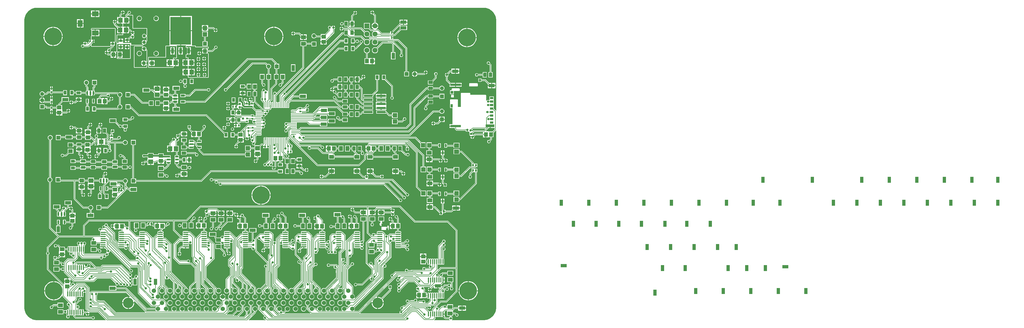
<source format=gtl>
G04*
G04 #@! TF.GenerationSoftware,Altium Limited,Altium Designer,20.2.5 (213)*
G04*
G04 Layer_Physical_Order=1*
G04 Layer_Color=255*
%FSLAX25Y25*%
%MOIN*%
G70*
G04*
G04 #@! TF.SameCoordinates,4C881970-A33B-4F38-ADD6-4E4DC0F1003D*
G04*
G04*
G04 #@! TF.FilePolarity,Positive*
G04*
G01*
G75*
%ADD14C,0.02000*%
%ADD24R,0.05756X0.05333*%
%ADD26R,0.03543X0.05118*%
%ADD29R,0.05733X0.05136*%
%ADD30R,0.05136X0.05733*%
%ADD33R,0.06102X0.05118*%
%ADD37R,0.02200X0.04000*%
%ADD38R,0.05333X0.05756*%
%ADD40R,0.02165X0.03150*%
%ADD51R,0.05534X0.05938*%
%ADD52R,0.06127X0.05727*%
%ADD53R,0.03567X0.05157*%
%ADD54R,0.05118X0.03543*%
%ADD56R,0.05938X0.05534*%
%ADD57R,0.02362X0.02362*%
%ADD59R,0.05727X0.06127*%
%ADD64R,0.02362X0.02362*%
%ADD69R,0.05709X0.03740*%
%ADD70R,0.10906X0.02559*%
%ADD73R,0.03300X0.06900*%
%ADD74R,0.25800X0.34400*%
%ADD77C,0.04000*%
%ADD79C,0.06181*%
%ADD80R,0.06181X0.06181*%
%ADD84C,0.05386*%
%ADD89C,0.00800*%
%ADD90R,0.07677X0.04331*%
%ADD91R,0.06102X0.04921*%
%ADD92R,0.04331X0.07677*%
%ADD93R,0.05118X0.02756*%
G04:AMPARAMS|DCode=94|XSize=61.81mil|YSize=16.14mil|CornerRadius=2.02mil|HoleSize=0mil|Usage=FLASHONLY|Rotation=90.000|XOffset=0mil|YOffset=0mil|HoleType=Round|Shape=RoundedRectangle|*
%AMROUNDEDRECTD94*
21,1,0.06181,0.01211,0,0,90.0*
21,1,0.05778,0.01614,0,0,90.0*
1,1,0.00404,0.00605,0.02889*
1,1,0.00404,0.00605,-0.02889*
1,1,0.00404,-0.00605,-0.02889*
1,1,0.00404,-0.00605,0.02889*
%
%ADD94ROUNDEDRECTD94*%
%ADD95R,0.05118X0.04528*%
%ADD96R,0.03543X0.03150*%
%ADD97R,0.04724X0.05709*%
%ADD98R,0.04921X0.06102*%
%ADD99R,0.03937X0.05315*%
G04:AMPARAMS|DCode=100|XSize=61.81mil|YSize=16.14mil|CornerRadius=2.02mil|HoleSize=0mil|Usage=FLASHONLY|Rotation=0.000|XOffset=0mil|YOffset=0mil|HoleType=Round|Shape=RoundedRectangle|*
%AMROUNDEDRECTD100*
21,1,0.06181,0.01211,0,0,0.0*
21,1,0.05778,0.01614,0,0,0.0*
1,1,0.00404,0.02889,-0.00605*
1,1,0.00404,-0.02889,-0.00605*
1,1,0.00404,-0.02889,0.00605*
1,1,0.00404,0.02889,0.00605*
%
%ADD100ROUNDEDRECTD100*%
%ADD101R,0.01968X0.00984*%
%ADD102R,0.00984X0.01968*%
%ADD103R,0.06102X0.05315*%
%ADD104R,0.05315X0.03937*%
%ADD105R,0.04331X0.02756*%
%ADD106R,0.11024X0.03386*%
%ADD107R,0.12992X0.02756*%
%ADD108R,0.07205X0.04488*%
%ADD109R,0.03071X0.04134*%
%ADD110R,0.03661X0.03543*%
%ADD111R,0.04528X0.02362*%
%ADD112R,0.05512X0.04134*%
%ADD113R,0.04134X0.02165*%
%ADD114R,0.05315X0.03740*%
%ADD115R,0.04528X0.05709*%
%ADD116R,0.01280X0.01575*%
%ADD117R,0.03268X0.02953*%
%ADD118R,0.01181X0.03543*%
%ADD119R,0.02362X0.04528*%
%ADD120R,0.04331X0.05118*%
%ADD121R,0.05354X0.05748*%
%ADD122R,0.02953X0.01181*%
%ADD123R,0.05709X0.04724*%
%ADD124O,0.00984X0.06102*%
%ADD125O,0.06102X0.00984*%
%ADD126R,0.04882X0.04882*%
%ADD127C,0.04882*%
%ADD128C,0.05200*%
%ADD129R,0.04882X0.04882*%
%ADD130R,0.05906X0.08268*%
%ADD131R,0.08268X0.05906*%
%ADD132C,0.12874*%
%ADD133C,0.04921*%
%ADD134R,0.04921X0.04921*%
%ADD135C,0.02756*%
%ADD136C,0.21654*%
%ADD137C,0.01968*%
G36*
X675006Y488541D02*
X676995Y488007D01*
X678898Y487219D01*
X680682Y486189D01*
X682317Y484935D01*
X683773Y483479D01*
X685027Y481844D01*
X686057Y480060D01*
X686845Y478157D01*
X687379Y476168D01*
X687647Y474125D01*
Y473095D01*
Y361757D01*
X687609Y361726D01*
X687148Y361574D01*
X684765Y363956D01*
Y366345D01*
X684765Y366470D01*
Y366845D01*
X684765Y366970D01*
Y370676D01*
X684765Y370801D01*
Y371176D01*
X684765Y371301D01*
Y375006D01*
X684765Y375132D01*
Y375506D01*
X684765Y375632D01*
Y379462D01*
X679235D01*
Y375632D01*
X679235Y375506D01*
Y375132D01*
X679235Y375006D01*
Y374796D01*
X678735Y374554D01*
X678272Y374863D01*
X677500Y375017D01*
X676728Y374863D01*
X676074Y374426D01*
X675933Y374216D01*
X675254Y374098D01*
X675169Y374161D01*
Y380594D01*
X674979Y381054D01*
X674520Y381244D01*
X655484D01*
Y383154D01*
X655294Y383613D01*
X654835Y383803D01*
X644598D01*
X644139Y383613D01*
X643949Y383154D01*
Y366519D01*
X640327D01*
Y374925D01*
X640136Y375384D01*
X639677Y375575D01*
X631095D01*
X630635Y375384D01*
X630445Y374925D01*
Y369807D01*
X630495Y369688D01*
Y365073D01*
X633516D01*
Y344980D01*
X630094D01*
Y343102D01*
X637591D01*
Y342102D01*
X630094D01*
Y340224D01*
X636571D01*
Y339409D01*
X636649Y339019D01*
X636870Y338688D01*
X638279Y337279D01*
X638610Y337058D01*
X639000Y336980D01*
X649752D01*
X650158Y336373D01*
X650944Y335848D01*
X651372Y335763D01*
Y338088D01*
X652372D01*
Y335763D01*
X652800Y335848D01*
X653217Y336126D01*
X653609Y336342D01*
X653858Y335999D01*
X654149Y335564D01*
X654653Y335227D01*
X654781Y334733D01*
X654725Y334623D01*
X654260Y333928D01*
X654175Y333500D01*
X658825D01*
X658762Y333820D01*
X660422Y335480D01*
X671279D01*
Y333520D01*
X661500D01*
X661110Y333442D01*
X660779Y333221D01*
X659352Y331794D01*
X658799Y331929D01*
X658740Y332072D01*
X658825Y332500D01*
X654175D01*
X654260Y332072D01*
X654786Y331286D01*
X655572Y330760D01*
X655749Y330725D01*
X655899Y330362D01*
X655814Y329935D01*
X660464D01*
X660449Y330008D01*
X661922Y331480D01*
X671279D01*
Y328633D01*
X674347D01*
Y332500D01*
X675347D01*
Y328633D01*
X678416D01*
Y329033D01*
X680133D01*
Y326575D01*
X678979Y325421D01*
X678500Y325517D01*
X677728Y325363D01*
X677074Y324926D01*
X676637Y324272D01*
X676483Y323500D01*
X676637Y322728D01*
X677074Y322074D01*
X677728Y321637D01*
X678500Y321483D01*
X679272Y321637D01*
X679926Y322074D01*
X680363Y322728D01*
X680517Y323500D01*
X680421Y323979D01*
X681874Y325432D01*
X682095Y325762D01*
X682172Y326153D01*
Y329033D01*
X684321D01*
Y334525D01*
X687148Y337351D01*
X687609Y337199D01*
X687647Y337169D01*
Y118765D01*
Y117735D01*
X687379Y115692D01*
X686845Y113703D01*
X686057Y111800D01*
X685027Y110016D01*
X683773Y108381D01*
X682317Y106925D01*
X680682Y105671D01*
X678898Y104641D01*
X676995Y103853D01*
X675006Y103320D01*
X672963Y103051D01*
X633014D01*
X632863Y103551D01*
X633214Y103786D01*
X633740Y104572D01*
X633825Y105000D01*
X631500D01*
Y106000D01*
X633825D01*
X633740Y106428D01*
X633214Y107214D01*
X632428Y107740D01*
X631604Y107904D01*
X631653Y108404D01*
X634151D01*
Y110445D01*
X636613D01*
X637079Y109979D01*
X636983Y109500D01*
X637137Y108728D01*
X637574Y108074D01*
X638228Y107637D01*
X639000Y107483D01*
X639772Y107637D01*
X640426Y108074D01*
X640863Y108728D01*
X641017Y109500D01*
X640863Y110272D01*
X640426Y110926D01*
X639772Y111363D01*
X639000Y111517D01*
X638521Y111421D01*
X637756Y112186D01*
X637426Y112407D01*
X637035Y112484D01*
X634151D01*
X634151Y114525D01*
X634294Y114966D01*
X634307Y114975D01*
X636313Y116980D01*
X640661D01*
Y114835D01*
X645000D01*
Y118000D01*
Y121165D01*
X640661D01*
Y119020D01*
X635891D01*
X635500Y118942D01*
X635170Y118721D01*
X634613Y118164D01*
X634151Y118356D01*
Y122596D01*
X626849D01*
Y120555D01*
X625946D01*
X625587Y121091D01*
X624933Y121528D01*
X624161Y121682D01*
X623389Y121528D01*
X622735Y121091D01*
X622377Y120555D01*
X620535D01*
X620145Y120477D01*
X619814Y120256D01*
X616921Y117363D01*
X616456Y117605D01*
X616324Y118272D01*
X615887Y118926D01*
X615232Y119363D01*
X614632Y119483D01*
X614422Y119980D01*
X619422Y124980D01*
X626000D01*
X626390Y125058D01*
X626721Y125279D01*
X639221Y137779D01*
X639442Y138110D01*
X639520Y138500D01*
Y167266D01*
Y214000D01*
X639442Y214390D01*
X639221Y214721D01*
X628555Y225387D01*
X628225Y225608D01*
X627834Y225685D01*
X587788D01*
X569252Y244221D01*
X568922Y244442D01*
X568531Y244520D01*
X322500D01*
X322110Y244442D01*
X321779Y244221D01*
X304578Y227020D01*
X184500D01*
X184110Y226942D01*
X183779Y226721D01*
X177779Y220721D01*
X177558Y220390D01*
X177480Y220000D01*
Y207358D01*
X147761D01*
X144558Y210561D01*
X144765Y211061D01*
X149765D01*
Y219939D01*
X148079D01*
Y221215D01*
X148841D01*
Y226943D01*
X145279D01*
Y221215D01*
X146040D01*
Y219939D01*
X144235D01*
Y211592D01*
X143735Y211385D01*
X137520Y217600D01*
Y273631D01*
X138034Y273844D01*
X138669Y274331D01*
X139156Y274966D01*
X139463Y275706D01*
X139567Y276500D01*
X139463Y277294D01*
X139156Y278034D01*
X138669Y278669D01*
X138034Y279156D01*
X137770Y279266D01*
Y325534D01*
X137794Y325537D01*
X138534Y325844D01*
X139169Y326331D01*
X139656Y326966D01*
X139963Y327706D01*
X140067Y328500D01*
X139963Y329294D01*
X139656Y330034D01*
X139169Y330669D01*
X138534Y331156D01*
X137794Y331463D01*
X137000Y331567D01*
X136206Y331463D01*
X135466Y331156D01*
X134831Y330669D01*
X134344Y330034D01*
X134037Y329294D01*
X133933Y328500D01*
X134037Y327706D01*
X134344Y326966D01*
X134831Y326331D01*
X135466Y325844D01*
X135730Y325734D01*
Y279466D01*
X135706Y279463D01*
X134966Y279156D01*
X134331Y278669D01*
X133844Y278034D01*
X133537Y277294D01*
X133433Y276500D01*
X133537Y275706D01*
X133844Y274966D01*
X134331Y274331D01*
X134966Y273844D01*
X135480Y273631D01*
Y217177D01*
X135558Y216787D01*
X135779Y216456D01*
X145897Y206339D01*
X133240Y193682D01*
X133019Y193351D01*
X132941Y192961D01*
Y187408D01*
X132535Y187136D01*
X132097Y186482D01*
X131944Y185710D01*
X132097Y184939D01*
X132535Y184284D01*
X132980Y183986D01*
Y166000D01*
X133058Y165610D01*
X133279Y165279D01*
X152076Y146482D01*
Y145305D01*
X151576Y145164D01*
X150866Y146322D01*
X149657Y147737D01*
X148242Y148946D01*
X146655Y149919D01*
X144935Y150631D01*
X143125Y151066D01*
X141769Y151173D01*
Y139349D01*
Y127525D01*
X143125Y127631D01*
X144935Y128066D01*
X146655Y128779D01*
X148242Y129751D01*
X149657Y130960D01*
X150866Y132376D01*
X151576Y133534D01*
X152076Y133393D01*
Y132904D01*
X152154Y132514D01*
X152375Y132184D01*
X159588Y124970D01*
X159362Y124489D01*
X158728Y124363D01*
X158074Y123926D01*
X157637Y123272D01*
X157483Y122500D01*
X157637Y121728D01*
X158074Y121074D01*
X158728Y120637D01*
X159500Y120483D01*
X159612Y120505D01*
X160083Y120034D01*
Y116485D01*
X160042Y116449D01*
X159590Y116259D01*
X159462Y116345D01*
X159149Y116407D01*
X157938D01*
X157625Y116345D01*
X157360Y116168D01*
X157183Y115902D01*
X157121Y115590D01*
Y115397D01*
X156621Y115130D01*
X156272Y115363D01*
X155500Y115517D01*
X154728Y115363D01*
X154074Y114926D01*
X153779Y114484D01*
X153151D01*
Y116525D01*
X145849D01*
Y110404D01*
X153151D01*
Y112445D01*
X153826D01*
X154074Y112074D01*
X154728Y111637D01*
X155500Y111483D01*
X156272Y111637D01*
X156621Y111870D01*
X157121Y111603D01*
Y109812D01*
X157183Y109499D01*
X157360Y109234D01*
X157346Y108655D01*
X157340Y108646D01*
X156909Y108000D01*
X156755Y107228D01*
X156909Y106456D01*
X157346Y105802D01*
X158000Y105365D01*
X158772Y105212D01*
X159544Y105365D01*
X160198Y105802D01*
X160635Y106456D01*
X160788Y107228D01*
X160635Y108000D01*
X160283Y108527D01*
X160460Y108914D01*
X160500Y108968D01*
X160526Y108994D01*
X161708D01*
X162021Y109057D01*
X162286Y109234D01*
X162478D01*
X162743Y109057D01*
X163056Y108994D01*
X164267D01*
X164579Y109057D01*
X164708Y109143D01*
X165160Y108952D01*
X165201Y108916D01*
Y108410D01*
X165278Y108020D01*
X165499Y107689D01*
X167910Y105279D01*
X168240Y105058D01*
X168631Y104980D01*
X188302D01*
X188574Y104574D01*
X189228Y104137D01*
X190000Y103983D01*
X190772Y104137D01*
X191426Y104574D01*
X191863Y105228D01*
X192017Y106000D01*
X191863Y106772D01*
X191426Y107426D01*
X190772Y107863D01*
X190000Y108017D01*
X189228Y107863D01*
X188574Y107426D01*
X188302Y107020D01*
X169053D01*
X167646Y108427D01*
X167692Y108800D01*
X168022Y109025D01*
X168174Y108994D01*
X169385D01*
X169698Y109057D01*
X169963Y109234D01*
X170155D01*
X170421Y109057D01*
X170733Y108994D01*
X171944D01*
X172257Y109057D01*
X172522Y109234D01*
X172714D01*
X172979Y109057D01*
X173292Y108994D01*
X174503D01*
X174816Y109057D01*
X174881Y109101D01*
X174985Y108946D01*
X175382Y108680D01*
X175851Y108587D01*
X175957D01*
Y112701D01*
Y116815D01*
X175851D01*
X175382Y116722D01*
X174985Y116456D01*
X174881Y116301D01*
X174816Y116345D01*
X174503Y116407D01*
X173292D01*
X172979Y116345D01*
X172714Y116168D01*
X172610D01*
X172189Y116530D01*
Y117915D01*
X172426Y118074D01*
X172863Y118728D01*
X173017Y119500D01*
X172863Y120272D01*
X172426Y120926D01*
X171772Y121363D01*
X171000Y121517D01*
X170228Y121363D01*
X170083Y121266D01*
X169642Y121502D01*
Y122950D01*
X173396Y126704D01*
X173875Y126608D01*
X174647Y126762D01*
X175301Y127199D01*
X175738Y127853D01*
X175892Y128625D01*
X175738Y129397D01*
X175301Y130051D01*
X174647Y130488D01*
X173875Y130642D01*
X173103Y130488D01*
X172449Y130051D01*
X172012Y129397D01*
X171858Y128625D01*
X171954Y128146D01*
X168436Y124628D01*
X167894Y124742D01*
X167872Y124771D01*
X168017Y125500D01*
X167885Y126163D01*
X169611Y127889D01*
X169832Y128220D01*
X169909Y128610D01*
Y131395D01*
X170409Y131663D01*
X170421Y131655D01*
X170733Y131593D01*
X171944D01*
X172257Y131655D01*
X172522Y131832D01*
X172714D01*
X172979Y131655D01*
X173292Y131593D01*
X174503D01*
X174816Y131655D01*
X175081Y131832D01*
X175273D01*
X175538Y131655D01*
X175851Y131593D01*
X177062D01*
X177375Y131655D01*
X177640Y131832D01*
X177817Y132098D01*
X177879Y132410D01*
Y135686D01*
X177883Y135706D01*
Y136877D01*
X178338Y137158D01*
X178383Y137159D01*
X179122Y137013D01*
X179894Y137166D01*
X180039Y137263D01*
X180480Y137028D01*
Y117000D01*
X180558Y116610D01*
X180779Y116279D01*
X183203Y113855D01*
X182939Y113412D01*
X182072Y113240D01*
X182004Y113194D01*
X181776Y113422D01*
X181445Y113643D01*
X181055Y113720D01*
X178287D01*
Y115590D01*
X178194Y116059D01*
X177928Y116456D01*
X177531Y116722D01*
X177062Y116815D01*
X176957D01*
Y112701D01*
Y108587D01*
X177062D01*
X177531Y108680D01*
X177928Y108946D01*
X178194Y109343D01*
X178287Y109812D01*
Y111681D01*
X180201D01*
X180350Y111500D01*
X185325D01*
X185240Y111928D01*
X184971Y112331D01*
X185238Y112831D01*
X194565D01*
Y112758D01*
X196292D01*
X205538Y103513D01*
X205346Y103051D01*
X119722D01*
X117680Y103320D01*
X115690Y103853D01*
X113787Y104641D01*
X112003Y105671D01*
X110369Y106925D01*
X108913Y108381D01*
X107659Y110016D01*
X106629Y111800D01*
X105840Y113703D01*
X105307Y115692D01*
X105038Y117735D01*
Y118765D01*
Y473095D01*
Y474125D01*
X105307Y476168D01*
X105840Y478157D01*
X106629Y480060D01*
X107659Y481844D01*
X108913Y483479D01*
X110369Y484935D01*
X112003Y486189D01*
X113787Y487219D01*
X115690Y488007D01*
X117680Y488541D01*
X119722Y488809D01*
X672963D01*
X675006Y488541D01*
D02*
G37*
G36*
X673801Y338743D02*
X672578Y337520D01*
X660000D01*
X659610Y337442D01*
X659279Y337221D01*
X658664Y336606D01*
X658342Y336778D01*
X655863D01*
Y337778D01*
X658188D01*
X658103Y338206D01*
X658031Y338314D01*
X658922Y339205D01*
X673610D01*
X673801Y338743D01*
D02*
G37*
G36*
X680532Y340225D02*
X685524D01*
Y338612D01*
X682879Y335966D01*
X678416D01*
Y336367D01*
X674962D01*
X674770Y336828D01*
X677714Y339772D01*
X677935Y340103D01*
X677959Y340225D01*
X679532D01*
Y342917D01*
X680532D01*
Y340225D01*
D02*
G37*
G36*
X586645Y223945D02*
X586975Y223724D01*
X587366Y223646D01*
X627412D01*
X637480Y213578D01*
Y168285D01*
X619117D01*
X618727Y168208D01*
X618396Y167987D01*
X615799Y165390D01*
X615299Y165597D01*
Y171515D01*
X615340Y171551D01*
X615792Y171741D01*
X615920Y171655D01*
X616233Y171593D01*
X617444D01*
X617757Y171655D01*
X618022Y171832D01*
X618214D01*
X618479Y171655D01*
X618792Y171593D01*
X620003D01*
X620316Y171655D01*
X620581Y171832D01*
X620773D01*
X621038Y171655D01*
X621351Y171593D01*
X622562D01*
X622875Y171655D01*
X623140Y171832D01*
X623317Y172098D01*
X623379Y172410D01*
Y178188D01*
X623317Y178501D01*
X623140Y178766D01*
X622976Y178876D01*
Y188964D01*
X623000Y188983D01*
X623772Y189137D01*
X624426Y189574D01*
X624863Y190228D01*
X625017Y191000D01*
X624863Y191772D01*
X624426Y192426D01*
X623772Y192863D01*
X623000Y193017D01*
X622228Y192863D01*
X621574Y192426D01*
X621137Y191772D01*
X620983Y191000D01*
X621137Y190228D01*
X621213Y190114D01*
X621015Y189818D01*
X620937Y189427D01*
Y179613D01*
X620677Y179465D01*
X620417Y179613D01*
Y191975D01*
X622521Y194079D01*
X623000Y193983D01*
X623772Y194137D01*
X624426Y194574D01*
X624863Y195228D01*
X625017Y196000D01*
X624863Y196772D01*
X624426Y197426D01*
X623772Y197863D01*
X623109Y197995D01*
Y198505D01*
X623772Y198637D01*
X624426Y199074D01*
X624863Y199728D01*
X625017Y200500D01*
X624863Y201272D01*
X624426Y201926D01*
X623772Y202363D01*
X623000Y202517D01*
X622228Y202363D01*
X621574Y201926D01*
X621137Y201272D01*
X620983Y200500D01*
X621079Y200021D01*
X616118Y195060D01*
X615897Y194729D01*
X615819Y194339D01*
Y179084D01*
X615778Y179048D01*
X615327Y178857D01*
X615198Y178943D01*
X614885Y179006D01*
X613674D01*
X613361Y178943D01*
X613096Y178766D01*
X612904D01*
X612639Y178943D01*
X612326Y179006D01*
X611115D01*
X610802Y178943D01*
X610537Y178766D01*
X610345D01*
X610080Y178943D01*
X609767Y179006D01*
X608556D01*
X608243Y178943D01*
X607978Y178766D01*
X607786D01*
X607521Y178943D01*
X607208Y179006D01*
X605997D01*
X605684Y178943D01*
X605323Y178803D01*
X604961Y178943D01*
X604649Y179006D01*
X603438D01*
X603125Y178943D01*
X602860Y178766D01*
X602683Y178501D01*
X602621Y178188D01*
Y176319D01*
X600967D01*
Y178084D01*
X601367D01*
Y181153D01*
X597500D01*
X593634D01*
Y178084D01*
X594033D01*
Y172179D01*
X600967D01*
Y174280D01*
X602621D01*
Y172410D01*
X602683Y172098D01*
X602860Y171832D01*
X603125Y171655D01*
X603438Y171593D01*
X604649D01*
X604961Y171655D01*
X605054Y171691D01*
X605532Y171457D01*
Y170732D01*
X605074Y170426D01*
X604637Y169772D01*
X604483Y169000D01*
X604637Y168228D01*
X604776Y168020D01*
X604509Y167520D01*
X600198D01*
X599926Y167926D01*
X599272Y168363D01*
X598500Y168517D01*
X597728Y168363D01*
X597074Y167926D01*
X596637Y167272D01*
X596483Y166500D01*
X596637Y165728D01*
X596858Y165398D01*
X596591Y164898D01*
X583929D01*
X583898Y164891D01*
X582266D01*
Y164819D01*
X578953D01*
X578863Y165272D01*
X578426Y165926D01*
X577772Y166363D01*
X577000Y166517D01*
X576228Y166363D01*
X575574Y165926D01*
X575137Y165272D01*
X574983Y164500D01*
X575137Y163728D01*
X575243Y163569D01*
X574976Y163069D01*
X563050D01*
X562659Y162992D01*
X562329Y162771D01*
X559479Y159921D01*
X559000Y160017D01*
X558228Y159863D01*
X557574Y159426D01*
X557137Y158772D01*
X556983Y158000D01*
X557137Y157228D01*
X557574Y156574D01*
X558228Y156137D01*
X558400Y156103D01*
X558545Y155624D01*
X534861Y131939D01*
X534509Y131591D01*
X534274Y131399D01*
X534082Y131165D01*
X533734Y130813D01*
X517177Y114256D01*
X512478D01*
X512251Y114756D01*
X512644Y115269D01*
X512976Y116070D01*
X513089Y116929D01*
X512976Y117789D01*
X512711Y118430D01*
X548371Y154090D01*
X548592Y154421D01*
X548669Y154811D01*
Y161416D01*
X548742D01*
Y164584D01*
X548669D01*
Y167227D01*
X549474Y168032D01*
X550069Y167914D01*
X550841Y168068D01*
X551495Y168505D01*
X551932Y169159D01*
X552086Y169931D01*
X551932Y170703D01*
X551495Y171357D01*
X550841Y171794D01*
X550092Y171943D01*
X550028Y172039D01*
X549857Y172415D01*
X558102Y180660D01*
X558323Y180991D01*
X558400Y181381D01*
Y197119D01*
X558323Y197509D01*
X558102Y197840D01*
X557390Y198551D01*
X557555Y199094D01*
X557772Y199137D01*
X558426Y199574D01*
X558771Y200091D01*
X562695D01*
X562962Y199591D01*
X562954Y199580D01*
X562892Y199267D01*
Y198056D01*
X562954Y197743D01*
X563132Y197478D01*
Y197286D01*
X562954Y197021D01*
X562892Y196708D01*
Y195497D01*
X562954Y195184D01*
X563132Y194919D01*
Y194727D01*
X562954Y194462D01*
X562892Y194149D01*
Y192938D01*
X562954Y192625D01*
X563132Y192360D01*
X563397Y192183D01*
X563710Y192121D01*
X569487D01*
X569800Y192183D01*
X570065Y192360D01*
X570175Y192524D01*
X574534D01*
X576079Y190979D01*
X575983Y190500D01*
X576137Y189728D01*
X576574Y189074D01*
X577228Y188637D01*
X578000Y188483D01*
X578772Y188637D01*
X579426Y189074D01*
X579863Y189728D01*
X580017Y190500D01*
X579863Y191272D01*
X579426Y191926D01*
X578772Y192363D01*
X578000Y192517D01*
X577521Y192421D01*
X575933Y194009D01*
X576115Y194534D01*
X576256Y194550D01*
X576574Y194074D01*
X577228Y193637D01*
X578000Y193483D01*
X578772Y193637D01*
X579426Y194074D01*
X579863Y194728D01*
X580017Y195500D01*
X579863Y196272D01*
X579426Y196926D01*
X578772Y197363D01*
X578000Y197517D01*
X577228Y197363D01*
X576574Y196926D01*
X576504Y196821D01*
X570705D01*
X570605Y196997D01*
X570896Y197497D01*
X573911D01*
X574301Y197575D01*
X574632Y197796D01*
X576425Y199589D01*
X576574Y199574D01*
X577228Y199137D01*
X578000Y198983D01*
X578772Y199137D01*
X579426Y199574D01*
X579863Y200228D01*
X580017Y201000D01*
X579863Y201772D01*
X579426Y202426D01*
X578772Y202863D01*
X578000Y203017D01*
X577228Y202863D01*
X576574Y202426D01*
X576288Y201998D01*
X576004Y201942D01*
X575674Y201721D01*
X573489Y199536D01*
X570251D01*
X570242Y199580D01*
X570065Y199845D01*
Y200037D01*
X570242Y200302D01*
X570305Y200615D01*
Y201826D01*
X570242Y202139D01*
X570103Y202500D01*
X570242Y202861D01*
X570305Y203174D01*
Y204385D01*
X570242Y204698D01*
X570065Y204963D01*
Y205155D01*
X570242Y205420D01*
X570305Y205733D01*
Y206944D01*
X570242Y207257D01*
X570065Y207522D01*
Y207714D01*
X570242Y207979D01*
X570305Y208292D01*
Y209503D01*
X570242Y209816D01*
X570065Y210081D01*
Y210273D01*
X570242Y210539D01*
X570305Y210851D01*
Y212062D01*
X570242Y212375D01*
X570065Y212640D01*
X569800Y212817D01*
X569487Y212879D01*
X567172D01*
Y216034D01*
X569321D01*
Y222967D01*
X567172D01*
Y228847D01*
X567095Y229238D01*
X566874Y229568D01*
X566332Y230110D01*
X566424Y230577D01*
X566271Y231348D01*
X565834Y232003D01*
X565179Y232440D01*
X564408Y232593D01*
X563636Y232440D01*
X562982Y232003D01*
X562544Y231348D01*
X562391Y230577D01*
X562544Y229805D01*
X562982Y229151D01*
X563636Y228713D01*
X564408Y228560D01*
X564714Y228621D01*
X565133Y228258D01*
Y222967D01*
X563416D01*
Y223366D01*
X560867D01*
Y225153D01*
X560789Y225543D01*
X560568Y225874D01*
X559262Y227180D01*
X559325Y227500D01*
X557500D01*
Y225675D01*
X557820Y225739D01*
X558828Y224730D01*
Y223366D01*
X556279D01*
Y220000D01*
X559847D01*
Y219500D01*
X560347D01*
Y215634D01*
X563416D01*
Y216034D01*
X565133D01*
Y212879D01*
X563710D01*
X563397Y212817D01*
X563132Y212640D01*
X562954Y212375D01*
X562892Y212062D01*
Y210851D01*
X562954Y210539D01*
X563040Y210410D01*
X562850Y209958D01*
X562814Y209917D01*
X556535D01*
X556323Y209875D01*
X556145Y209840D01*
X556145Y209840D01*
X556145Y209840D01*
X555978Y209729D01*
X555814Y209619D01*
X554065Y207870D01*
X553539Y207866D01*
X553436Y207910D01*
X553426Y207926D01*
X552772Y208363D01*
X552000Y208517D01*
X551228Y208363D01*
X551020Y208224D01*
X550520Y208491D01*
Y209500D01*
X550442Y209890D01*
X550221Y210221D01*
X548431Y212011D01*
X548100Y212232D01*
X547710Y212310D01*
X547657D01*
X547644Y212375D01*
X547467Y212640D01*
X547202Y212817D01*
X546889Y212879D01*
X541111D01*
X540798Y212817D01*
X540533Y212640D01*
X540356Y212375D01*
X540294Y212062D01*
Y210851D01*
X540356Y210539D01*
X540533Y210273D01*
Y210133D01*
X540210Y209715D01*
X537576D01*
X537439Y209919D01*
X536785Y210356D01*
X536013Y210510D01*
X535241Y210356D01*
X534587Y209919D01*
X534150Y209265D01*
X533996Y208493D01*
X534081Y208068D01*
X533620Y207822D01*
X530020Y211422D01*
Y232439D01*
X530449Y232610D01*
Y232610D01*
X534000D01*
Y236071D01*
Y239531D01*
X530449D01*
Y239531D01*
X530020Y239702D01*
Y242480D01*
X539351D01*
X539558Y241980D01*
X537109Y239531D01*
X535000D01*
Y236571D01*
X538551D01*
Y238089D01*
X540942Y240480D01*
X556578D01*
X557738Y239320D01*
X557675Y239000D01*
X559500D01*
Y240825D01*
X559180Y240761D01*
X557962Y241980D01*
X558169Y242480D01*
X568109D01*
X586645Y223945D01*
D02*
G37*
G36*
X233480Y218491D02*
X232980Y218224D01*
X232772Y218363D01*
X232000Y218517D01*
X231521Y218421D01*
X230221Y219721D01*
X229890Y219942D01*
X229500Y220020D01*
X228774D01*
Y222466D01*
X222868D01*
Y222867D01*
X219800D01*
Y219000D01*
Y215134D01*
X222868D01*
Y215533D01*
X224586D01*
Y212879D01*
X222111D01*
X221798Y212817D01*
X221533Y212640D01*
X221356Y212375D01*
X221294Y212062D01*
Y210851D01*
X221356Y210539D01*
X221533Y210273D01*
Y210081D01*
X221356Y209816D01*
X221294Y209503D01*
Y208292D01*
X221356Y207979D01*
X221533Y207714D01*
Y207522D01*
X221356Y207257D01*
X221294Y206944D01*
Y205733D01*
X221356Y205420D01*
X221496Y205059D01*
X221356Y204698D01*
X221294Y204385D01*
Y203174D01*
X221356Y202861D01*
X221496Y202500D01*
X221356Y202138D01*
X221294Y201826D01*
Y200615D01*
X221356Y200302D01*
X221387Y200255D01*
X221186Y199789D01*
X220924Y199749D01*
X220755Y199764D01*
X217020Y203499D01*
Y210500D01*
X216942Y210890D01*
X216721Y211221D01*
X207921Y220021D01*
X208017Y220500D01*
X207863Y221272D01*
X207426Y221926D01*
X206772Y222363D01*
X206000Y222517D01*
X205228Y222363D01*
X204574Y221926D01*
X204137Y221272D01*
X203983Y220500D01*
X204026Y220284D01*
X203973Y220195D01*
X203593Y219899D01*
X203000Y220017D01*
X202228Y219863D01*
X201574Y219426D01*
X201137Y218772D01*
X200983Y218000D01*
X201137Y217228D01*
X201574Y216574D01*
X201655Y216520D01*
X201504Y216020D01*
X200198D01*
X199926Y216426D01*
X199272Y216863D01*
X198500Y217017D01*
X197728Y216863D01*
X197074Y216426D01*
X196637Y215772D01*
X196483Y215000D01*
X196637Y214228D01*
X197074Y213574D01*
X197728Y213137D01*
X198500Y212983D01*
X198625Y213008D01*
X198720Y212895D01*
X198873Y212548D01*
X198758Y212375D01*
X198695Y212062D01*
Y210851D01*
X198758Y210539D01*
X198898Y210177D01*
X198758Y209816D01*
X198695Y209503D01*
Y208292D01*
X198758Y207979D01*
X198825Y207806D01*
X198653Y207399D01*
X198617Y207358D01*
X179520D01*
Y219578D01*
X184922Y224980D01*
X233480D01*
Y218491D01*
D02*
G37*
G36*
X527980Y239702D02*
X527551Y239531D01*
X527480Y239531D01*
X524000D01*
Y236071D01*
Y232610D01*
X527480D01*
X527551Y232610D01*
X527980Y232439D01*
Y211000D01*
X528058Y210610D01*
X528279Y210279D01*
X533164Y205394D01*
X533306Y205299D01*
X533154Y204799D01*
X532944D01*
X532554Y204722D01*
X532223Y204501D01*
X532223Y204501D01*
X526747Y199024D01*
X526526Y198694D01*
X526449Y198304D01*
Y174032D01*
X526526Y173642D01*
X526747Y173311D01*
X534032Y166026D01*
Y164584D01*
X533959D01*
Y161416D01*
X533980D01*
Y160422D01*
X521578Y148020D01*
X515698D01*
X515426Y148426D01*
X514772Y148863D01*
X514000Y149017D01*
X513228Y148863D01*
X512574Y148426D01*
X512137Y147772D01*
X511983Y147000D01*
X512137Y146228D01*
X512574Y145574D01*
X513228Y145137D01*
X514000Y144983D01*
X514772Y145137D01*
X515426Y145574D01*
X515698Y145980D01*
X522000D01*
X522390Y146058D01*
X522721Y146279D01*
X531106Y154664D01*
X531566Y154417D01*
X531483Y154000D01*
X531637Y153228D01*
X532074Y152574D01*
X532728Y152137D01*
X533500Y151983D01*
X534272Y152137D01*
X534926Y152574D01*
X535363Y153228D01*
X535517Y154000D01*
X535363Y154772D01*
X534926Y155426D01*
X534630Y155624D01*
X534595Y156154D01*
X534927Y156485D01*
X535465Y156316D01*
X535568Y155797D01*
X536005Y155143D01*
X536660Y154705D01*
X536990Y154640D01*
X537155Y154097D01*
X527227Y144169D01*
X527227Y144169D01*
X513114Y130056D01*
X512690Y130339D01*
X512976Y131030D01*
X513089Y131890D01*
X512976Y132749D01*
X512644Y133551D01*
X512116Y134238D01*
X511429Y134766D01*
X510788Y135032D01*
Y144503D01*
X510710Y144893D01*
X510489Y145224D01*
X504437Y151275D01*
Y161225D01*
X504510D01*
Y164393D01*
X504437D01*
Y165495D01*
X509521Y170579D01*
X510000Y170483D01*
X510772Y170637D01*
X511426Y171074D01*
X511863Y171728D01*
X512017Y172500D01*
X511863Y173272D01*
X511426Y173926D01*
X510772Y174363D01*
X510000Y174517D01*
X509228Y174363D01*
X508574Y173926D01*
X508137Y173272D01*
X507983Y172500D01*
X508079Y172021D01*
X503397Y167339D01*
X503357Y167355D01*
X502935Y167543D01*
X503002Y168015D01*
X505499Y170512D01*
X505720Y170843D01*
X505797Y171233D01*
Y180407D01*
X505973Y180501D01*
X506298Y180623D01*
X507000Y180483D01*
X507772Y180637D01*
X508426Y181074D01*
X508863Y181728D01*
X509017Y182500D01*
X508921Y182979D01*
X510614Y184672D01*
X510835Y185003D01*
X510913Y185393D01*
Y197527D01*
X511633Y198247D01*
X511896Y198138D01*
X512102Y198009D01*
X512155Y197743D01*
X512332Y197478D01*
Y197286D01*
X512155Y197021D01*
X512093Y196708D01*
Y195497D01*
X512155Y195184D01*
X512332Y194919D01*
Y194727D01*
X512155Y194462D01*
X512093Y194149D01*
Y192938D01*
X512155Y192625D01*
X512332Y192360D01*
X512598Y192183D01*
X512910Y192121D01*
X518688D01*
X519001Y192183D01*
X519266Y192360D01*
X519414Y192364D01*
X519766Y192039D01*
X519919Y191267D01*
X520356Y190613D01*
X521011Y190175D01*
X521782Y190022D01*
X522554Y190175D01*
X523208Y190613D01*
X523646Y191267D01*
X523799Y192039D01*
X523646Y192810D01*
X523208Y193465D01*
X522903Y193669D01*
X522882Y193742D01*
X522937Y194247D01*
X523426Y194574D01*
X523863Y195228D01*
X524017Y196000D01*
X523863Y196772D01*
X523426Y197426D01*
X523315Y197500D01*
Y198000D01*
X523426Y198074D01*
X523863Y198728D01*
X524017Y199500D01*
X523863Y200272D01*
X523792Y200379D01*
X524221Y200808D01*
X524442Y201139D01*
X524520Y201529D01*
Y224939D01*
X527151D01*
Y231061D01*
X519849D01*
Y224939D01*
X522480D01*
Y201952D01*
X522038Y201509D01*
X522000Y201517D01*
X521228Y201363D01*
X520574Y200926D01*
X520137Y200272D01*
X520039Y199779D01*
X519548Y199722D01*
X519357Y200173D01*
X519443Y200302D01*
X519506Y200615D01*
Y201826D01*
X519443Y202139D01*
X519303Y202500D01*
X519443Y202861D01*
X519506Y203174D01*
Y204385D01*
X519443Y204698D01*
X519266Y204963D01*
Y205155D01*
X519443Y205420D01*
X519506Y205733D01*
Y206944D01*
X519443Y207257D01*
X519266Y207522D01*
Y207714D01*
X519443Y207979D01*
X519506Y208292D01*
Y209503D01*
X519443Y209816D01*
X519266Y210081D01*
Y210273D01*
X519443Y210539D01*
X519506Y210851D01*
Y212062D01*
X519443Y212375D01*
X519266Y212640D01*
X519001Y212817D01*
X518688Y212879D01*
X512910D01*
X512598Y212817D01*
X512332Y212640D01*
X512155Y212375D01*
X512093Y212062D01*
Y210851D01*
X512155Y210539D01*
X512241Y210410D01*
X512051Y209958D01*
X512015Y209917D01*
X511438D01*
X511048Y209840D01*
X510717Y209619D01*
X502020Y200921D01*
X501940Y200925D01*
X501520Y201082D01*
Y207839D01*
X501442Y208229D01*
X501221Y208560D01*
X497701Y212080D01*
X497370Y212301D01*
X496980Y212379D01*
X496842D01*
X496668Y212640D01*
X496402Y212817D01*
X496090Y212879D01*
X490312D01*
X489999Y212817D01*
X489734Y212640D01*
X489557Y212375D01*
X489495Y212062D01*
Y210851D01*
X489557Y210539D01*
X489604Y210468D01*
X489359Y209968D01*
X484929D01*
X484539Y209891D01*
X484208Y209670D01*
X482379Y207841D01*
X482158Y207510D01*
X482080Y207120D01*
Y201402D01*
X481580Y201240D01*
X481022Y201613D01*
X480250Y201767D01*
X479478Y201613D01*
X478824Y201176D01*
X478387Y200522D01*
X478233Y199750D01*
X477760Y199600D01*
X476512D01*
X476266Y199997D01*
Y200037D01*
X476443Y200302D01*
X476506Y200615D01*
Y201826D01*
X476443Y202139D01*
X476303Y202500D01*
X476443Y202861D01*
X476506Y203174D01*
Y204385D01*
X476443Y204698D01*
X476266Y204963D01*
Y205155D01*
X476443Y205420D01*
X476506Y205733D01*
Y206944D01*
X476443Y207257D01*
X476266Y207522D01*
Y207714D01*
X476443Y207979D01*
X476506Y208292D01*
Y209503D01*
X476443Y209816D01*
X476266Y210081D01*
Y210273D01*
X476443Y210539D01*
X476506Y210851D01*
Y212062D01*
X476443Y212375D01*
X476266Y212640D01*
X476001Y212817D01*
X475688Y212879D01*
X473819D01*
Y215533D01*
X475821D01*
Y222466D01*
X473672D01*
Y226347D01*
X473595Y226738D01*
X473374Y227068D01*
X469396Y231046D01*
X469478Y231462D01*
X469325Y232233D01*
X468888Y232888D01*
X468233Y233325D01*
X467462Y233478D01*
X466690Y233325D01*
X466036Y232888D01*
X465598Y232233D01*
X465474Y231607D01*
X465407Y231524D01*
X465113Y231314D01*
X464977Y231253D01*
X464729Y231302D01*
Y228977D01*
Y226652D01*
X464877Y226681D01*
X465328Y226230D01*
Y222867D01*
X462779D01*
Y219500D01*
X466347D01*
Y219000D01*
X466847D01*
Y215134D01*
X469916D01*
Y215533D01*
X471780D01*
Y212879D01*
X469910D01*
X469598Y212817D01*
X469332Y212640D01*
X469155Y212375D01*
X469093Y212062D01*
Y210851D01*
X469155Y210539D01*
X469241Y210410D01*
X469051Y209958D01*
X469015Y209917D01*
X466555D01*
X466165Y209840D01*
X465834Y209619D01*
X460804Y204588D01*
X460342Y204780D01*
Y207541D01*
X460264Y207931D01*
X460043Y208262D01*
X460043Y208262D01*
X456127Y212178D01*
X455796Y212399D01*
X455406Y212476D01*
X453777D01*
X453668Y212640D01*
X453402Y212817D01*
X453090Y212879D01*
X447312D01*
X446999Y212817D01*
X446734Y212640D01*
X446557Y212375D01*
X446494Y212062D01*
Y210851D01*
X446557Y210539D01*
X446643Y210410D01*
X446452Y209958D01*
X446416Y209917D01*
X443035D01*
X442645Y209840D01*
X442314Y209619D01*
X439279Y206584D01*
X439058Y206253D01*
X438980Y205863D01*
Y197216D01*
X438480Y197064D01*
X438365Y197237D01*
X437711Y197674D01*
X436939Y197828D01*
X436167Y197674D01*
X435513Y197237D01*
X435339Y196976D01*
X431327D01*
X431217Y197142D01*
X431485Y197642D01*
X433411D01*
X433802Y197719D01*
X434132Y197940D01*
X435646Y199454D01*
X436125Y199358D01*
X436897Y199512D01*
X437551Y199949D01*
X437988Y200603D01*
X438142Y201375D01*
X437988Y202147D01*
X437551Y202801D01*
X436897Y203238D01*
X436125Y203392D01*
X435353Y203238D01*
X434699Y202801D01*
X434262Y202147D01*
X434108Y201375D01*
X434204Y200896D01*
X432989Y199681D01*
X431084D01*
X431048Y199722D01*
X430857Y200173D01*
X430943Y200302D01*
X431005Y200615D01*
Y201826D01*
X430943Y202139D01*
X430803Y202500D01*
X430943Y202861D01*
X431005Y203174D01*
Y204385D01*
X430943Y204698D01*
X430766Y204963D01*
Y205155D01*
X430943Y205420D01*
X431005Y205733D01*
Y206944D01*
X430943Y207257D01*
X430766Y207522D01*
Y207714D01*
X430943Y207979D01*
X431005Y208292D01*
Y209503D01*
X430943Y209816D01*
X430766Y210081D01*
Y210273D01*
X430943Y210539D01*
X431005Y210851D01*
Y212062D01*
X430943Y212375D01*
X430766Y212640D01*
X430501Y212817D01*
X430188Y212879D01*
X428319D01*
Y216034D01*
X430821D01*
Y222967D01*
X428672D01*
Y230347D01*
X428595Y230738D01*
X428374Y231068D01*
X424921Y234521D01*
X425017Y235000D01*
X424863Y235772D01*
X424426Y236426D01*
X423772Y236863D01*
X423000Y237017D01*
X422228Y236863D01*
X421574Y236426D01*
X421137Y235772D01*
X420983Y235000D01*
X421137Y234228D01*
X421574Y233574D01*
X422228Y233137D01*
X423000Y232983D01*
X423479Y233079D01*
X426633Y229925D01*
Y222967D01*
X424916D01*
Y223366D01*
X422367D01*
Y228653D01*
X422289Y229043D01*
X422068Y229374D01*
X420761Y230680D01*
X420825Y231000D01*
X419000D01*
Y229175D01*
X419320Y229239D01*
X420328Y228230D01*
Y223366D01*
X417779D01*
Y220000D01*
X421347D01*
Y219500D01*
X421847D01*
Y215634D01*
X424916D01*
Y216034D01*
X426280D01*
Y212879D01*
X424410D01*
X424098Y212817D01*
X423832Y212640D01*
X423655Y212375D01*
X423593Y212062D01*
Y210851D01*
X423655Y210539D01*
X423741Y210410D01*
X423551Y209958D01*
X423515Y209917D01*
X421918D01*
X421527Y209840D01*
X421197Y209619D01*
X415879Y204301D01*
X415658Y203970D01*
X415580Y203580D01*
Y200424D01*
X415080Y200157D01*
X414772Y200363D01*
X414000Y200517D01*
X413228Y200363D01*
X413083Y200266D01*
X412642Y200502D01*
Y208826D01*
X412564Y209216D01*
X412343Y209547D01*
X409712Y212178D01*
X409381Y212399D01*
X408991Y212476D01*
X408277D01*
X408168Y212640D01*
X407902Y212817D01*
X407590Y212879D01*
X401812D01*
X401499Y212817D01*
X401234Y212640D01*
X401057Y212375D01*
X400994Y212062D01*
Y210851D01*
X401057Y210539D01*
X401143Y210410D01*
X400952Y209958D01*
X400916Y209917D01*
X395898D01*
X395507Y209840D01*
X395177Y209619D01*
X390279Y204721D01*
X390058Y204390D01*
X389980Y204000D01*
Y202996D01*
X389480Y202845D01*
X389426Y202926D01*
X388772Y203363D01*
X388020Y203513D01*
Y211235D01*
X391439D01*
Y216765D01*
X382561D01*
Y211235D01*
X385980D01*
Y203029D01*
X386058Y202639D01*
X386220Y202396D01*
X386137Y202272D01*
X385983Y201500D01*
X386079Y201021D01*
X384739Y199681D01*
X381584D01*
X381548Y199722D01*
X381357Y200173D01*
X381443Y200302D01*
X381505Y200615D01*
Y201826D01*
X381443Y202139D01*
X381303Y202500D01*
X381443Y202861D01*
X381505Y203174D01*
Y204385D01*
X381443Y204698D01*
X381266Y204963D01*
Y205155D01*
X381443Y205420D01*
X381505Y205733D01*
Y206944D01*
X381443Y207257D01*
X381266Y207522D01*
Y207714D01*
X381443Y207979D01*
X381505Y208292D01*
Y209503D01*
X381443Y209816D01*
X381266Y210081D01*
Y210273D01*
X381443Y210539D01*
X381505Y210851D01*
Y212062D01*
X381443Y212375D01*
X381266Y212640D01*
X381001Y212817D01*
X380688Y212879D01*
X378819D01*
Y216034D01*
X380821D01*
Y222967D01*
X378672D01*
Y228847D01*
X378595Y229238D01*
X378374Y229568D01*
X375921Y232021D01*
X376017Y232500D01*
X375863Y233272D01*
X375426Y233926D01*
X374772Y234363D01*
X374000Y234517D01*
X373228Y234363D01*
X372574Y233926D01*
X372137Y233272D01*
X371983Y232500D01*
X372077Y232028D01*
X371983Y231946D01*
X371617Y231780D01*
X370928Y232240D01*
X370500Y232325D01*
Y230500D01*
X372325D01*
X372292Y230664D01*
X372743Y230961D01*
X373228Y230637D01*
X374000Y230483D01*
X374479Y230579D01*
X376633Y228425D01*
Y222967D01*
X374916D01*
Y223366D01*
X372367D01*
Y228653D01*
X372289Y229043D01*
X372247Y229106D01*
X372325Y229500D01*
X367675D01*
X367760Y229072D01*
X368286Y228286D01*
X369072Y227760D01*
X370000Y227575D01*
X370328Y227307D01*
Y223366D01*
X367779D01*
Y220000D01*
X371347D01*
Y219500D01*
X371847D01*
Y215634D01*
X374916D01*
Y216034D01*
X376780D01*
Y212879D01*
X374910D01*
X374598Y212817D01*
X374332Y212640D01*
X374155Y212375D01*
X374093Y212062D01*
Y210851D01*
X374155Y210539D01*
X374241Y210410D01*
X374051Y209958D01*
X374015Y209917D01*
X372398D01*
X372007Y209840D01*
X371677Y209619D01*
X367177Y205118D01*
X366653Y205302D01*
X366620Y205468D01*
X366399Y205799D01*
X360020Y212178D01*
X359690Y212399D01*
X359299Y212476D01*
X358777D01*
X358668Y212640D01*
X358402Y212817D01*
X358090Y212879D01*
X352312D01*
X351999Y212817D01*
X351734Y212640D01*
X351557Y212375D01*
X351495Y212062D01*
Y210851D01*
X351557Y210539D01*
X351734Y210273D01*
Y210081D01*
X351557Y209816D01*
X351495Y209503D01*
Y208292D01*
X351557Y207979D01*
X351643Y207851D01*
X351452Y207399D01*
X351416Y207358D01*
X350910D01*
X350520Y207281D01*
X350213Y207075D01*
X350150Y207118D01*
X349378Y207271D01*
X348606Y207118D01*
X347952Y206680D01*
X347515Y206026D01*
X347361Y205254D01*
X347231Y205096D01*
X342291D01*
X341958Y205429D01*
Y207235D01*
X341939Y207333D01*
Y211765D01*
X333061D01*
Y206235D01*
X339919D01*
Y205006D01*
X339997Y204616D01*
X340218Y204285D01*
X340849Y203654D01*
Y198975D01*
X346709D01*
X347531Y198153D01*
X347556Y198137D01*
X347637Y197728D01*
X347773Y197525D01*
X347505Y197025D01*
X340849D01*
Y190904D01*
X346709D01*
X350980Y186633D01*
Y185207D01*
X350553Y184921D01*
X350116Y184267D01*
X349962Y183495D01*
X350116Y182723D01*
X350553Y182069D01*
X351207Y181632D01*
X351979Y181478D01*
X352751Y181632D01*
X353405Y182069D01*
X353842Y182723D01*
X353996Y183495D01*
X353842Y184267D01*
X353405Y184921D01*
X353020Y185178D01*
Y187055D01*
X352942Y187445D01*
X352721Y187776D01*
X348151Y192346D01*
Y196492D01*
X348592Y196728D01*
X348728Y196637D01*
X349500Y196483D01*
X350272Y196637D01*
X350926Y197074D01*
X350973Y197144D01*
X351080Y197139D01*
X351495Y196708D01*
Y195497D01*
X351557Y195184D01*
X351601Y195119D01*
X351446Y195015D01*
X351180Y194618D01*
X351087Y194149D01*
Y194043D01*
X359315D01*
Y194149D01*
X359222Y194618D01*
X358956Y195015D01*
X358801Y195119D01*
X358845Y195184D01*
X358907Y195497D01*
Y196708D01*
X358845Y197021D01*
X358668Y197286D01*
Y197478D01*
X358845Y197743D01*
X358907Y198056D01*
Y198706D01*
X359407Y198973D01*
X359728Y198759D01*
X360500Y198605D01*
X361272Y198759D01*
X361417Y198856D01*
X361858Y198620D01*
Y183300D01*
X356779Y178221D01*
X356558Y177890D01*
X356480Y177500D01*
Y170500D01*
X356558Y170110D01*
X356779Y169779D01*
X358969Y167589D01*
Y164393D01*
X358896D01*
Y161225D01*
X358969D01*
Y159411D01*
X354047Y154489D01*
X353826Y154158D01*
X353748Y153768D01*
Y142512D01*
X353107Y142246D01*
X352419Y141718D01*
X351892Y141031D01*
X351560Y140230D01*
X351447Y139370D01*
X351560Y138510D01*
X351892Y137709D01*
X352419Y137022D01*
X353107Y136494D01*
X353908Y136162D01*
X354768Y136049D01*
X355628Y136162D01*
X356429Y136494D01*
X357117Y137022D01*
X357580Y137626D01*
X357909Y137577D01*
X358080Y137492D01*
Y134746D01*
X357419Y134238D01*
X356892Y133551D01*
X356560Y132749D01*
X356447Y131890D01*
X356560Y131030D01*
X356892Y130229D01*
X357358Y129622D01*
X357222Y129122D01*
X352929D01*
X352683Y129622D01*
X352994Y130027D01*
X353366Y130926D01*
X353427Y131390D01*
X346109D01*
X346170Y130926D01*
X346542Y130027D01*
X347134Y129256D01*
X347906Y128664D01*
X348804Y128292D01*
X349545Y128194D01*
X349736Y127678D01*
X349279Y127221D01*
X349058Y126890D01*
X348980Y126500D01*
Y122922D01*
X343779Y117721D01*
X343558Y117390D01*
X343543Y117314D01*
X343036Y117331D01*
X342976Y117789D01*
X342644Y118590D01*
X342116Y119278D01*
X341429Y119806D01*
X340628Y120137D01*
X339768Y120250D01*
X338908Y120137D01*
X338107Y119806D01*
X337420Y119278D01*
X336892Y118590D01*
X336560Y117789D01*
X336447Y116929D01*
X336560Y116070D01*
X336892Y115269D01*
X337285Y114756D01*
X337058Y114256D01*
X332478D01*
X332251Y114756D01*
X332644Y115269D01*
X332976Y116070D01*
X333089Y116929D01*
X332976Y117789D01*
X332644Y118590D01*
X332117Y119278D01*
X331429Y119806D01*
X330628Y120137D01*
X329768Y120250D01*
X328908Y120137D01*
X328107Y119806D01*
X327419Y119278D01*
X326892Y118590D01*
X326560Y117789D01*
X326447Y116929D01*
X326560Y116070D01*
X326892Y115269D01*
X327285Y114756D01*
X327058Y114256D01*
X322478D01*
X322251Y114756D01*
X322644Y115269D01*
X322976Y116070D01*
X323089Y116929D01*
X322976Y117789D01*
X322644Y118590D01*
X322116Y119278D01*
X321429Y119806D01*
X320628Y120137D01*
X319768Y120250D01*
X318908Y120137D01*
X318107Y119806D01*
X317420Y119278D01*
X316892Y118590D01*
X316560Y117789D01*
X316447Y116929D01*
X316560Y116070D01*
X316892Y115269D01*
X317285Y114756D01*
X317058Y114256D01*
X312478D01*
X312251Y114756D01*
X312644Y115269D01*
X312976Y116070D01*
X313089Y116929D01*
X312976Y117789D01*
X312644Y118590D01*
X312117Y119278D01*
X311429Y119806D01*
X310628Y120137D01*
X309768Y120250D01*
X308908Y120137D01*
X308107Y119806D01*
X307419Y119278D01*
X306892Y118590D01*
X306560Y117789D01*
X306447Y116929D01*
X306560Y116070D01*
X306892Y115269D01*
X307285Y114756D01*
X307058Y114256D01*
X302478D01*
X302251Y114756D01*
X302644Y115269D01*
X302976Y116070D01*
X303089Y116929D01*
X302976Y117789D01*
X302644Y118590D01*
X302116Y119278D01*
X301429Y119806D01*
X300628Y120137D01*
X299768Y120250D01*
X298908Y120137D01*
X298107Y119806D01*
X297420Y119278D01*
X296892Y118590D01*
X296560Y117789D01*
X296447Y116929D01*
X296560Y116070D01*
X296892Y115269D01*
X297285Y114756D01*
X297058Y114256D01*
X292478D01*
X292251Y114756D01*
X292644Y115269D01*
X292976Y116070D01*
X293089Y116929D01*
X292976Y117789D01*
X292644Y118590D01*
X292116Y119278D01*
X291429Y119806D01*
X290628Y120137D01*
X289768Y120250D01*
X288908Y120137D01*
X288107Y119806D01*
X287420Y119278D01*
X286892Y118590D01*
X286560Y117789D01*
X286447Y116929D01*
X286560Y116070D01*
X286892Y115269D01*
X287285Y114756D01*
X287058Y114256D01*
X282478D01*
X282251Y114756D01*
X282644Y115269D01*
X282976Y116070D01*
X283089Y116929D01*
X282976Y117789D01*
X282644Y118590D01*
X282117Y119278D01*
X281429Y119806D01*
X280788Y120071D01*
Y124632D01*
X280710Y125022D01*
X280489Y125353D01*
X276924Y128918D01*
X276593Y129139D01*
X276203Y129216D01*
X272478D01*
X272251Y129716D01*
X272644Y130229D01*
X272976Y131030D01*
X273089Y131890D01*
X272976Y132749D01*
X272644Y133551D01*
X272116Y134238D01*
X271429Y134766D01*
X270788Y135032D01*
Y142346D01*
X272944Y144502D01*
X273406Y144311D01*
Y142370D01*
X273107Y142246D01*
X272420Y141718D01*
X271892Y141031D01*
X271560Y140230D01*
X271447Y139370D01*
X271560Y138510D01*
X271892Y137709D01*
X272420Y137022D01*
X273107Y136494D01*
X273908Y136162D01*
X274768Y136049D01*
X275628Y136162D01*
X276429Y136494D01*
X277116Y137022D01*
X277644Y137709D01*
X277976Y138510D01*
X278089Y139370D01*
X277976Y140230D01*
X277644Y141031D01*
X277116Y141718D01*
X276429Y142246D01*
X275628Y142578D01*
X275445Y142602D01*
Y144618D01*
X275907Y144809D01*
X278748Y141968D01*
Y135032D01*
X278107Y134766D01*
X277419Y134238D01*
X276892Y133551D01*
X276560Y132749D01*
X276447Y131890D01*
X276560Y131030D01*
X276892Y130229D01*
X277419Y129541D01*
X278107Y129013D01*
X278908Y128682D01*
X279768Y128568D01*
X280628Y128682D01*
X281429Y129013D01*
X282117Y129541D01*
X282644Y130229D01*
X282976Y131030D01*
X283089Y131890D01*
X282976Y132749D01*
X282644Y133551D01*
X282117Y134238D01*
X281429Y134766D01*
X280788Y135032D01*
Y141255D01*
X281249Y141447D01*
X281825Y140871D01*
X281560Y140230D01*
X281447Y139370D01*
X281560Y138510D01*
X281892Y137709D01*
X282419Y137022D01*
X283107Y136494D01*
X283908Y136162D01*
X284768Y136049D01*
X285628Y136162D01*
X286429Y136494D01*
X287117Y137022D01*
X287644Y137709D01*
X287976Y138510D01*
X288089Y139370D01*
X287976Y140230D01*
X287644Y141031D01*
X287117Y141718D01*
X286429Y142246D01*
X285628Y142578D01*
X284768Y142691D01*
X283908Y142578D01*
X283267Y142313D01*
X278512Y147068D01*
Y154215D01*
X279012Y154366D01*
X279354Y153854D01*
X280141Y153329D01*
X280569Y153244D01*
Y155569D01*
X281569D01*
Y153244D01*
X281996Y153329D01*
X282783Y153854D01*
X283269Y154582D01*
X283589Y154726D01*
X283776Y154782D01*
X288748Y149810D01*
Y135032D01*
X288107Y134766D01*
X287420Y134238D01*
X286892Y133551D01*
X286560Y132749D01*
X286447Y131890D01*
X286560Y131030D01*
X286892Y130229D01*
X287420Y129541D01*
X288107Y129013D01*
X288908Y128682D01*
X289768Y128568D01*
X290628Y128682D01*
X291429Y129013D01*
X292116Y129541D01*
X292644Y130229D01*
X292976Y131030D01*
X293089Y131890D01*
X292976Y132749D01*
X292644Y133551D01*
X292116Y134238D01*
X291429Y134766D01*
X290788Y135032D01*
Y149117D01*
X291249Y149309D01*
X293748Y146810D01*
Y142512D01*
X293107Y142246D01*
X292420Y141718D01*
X291892Y141031D01*
X291560Y140230D01*
X291447Y139370D01*
X291560Y138510D01*
X291892Y137709D01*
X292420Y137022D01*
X293107Y136494D01*
X293908Y136162D01*
X294768Y136049D01*
X295628Y136162D01*
X296429Y136494D01*
X297116Y137022D01*
X297644Y137709D01*
X297976Y138510D01*
X298089Y139370D01*
X297976Y140230D01*
X297644Y141031D01*
X297116Y141718D01*
X296429Y142246D01*
X295788Y142512D01*
Y146117D01*
X296250Y146309D01*
X298748Y143810D01*
Y135032D01*
X298107Y134766D01*
X297420Y134238D01*
X296892Y133551D01*
X296560Y132749D01*
X296447Y131890D01*
X296560Y131030D01*
X296892Y130229D01*
X297420Y129541D01*
X298107Y129013D01*
X298908Y128682D01*
X299768Y128568D01*
X300628Y128682D01*
X301429Y129013D01*
X302116Y129541D01*
X302644Y130229D01*
X302976Y131030D01*
X303089Y131890D01*
X302976Y132749D01*
X302644Y133551D01*
X302116Y134238D01*
X301429Y134766D01*
X300788Y135032D01*
Y144232D01*
X300710Y144622D01*
X300489Y144953D01*
X285128Y160314D01*
X285144Y160391D01*
X285686Y160555D01*
X303401Y142841D01*
Y142368D01*
X303107Y142246D01*
X302419Y141718D01*
X301892Y141031D01*
X301560Y140230D01*
X301447Y139370D01*
X301560Y138510D01*
X301892Y137709D01*
X302419Y137022D01*
X303107Y136494D01*
X303908Y136162D01*
X304768Y136049D01*
X305628Y136162D01*
X306429Y136494D01*
X307117Y137022D01*
X307644Y137709D01*
X307976Y138510D01*
X308089Y139370D01*
X307976Y140230D01*
X307644Y141031D01*
X307117Y141718D01*
X306429Y142246D01*
X305628Y142578D01*
X305440Y142603D01*
Y143263D01*
X305363Y143653D01*
X305142Y143984D01*
X286458Y162667D01*
Y162803D01*
X286478Y162901D01*
Y162971D01*
X286599Y163092D01*
X286820Y163423D01*
X286898Y163813D01*
Y197102D01*
X286820Y197492D01*
X286599Y197823D01*
X279921Y204501D01*
X279591Y204722D01*
X279200Y204799D01*
X276863D01*
X276827Y204840D01*
X276655Y205247D01*
X276723Y205420D01*
X276785Y205733D01*
Y206944D01*
X276723Y207257D01*
X276545Y207522D01*
Y207714D01*
X276723Y207979D01*
X276785Y208292D01*
Y209503D01*
X276723Y209816D01*
X276583Y210177D01*
X276723Y210539D01*
X276785Y210851D01*
Y212062D01*
X276723Y212375D01*
X276545Y212640D01*
X276280Y212817D01*
X275967Y212879D01*
X274528D01*
X274321Y213379D01*
X276106Y215164D01*
X276327Y215495D01*
X276404Y215885D01*
Y216034D01*
X278553D01*
Y218480D01*
X279747D01*
X280137Y218558D01*
X280468Y218779D01*
X281816Y220127D01*
X282295Y220031D01*
X283067Y220185D01*
X283721Y220622D01*
X284158Y221276D01*
X284312Y222048D01*
X284158Y222820D01*
X283721Y223474D01*
X283067Y223911D01*
X282295Y224065D01*
X281523Y223911D01*
X280869Y223474D01*
X280432Y222820D01*
X280278Y222048D01*
X280374Y221569D01*
X279325Y220520D01*
X278553D01*
Y222967D01*
X272648D01*
Y223366D01*
X269579D01*
Y219500D01*
Y215634D01*
X272648D01*
Y216034D01*
X273438D01*
X273630Y215571D01*
X272358Y214300D01*
X272137Y213969D01*
X272059Y213579D01*
Y212879D01*
X270190D01*
X269877Y212817D01*
X269612Y212640D01*
X269435Y212375D01*
X269372Y212062D01*
Y210851D01*
X269435Y210539D01*
X269521Y210315D01*
X269384Y209991D01*
X269308Y209896D01*
X269257D01*
X268866Y209819D01*
X268536Y209598D01*
X264279Y205341D01*
X264085Y205050D01*
X263996Y204999D01*
X263529Y204913D01*
X256264Y212178D01*
X255934Y212399D01*
X255543Y212476D01*
X254056D01*
X253947Y212640D01*
X253682Y212817D01*
X253369Y212879D01*
X247591D01*
X247278Y212817D01*
X247013Y212640D01*
X246836Y212375D01*
X246774Y212062D01*
Y210851D01*
X246836Y210539D01*
X247013Y210273D01*
Y210081D01*
X246836Y209816D01*
X246774Y209503D01*
Y208292D01*
X246836Y207979D01*
X246922Y207851D01*
X246732Y207399D01*
X246695Y207358D01*
X243584D01*
X235520Y215422D01*
Y224980D01*
X288480D01*
Y214500D01*
X288558Y214110D01*
X288779Y213779D01*
X296940Y205618D01*
X297271Y205397D01*
X297661Y205319D01*
X299887D01*
X300035Y205059D01*
X299887Y204799D01*
X296280D01*
X295889Y204722D01*
X295559Y204501D01*
X288779Y197721D01*
X288558Y197390D01*
X288480Y197000D01*
Y180000D01*
X288558Y179610D01*
X288779Y179279D01*
X295779Y172279D01*
X296110Y172058D01*
X296500Y171980D01*
X310578D01*
X315359Y167200D01*
Y164393D01*
X315286D01*
Y161225D01*
X315359D01*
Y151405D01*
X309047Y145094D01*
X308826Y144763D01*
X308748Y144373D01*
Y135032D01*
X308107Y134766D01*
X307419Y134238D01*
X306892Y133551D01*
X306560Y132749D01*
X306447Y131890D01*
X306560Y131030D01*
X306892Y130229D01*
X307419Y129541D01*
X308107Y129013D01*
X308908Y128682D01*
X309768Y128568D01*
X310628Y128682D01*
X311429Y129013D01*
X312117Y129541D01*
X312644Y130229D01*
X312976Y131030D01*
X313089Y131890D01*
X312976Y132749D01*
X312644Y133551D01*
X312117Y134238D01*
X311429Y134766D01*
X310788Y135032D01*
Y143950D01*
X316472Y149634D01*
X316933Y149443D01*
Y142977D01*
X316269Y142313D01*
X315628Y142578D01*
X314768Y142691D01*
X313908Y142578D01*
X313107Y142246D01*
X312420Y141718D01*
X311892Y141031D01*
X311560Y140230D01*
X311447Y139370D01*
X311560Y138510D01*
X311892Y137709D01*
X312420Y137022D01*
X313107Y136494D01*
X313908Y136162D01*
X314768Y136049D01*
X315628Y136162D01*
X316429Y136494D01*
X317116Y137022D01*
X317644Y137709D01*
X317976Y138510D01*
X318089Y139370D01*
X317976Y140230D01*
X317711Y140871D01*
X318139Y141299D01*
X318600Y141107D01*
Y134970D01*
X318107Y134766D01*
X317420Y134238D01*
X316892Y133551D01*
X316560Y132749D01*
X316447Y131890D01*
X316560Y131030D01*
X316892Y130229D01*
X317420Y129541D01*
X318107Y129013D01*
X318908Y128682D01*
X319768Y128568D01*
X320628Y128682D01*
X321429Y129013D01*
X322116Y129541D01*
X322644Y130229D01*
X322976Y131030D01*
X323089Y131890D01*
X322976Y132749D01*
X322644Y133551D01*
X322116Y134238D01*
X321429Y134766D01*
X320640Y135093D01*
Y141403D01*
X321101Y141595D01*
X321825Y140871D01*
X321560Y140230D01*
X321447Y139370D01*
X321560Y138510D01*
X321892Y137709D01*
X322420Y137022D01*
X323107Y136494D01*
X323908Y136162D01*
X324768Y136049D01*
X325628Y136162D01*
X326429Y136494D01*
X327116Y137022D01*
X327644Y137709D01*
X327976Y138510D01*
X328089Y139370D01*
X327976Y140230D01*
X327644Y141031D01*
X327116Y141718D01*
X326429Y142246D01*
X325628Y142578D01*
X324768Y142691D01*
X323908Y142578D01*
X323267Y142313D01*
X322122Y143458D01*
Y160825D01*
X322177D01*
Y162809D01*
X323177D01*
Y160825D01*
X323233D01*
Y147906D01*
X323310Y147516D01*
X323531Y147185D01*
X328748Y141968D01*
Y135032D01*
X328107Y134766D01*
X327419Y134238D01*
X326892Y133551D01*
X326560Y132749D01*
X326447Y131890D01*
X326560Y131030D01*
X326892Y130229D01*
X327419Y129541D01*
X328107Y129013D01*
X328908Y128682D01*
X329768Y128568D01*
X330628Y128682D01*
X331429Y129013D01*
X332117Y129541D01*
X332644Y130229D01*
X332976Y131030D01*
X333089Y131890D01*
X332976Y132749D01*
X332644Y133551D01*
X332117Y134238D01*
X331429Y134766D01*
X330788Y135032D01*
Y141255D01*
X331249Y141447D01*
X331825Y140871D01*
X331560Y140230D01*
X331447Y139370D01*
X331560Y138510D01*
X331892Y137709D01*
X332419Y137022D01*
X333107Y136494D01*
X333908Y136162D01*
X334768Y136049D01*
X335628Y136162D01*
X336429Y136494D01*
X337117Y137022D01*
X337644Y137709D01*
X337976Y138510D01*
X338089Y139370D01*
X337976Y140230D01*
X337644Y141031D01*
X337117Y141718D01*
X336429Y142246D01*
X335628Y142578D01*
X334768Y142691D01*
X333908Y142578D01*
X333267Y142313D01*
X326847Y148733D01*
Y153216D01*
X327309Y153408D01*
X338748Y141968D01*
Y135032D01*
X338107Y134766D01*
X337420Y134238D01*
X336892Y133551D01*
X336560Y132749D01*
X336447Y131890D01*
X336560Y131030D01*
X336892Y130229D01*
X337420Y129541D01*
X338107Y129013D01*
X338908Y128682D01*
X339768Y128568D01*
X340628Y128682D01*
X341429Y129013D01*
X342116Y129541D01*
X342644Y130229D01*
X342976Y131030D01*
X343089Y131890D01*
X342976Y132749D01*
X342644Y133551D01*
X342116Y134238D01*
X341429Y134766D01*
X340788Y135032D01*
Y141255D01*
X341249Y141447D01*
X341825Y140871D01*
X341560Y140230D01*
X341447Y139370D01*
X341560Y138510D01*
X341892Y137709D01*
X342420Y137022D01*
X343107Y136494D01*
X343908Y136162D01*
X344768Y136049D01*
X345628Y136162D01*
X346429Y136494D01*
X347116Y137022D01*
X347644Y137709D01*
X347976Y138510D01*
X348089Y139370D01*
X347976Y140230D01*
X347644Y141031D01*
X347116Y141718D01*
X346429Y142246D01*
X345628Y142578D01*
X344768Y142691D01*
X343908Y142578D01*
X343267Y142313D01*
X329996Y155584D01*
Y161225D01*
X330069D01*
Y164393D01*
X329996D01*
Y169054D01*
X339721Y178779D01*
X339942Y179110D01*
X340020Y179500D01*
Y197343D01*
X339942Y197733D01*
X339721Y198064D01*
X333284Y204501D01*
X332953Y204722D01*
X332563Y204799D01*
X330584D01*
X330548Y204840D01*
X330357Y205292D01*
X330443Y205420D01*
X330505Y205733D01*
Y206944D01*
X330443Y207257D01*
X330266Y207522D01*
Y207714D01*
X330443Y207979D01*
X330505Y208292D01*
Y209503D01*
X330443Y209816D01*
X330266Y210081D01*
Y210273D01*
X330443Y210539D01*
X330505Y210851D01*
Y212062D01*
X330443Y212375D01*
X330266Y212640D01*
X330001Y212817D01*
X329688Y212879D01*
X327819D01*
Y216533D01*
X329821D01*
Y223466D01*
X327672D01*
Y226230D01*
X328021Y226579D01*
X328500Y226483D01*
X329272Y226637D01*
X329926Y227074D01*
X330363Y227728D01*
X330517Y228500D01*
X330363Y229272D01*
X329926Y229926D01*
X329303Y230343D01*
X329572Y230760D01*
X330000Y230675D01*
Y232500D01*
X328175D01*
X328260Y232072D01*
X328786Y231286D01*
X329541Y230781D01*
X329272Y230363D01*
X328500Y230517D01*
X327728Y230363D01*
X327074Y229926D01*
X326637Y229272D01*
X326483Y228500D01*
X326579Y228021D01*
X325932Y227374D01*
X325711Y227043D01*
X325633Y226653D01*
Y223466D01*
X323916D01*
Y223867D01*
X321367D01*
Y225895D01*
X321828Y226287D01*
X321841Y226284D01*
Y228109D01*
X320016D01*
X320080Y227789D01*
X319626Y227336D01*
X319405Y227005D01*
X319328Y226615D01*
Y223867D01*
X316779D01*
Y220500D01*
X320347D01*
Y220000D01*
X320847D01*
Y216133D01*
X323916D01*
Y216533D01*
X325780D01*
Y212879D01*
X323910D01*
X323598Y212817D01*
X323332Y212640D01*
X323155Y212375D01*
X323093Y212062D01*
Y210851D01*
X323155Y210539D01*
X323202Y210468D01*
X322957Y209968D01*
X322449D01*
X322059Y209891D01*
X321728Y209670D01*
X316779Y204721D01*
X316558Y204390D01*
X316520Y204197D01*
X316020Y204246D01*
Y206000D01*
X315942Y206390D01*
X315721Y206721D01*
X310264Y212178D01*
X309934Y212399D01*
X309543Y212476D01*
X307777D01*
X307668Y212640D01*
X307402Y212817D01*
X307090Y212879D01*
X301312D01*
X300999Y212817D01*
X300734Y212640D01*
X300557Y212375D01*
X300495Y212062D01*
Y210851D01*
X300557Y210539D01*
X300734Y210273D01*
Y210081D01*
X300557Y209816D01*
X300495Y209503D01*
Y208292D01*
X300557Y207979D01*
X300643Y207851D01*
X300452Y207399D01*
X300416Y207358D01*
X298084D01*
X290520Y214922D01*
Y224980D01*
X305000D01*
X305390Y225058D01*
X305721Y225279D01*
X322922Y242480D01*
X527980D01*
Y239702D01*
D02*
G37*
G36*
X529849Y198535D02*
Y192833D01*
X537151D01*
Y198341D01*
X537651Y198548D01*
X538259Y197940D01*
X538590Y197719D01*
X538980Y197642D01*
X540215D01*
X540252Y197601D01*
X540442Y197149D01*
X540356Y197021D01*
X540294Y196708D01*
Y195497D01*
X540356Y195184D01*
X540400Y195119D01*
X540245Y195015D01*
X539979Y194618D01*
X539886Y194149D01*
Y194043D01*
X544000D01*
Y193043D01*
X539886D01*
Y192938D01*
X539979Y192469D01*
X540245Y192072D01*
X540339Y192009D01*
X540359Y191937D01*
X540305Y191430D01*
X539817Y191104D01*
X539380Y190450D01*
X539226Y189678D01*
X539311Y189253D01*
X538901Y188842D01*
X537151D01*
Y190883D01*
X529849D01*
Y184762D01*
X537151D01*
Y186803D01*
X539323D01*
X539713Y186881D01*
X540044Y187102D01*
X540710Y187768D01*
X541243Y187662D01*
X542015Y187815D01*
X542669Y188252D01*
X542794Y188439D01*
X542863Y188459D01*
X543372Y188405D01*
X543786Y187786D01*
X544572Y187260D01*
X545439Y187088D01*
X545703Y186645D01*
X537480Y178422D01*
X537259Y178091D01*
X537181Y177701D01*
Y170914D01*
X536719Y170723D01*
X534921Y172521D01*
X535017Y173000D01*
X534863Y173772D01*
X534426Y174426D01*
X533772Y174863D01*
X533000Y175017D01*
X532228Y174863D01*
X531574Y174426D01*
X531137Y173772D01*
X530983Y173000D01*
X531066Y172583D01*
X530606Y172336D01*
X528488Y174454D01*
Y197881D01*
X529349Y198742D01*
X529849Y198535D01*
D02*
G37*
G36*
X190260Y204819D02*
X189541Y204676D01*
X188887Y204239D01*
X188450Y203585D01*
X188296Y202813D01*
X188450Y202041D01*
X188547Y201895D01*
X188311Y201454D01*
X186849D01*
Y195333D01*
X194151D01*
Y197642D01*
X198617D01*
X198653Y197601D01*
X198844Y197149D01*
X198758Y197021D01*
X198695Y196708D01*
Y195497D01*
X198758Y195184D01*
X198801Y195119D01*
X198646Y195015D01*
X198381Y194618D01*
X198287Y194149D01*
Y194043D01*
X202402D01*
Y193543D01*
X202902D01*
Y191713D01*
X205074D01*
X206700Y190086D01*
X206260Y189428D01*
X206175Y189000D01*
X208500D01*
Y188000D01*
X206175D01*
X206260Y187572D01*
X206669Y186961D01*
X206516Y186459D01*
X206479Y186413D01*
X206228Y186363D01*
X205574Y185926D01*
X205302Y185520D01*
X179848D01*
X178976Y186391D01*
Y187223D01*
X179140Y187332D01*
X179317Y187598D01*
X179379Y187910D01*
Y193688D01*
X179317Y194001D01*
X179167Y194225D01*
X179721Y194779D01*
X179942Y195110D01*
X180020Y195500D01*
Y196168D01*
X180574Y196539D01*
X181011Y197193D01*
X181165Y197965D01*
X181011Y198737D01*
X180574Y199391D01*
X179920Y199828D01*
X179148Y199981D01*
X178376Y199828D01*
X177722Y199391D01*
X177586Y199187D01*
X177086D01*
X176926Y199426D01*
X176272Y199863D01*
X175500Y200017D01*
X174728Y199863D01*
X174074Y199426D01*
X174000Y199315D01*
X173500D01*
X173426Y199426D01*
X172772Y199863D01*
X172000Y200017D01*
X171228Y199863D01*
X170574Y199426D01*
X170137Y198772D01*
X169983Y198000D01*
X170137Y197228D01*
X170574Y196574D01*
X170980Y196302D01*
Y195660D01*
X171058Y195270D01*
X171279Y194939D01*
X171281Y194936D01*
X171035Y194476D01*
X170885Y194506D01*
X169674D01*
X169361Y194443D01*
X169000Y194303D01*
X168639Y194443D01*
X168326Y194506D01*
X167115D01*
X166802Y194443D01*
X166441Y194303D01*
X166079Y194443D01*
X165767Y194506D01*
X164556D01*
X164243Y194443D01*
X163882Y194303D01*
X163521Y194443D01*
X163208Y194506D01*
X161997D01*
X161684Y194443D01*
X161323Y194303D01*
X160961Y194443D01*
X160649Y194506D01*
X159438D01*
X159125Y194443D01*
X158860Y194266D01*
X158683Y194001D01*
X158621Y193688D01*
Y191819D01*
X154966D01*
Y193821D01*
X149774D01*
X147874Y195721D01*
X147543Y195942D01*
X147153Y196020D01*
X145198D01*
X144926Y196426D01*
X144272Y196863D01*
X143500Y197017D01*
X142728Y196863D01*
X142074Y196426D01*
X141637Y195772D01*
X141483Y195000D01*
X141637Y194228D01*
X142074Y193574D01*
X142728Y193137D01*
X143500Y192983D01*
X144272Y193137D01*
X144926Y193574D01*
X145198Y193980D01*
X146730D01*
X148033Y192677D01*
Y187916D01*
X147634D01*
Y184847D01*
X151500D01*
X155367D01*
Y187916D01*
X154966D01*
Y189780D01*
X158621D01*
Y187910D01*
X158683Y187598D01*
X158860Y187332D01*
X159125Y187155D01*
X159438Y187093D01*
X160649D01*
X160665Y187096D01*
X161144Y186752D01*
X161168Y186699D01*
X161178Y186495D01*
X161074Y186426D01*
X160637Y185772D01*
X160483Y185000D01*
X160637Y184228D01*
X161074Y183574D01*
X161728Y183137D01*
X162500Y182983D01*
X162831Y183049D01*
X163274Y182710D01*
X163427Y181938D01*
X163864Y181284D01*
X164519Y180847D01*
X165290Y180693D01*
X165607Y180756D01*
X165853Y180295D01*
X165078Y179520D01*
X159000D01*
X158610Y179442D01*
X158279Y179221D01*
X154279Y175221D01*
X154058Y174890D01*
X153980Y174500D01*
Y173991D01*
X153480Y173724D01*
X153272Y173863D01*
X152500Y174017D01*
X152021Y173921D01*
X151186Y174756D01*
X150855Y174977D01*
X150465Y175055D01*
X148151D01*
Y177096D01*
X143153D01*
X143103Y177596D01*
X143928Y177760D01*
X144714Y178286D01*
X145179Y178980D01*
X147000D01*
X147390Y179058D01*
X147721Y179279D01*
X149221Y180779D01*
X151000D01*
Y183847D01*
X147634D01*
Y182075D01*
X146578Y181020D01*
X145179D01*
X144714Y181714D01*
X143928Y182240D01*
X143500Y182325D01*
Y180000D01*
X143000D01*
Y179500D01*
X140675D01*
X140760Y179072D01*
X141286Y178286D01*
X142072Y177760D01*
X142897Y177596D01*
X142847Y177096D01*
X140849D01*
Y170975D01*
X148151D01*
Y173016D01*
X150042D01*
X150579Y172479D01*
X150483Y172000D01*
X150637Y171228D01*
X151074Y170574D01*
X151728Y170137D01*
X152500Y169983D01*
X153272Y170137D01*
X153480Y170276D01*
X153980Y170009D01*
Y167991D01*
X153480Y167724D01*
X153272Y167863D01*
X152500Y168017D01*
X151728Y167863D01*
X151074Y167426D01*
X150779Y166984D01*
X148151D01*
Y169025D01*
X140849D01*
Y162904D01*
X148151D01*
Y164945D01*
X150826D01*
X151074Y164574D01*
X151728Y164137D01*
X152500Y163983D01*
X153272Y164137D01*
X153480Y164276D01*
X153980Y164009D01*
Y162500D01*
X154058Y162110D01*
X154279Y161779D01*
X160875Y155183D01*
X160684Y154721D01*
X158500D01*
Y151653D01*
X161866D01*
Y153538D01*
X162329Y153730D01*
X165279Y150779D01*
X165610Y150558D01*
X166000Y150480D01*
X190500D01*
X190890Y150558D01*
X191221Y150779D01*
X194557Y154115D01*
X194916Y154408D01*
Y154408D01*
X194916Y154408D01*
X198084D01*
Y154480D01*
X211578D01*
X217579Y148479D01*
X217483Y148000D01*
X217637Y147228D01*
X218074Y146574D01*
X218728Y146137D01*
X219500Y145983D01*
X220272Y146137D01*
X220926Y146574D01*
X221363Y147228D01*
X221499Y147913D01*
X221955Y148165D01*
X222360Y147760D01*
X222264Y147281D01*
X222418Y146509D01*
X222855Y145855D01*
X223509Y145418D01*
X224281Y145264D01*
X225053Y145418D01*
X225707Y145855D01*
X225900Y146144D01*
X226499Y146140D01*
X226755Y145755D01*
X227410Y145318D01*
X228182Y145165D01*
X228953Y145318D01*
X229608Y145755D01*
X229648Y145817D01*
X230164Y145688D01*
X230574Y145074D01*
X231228Y144637D01*
X232000Y144483D01*
X232772Y144637D01*
X233426Y145074D01*
X233711Y145501D01*
X234289D01*
X234574Y145074D01*
X235228Y144637D01*
X236000Y144483D01*
X236772Y144637D01*
X237426Y145074D01*
X237863Y145728D01*
X238017Y146500D01*
X237863Y147272D01*
X237426Y147926D01*
X236772Y148363D01*
X236173Y148482D01*
X236118Y148968D01*
X236138Y149011D01*
X236772Y149137D01*
X237426Y149574D01*
X237863Y150228D01*
X238017Y151000D01*
X237863Y151772D01*
X237426Y152426D01*
X236999Y152711D01*
Y153289D01*
X237426Y153574D01*
X237863Y154228D01*
X238017Y155000D01*
X237863Y155772D01*
X237426Y156426D01*
X236999Y156711D01*
Y157289D01*
X237426Y157574D01*
X237863Y158228D01*
X238017Y159000D01*
X237863Y159772D01*
X237426Y160426D01*
X236772Y160863D01*
X236000Y161017D01*
X235521Y160921D01*
X225221Y171221D01*
X224890Y171442D01*
X224500Y171520D01*
X201500D01*
X201110Y171442D01*
X200779Y171221D01*
X198676Y169118D01*
X198084D01*
Y169191D01*
X194916D01*
Y169118D01*
X193324D01*
X187221Y175221D01*
X186890Y175442D01*
X186500Y175520D01*
X169980D01*
X169590Y175442D01*
X169259Y175221D01*
X168000Y173962D01*
X167469Y174138D01*
X167363Y174670D01*
X167119Y175036D01*
X167017Y175471D01*
X167191Y175749D01*
X170847Y179405D01*
X171068Y179735D01*
X171145Y180126D01*
Y186794D01*
X171319Y186903D01*
X171819Y186626D01*
Y183661D01*
X171897Y183271D01*
X172118Y182940D01*
X175779Y179279D01*
X176110Y179058D01*
X176500Y178980D01*
X198302D01*
X198574Y178574D01*
X199228Y178137D01*
X200000Y177983D01*
X200772Y178137D01*
X201426Y178574D01*
X201863Y179228D01*
X202017Y180000D01*
X201863Y180772D01*
X202289Y181001D01*
X202574Y180574D01*
X203228Y180137D01*
X204000Y179983D01*
X204772Y180137D01*
X205426Y180574D01*
X205863Y181228D01*
X206017Y182000D01*
X205974Y182217D01*
X206027Y182305D01*
X206407Y182601D01*
X207000Y182483D01*
X207772Y182637D01*
X208426Y183074D01*
X208863Y183728D01*
X209017Y184500D01*
X208863Y185272D01*
X208647Y185595D01*
X208877Y186151D01*
X209428Y186260D01*
X210214Y186786D01*
X210740Y187572D01*
X210912Y188439D01*
X211355Y188703D01*
X235197Y164861D01*
X235137Y164772D01*
X234983Y164000D01*
X235137Y163228D01*
X235574Y162574D01*
X236228Y162137D01*
X237000Y161983D01*
X237772Y162137D01*
X238426Y162574D01*
X238863Y163228D01*
X239017Y164000D01*
X238863Y164772D01*
X238426Y165426D01*
X237772Y165863D01*
X237000Y166017D01*
X236938Y166004D01*
X235234Y167708D01*
X235553Y168096D01*
X235610Y168058D01*
X236000Y167980D01*
X244578D01*
X245109Y167449D01*
Y164416D01*
X245181D01*
Y158196D01*
X244681Y158044D01*
X244426Y158426D01*
X243772Y158863D01*
X243000Y159017D01*
X242228Y158863D01*
X241574Y158426D01*
X241137Y157772D01*
X240983Y157000D01*
X241079Y156521D01*
X240779Y156221D01*
X240558Y155890D01*
X240480Y155500D01*
Y154939D01*
X238735D01*
Y146061D01*
X244265D01*
Y154939D01*
X244265Y154939D01*
X244265D01*
X244223Y155439D01*
X244426Y155574D01*
X244681Y155956D01*
X245181Y155804D01*
Y136299D01*
X245259Y135909D01*
X245480Y135578D01*
X261062Y119996D01*
X261393Y119775D01*
X261783Y119697D01*
X267222D01*
X267357Y119197D01*
X266892Y118590D01*
X266626Y117949D01*
X256191D01*
X230918Y143221D01*
X230588Y143442D01*
X230197Y143520D01*
X218439D01*
Y145265D01*
X209561D01*
Y139735D01*
X218439D01*
Y141480D01*
X229775D01*
X255047Y116208D01*
X255378Y115987D01*
X255768Y115910D01*
X266626D01*
X266892Y115269D01*
X267285Y114756D01*
X267058Y114256D01*
X256186D01*
X231843Y138599D01*
X231512Y138820D01*
X231122Y138898D01*
X187515D01*
X187125Y138820D01*
X186794Y138599D01*
X185982Y137786D01*
X185520Y137978D01*
Y142960D01*
X185442Y143350D01*
X185221Y143681D01*
X180181Y148721D01*
X179850Y148942D01*
X179460Y149020D01*
X169500D01*
X169110Y148942D01*
X168779Y148721D01*
X167470Y147412D01*
X166989Y147638D01*
X166863Y148272D01*
X166426Y148926D01*
X165772Y149363D01*
X165000Y149517D01*
X164228Y149363D01*
X163574Y148926D01*
X163137Y148272D01*
X162983Y147500D01*
X163079Y147021D01*
X161967Y145908D01*
X161467Y145967D01*
Y147584D01*
X161866D01*
Y150653D01*
X158000D01*
X154133D01*
Y148016D01*
X153633Y147808D01*
X135020Y166422D01*
Y184039D01*
X135387Y184284D01*
X135824Y184939D01*
X135977Y185710D01*
X135824Y186482D01*
X135387Y187136D01*
X134980Y187408D01*
Y192538D01*
X147761Y205319D01*
X190210D01*
X190260Y204819D01*
D02*
G37*
G36*
X469111Y199358D02*
X469093Y199267D01*
Y198056D01*
X469155Y197743D01*
X469332Y197478D01*
Y197286D01*
X469155Y197021D01*
X469093Y196708D01*
Y195497D01*
X469155Y195184D01*
X469332Y194919D01*
Y194727D01*
X469155Y194462D01*
X469093Y194149D01*
Y192938D01*
X469155Y192625D01*
X469332Y192360D01*
X469598Y192183D01*
X469910Y192121D01*
X475688D01*
X476001Y192183D01*
X476266Y192360D01*
X476722Y192277D01*
X477052Y191846D01*
X476983Y191500D01*
X477137Y190728D01*
X477574Y190074D01*
X478228Y189637D01*
X479000Y189483D01*
X479772Y189637D01*
X480426Y190074D01*
X480863Y190728D01*
X481017Y191500D01*
X480863Y192272D01*
X480426Y192926D01*
X479772Y193363D01*
X479000Y193517D01*
X478734Y193464D01*
X478602Y193632D01*
X478604Y193662D01*
X478833Y194149D01*
X479396Y194261D01*
X480050Y194698D01*
X480487Y195352D01*
X480641Y196124D01*
X480487Y196896D01*
X480243Y197261D01*
X480243Y197269D01*
X480496Y197782D01*
X481022Y197887D01*
X481580Y198260D01*
X482080Y198098D01*
Y189522D01*
X481479Y188921D01*
X481000Y189017D01*
X480228Y188863D01*
X479574Y188426D01*
X479137Y187772D01*
X478983Y187000D01*
X479137Y186228D01*
X479574Y185574D01*
X480228Y185137D01*
X481000Y184983D01*
X481772Y185137D01*
X482426Y185574D01*
X482500Y185685D01*
X483000D01*
X483074Y185574D01*
X483728Y185137D01*
X484500Y184983D01*
X485272Y185137D01*
X485926Y185574D01*
X485959Y185623D01*
X486560D01*
X486786Y185286D01*
X487572Y184760D01*
X488000Y184675D01*
Y187000D01*
X488500D01*
Y187500D01*
X490825D01*
X490740Y187928D01*
X490214Y188714D01*
X489520Y189179D01*
Y190704D01*
X490529Y191713D01*
X492701D01*
Y193543D01*
X493701D01*
Y191713D01*
X496090D01*
X496147Y191724D01*
X496705Y191349D01*
X496731Y191173D01*
X493248Y187690D01*
X493027Y187359D01*
X492949Y186969D01*
Y170646D01*
X492487Y170455D01*
X491221Y171721D01*
X490890Y171942D01*
X490500Y172020D01*
X482198D01*
X481926Y172426D01*
X481272Y172863D01*
X480500Y173017D01*
X479728Y172863D01*
X479074Y172426D01*
X478637Y171772D01*
X478483Y171000D01*
X478637Y170228D01*
X479074Y169574D01*
X479728Y169137D01*
X480500Y168983D01*
X481272Y169137D01*
X481926Y169574D01*
X482198Y169980D01*
X486840D01*
X487076Y169539D01*
X486979Y169394D01*
X486825Y168622D01*
X486979Y167850D01*
X487416Y167196D01*
X488070Y166759D01*
X488842Y166605D01*
X489299Y166696D01*
X489798Y166329D01*
X489799Y166325D01*
Y164393D01*
X489727D01*
Y161225D01*
X489799D01*
Y155843D01*
X476269Y142313D01*
X475628Y142578D01*
X474768Y142691D01*
X473908Y142578D01*
X473107Y142246D01*
X472420Y141718D01*
X471892Y141031D01*
X471560Y140230D01*
X471447Y139370D01*
X471560Y138510D01*
X471892Y137709D01*
X472420Y137022D01*
X473107Y136494D01*
X473908Y136162D01*
X474768Y136049D01*
X475628Y136162D01*
X476429Y136494D01*
X477116Y137022D01*
X477644Y137709D01*
X477976Y138510D01*
X478089Y139370D01*
X477976Y140230D01*
X477711Y140871D01*
X490912Y154072D01*
X491374Y153881D01*
Y153316D01*
X479047Y140989D01*
X478826Y140658D01*
X478748Y140268D01*
Y135032D01*
X478107Y134766D01*
X477420Y134238D01*
X476892Y133551D01*
X476560Y132749D01*
X476447Y131890D01*
X476560Y131030D01*
X476892Y130229D01*
X477420Y129541D01*
X478107Y129013D01*
X478908Y128682D01*
X479768Y128568D01*
X480628Y128682D01*
X481429Y129013D01*
X482117Y129541D01*
X482644Y130229D01*
X482976Y131030D01*
X483089Y131890D01*
X482976Y132749D01*
X482644Y133551D01*
X482117Y134238D01*
X481429Y134766D01*
X480788Y135032D01*
Y139681D01*
X481005Y139843D01*
X481473Y139569D01*
X481447Y139370D01*
X481560Y138510D01*
X481892Y137709D01*
X482419Y137022D01*
X483107Y136494D01*
X483908Y136162D01*
X484768Y136049D01*
X485628Y136162D01*
X486429Y136494D01*
X487116Y137022D01*
X487644Y137709D01*
X487976Y138510D01*
X488089Y139370D01*
X487976Y140230D01*
X487711Y140871D01*
X493643Y146803D01*
X494185Y146639D01*
X494187Y146629D01*
X489047Y141489D01*
X488826Y141158D01*
X488748Y140768D01*
Y135032D01*
X488107Y134766D01*
X487420Y134238D01*
X486892Y133551D01*
X486560Y132749D01*
X486447Y131890D01*
X486560Y131030D01*
X486892Y130229D01*
X487420Y129541D01*
X488107Y129013D01*
X488908Y128682D01*
X489768Y128568D01*
X490628Y128682D01*
X491429Y129013D01*
X492116Y129541D01*
X492644Y130229D01*
X492976Y131030D01*
X493089Y131890D01*
X492976Y132749D01*
X492644Y133551D01*
X492116Y134238D01*
X491429Y134766D01*
X490788Y135032D01*
Y140346D01*
X491264Y140822D01*
X491688Y140539D01*
X491560Y140230D01*
X491447Y139370D01*
X491560Y138510D01*
X491892Y137709D01*
X492419Y137022D01*
X493107Y136494D01*
X493908Y136162D01*
X494768Y136049D01*
X495628Y136162D01*
X496429Y136494D01*
X497117Y137022D01*
X497644Y137709D01*
X497976Y138510D01*
X498089Y139370D01*
X497976Y140230D01*
X497741Y140799D01*
X498694Y141752D01*
X499156Y141561D01*
Y135131D01*
X498908Y135098D01*
X498107Y134766D01*
X497420Y134238D01*
X496892Y133551D01*
X496560Y132749D01*
X496447Y131890D01*
X496560Y131030D01*
X496892Y130229D01*
X497420Y129541D01*
X497628Y129381D01*
X497668Y129292D01*
X497650Y128734D01*
X496269Y127352D01*
X495628Y127618D01*
X494768Y127731D01*
X493908Y127618D01*
X493107Y127286D01*
X492419Y126758D01*
X491892Y126070D01*
X491560Y125269D01*
X491447Y124409D01*
X491560Y123550D01*
X491892Y122749D01*
X492419Y122061D01*
X493107Y121533D01*
X493908Y121201D01*
X494768Y121088D01*
X495628Y121201D01*
X496429Y121533D01*
X497117Y122061D01*
X497644Y122749D01*
X497976Y123550D01*
X498089Y124409D01*
X497976Y125269D01*
X497711Y125910D01*
X498978Y127177D01*
X502222D01*
X502357Y126677D01*
X501892Y126070D01*
X501560Y125269D01*
X501447Y124409D01*
X501560Y123550D01*
X501892Y122749D01*
X502420Y122061D01*
X503107Y121533D01*
X503908Y121201D01*
X504768Y121088D01*
X504965Y121114D01*
X505198Y120640D01*
X503384Y118826D01*
X502463D01*
X502116Y119278D01*
X501429Y119806D01*
X500628Y120137D01*
X499768Y120250D01*
X498908Y120137D01*
X498107Y119806D01*
X497420Y119278D01*
X496892Y118590D01*
X496560Y117789D01*
X496447Y116929D01*
X496560Y116070D01*
X496892Y115269D01*
X497285Y114756D01*
X497058Y114256D01*
X492478D01*
X492251Y114756D01*
X492644Y115269D01*
X492976Y116070D01*
X493089Y116929D01*
X492976Y117789D01*
X492644Y118590D01*
X492116Y119278D01*
X491429Y119806D01*
X490628Y120137D01*
X489768Y120250D01*
X488908Y120137D01*
X488107Y119806D01*
X487420Y119278D01*
X486892Y118590D01*
X486560Y117789D01*
X486447Y116929D01*
X486560Y116070D01*
X486892Y115269D01*
X487285Y114756D01*
X487058Y114256D01*
X482478D01*
X482251Y114756D01*
X482644Y115269D01*
X482976Y116070D01*
X483089Y116929D01*
X482976Y117789D01*
X482644Y118590D01*
X482117Y119278D01*
X481429Y119806D01*
X480628Y120137D01*
X479768Y120250D01*
X478908Y120137D01*
X478107Y119806D01*
X477420Y119278D01*
X476892Y118590D01*
X476560Y117789D01*
X476447Y116929D01*
X476560Y116070D01*
X476892Y115269D01*
X477285Y114756D01*
X477058Y114256D01*
X472478D01*
X472251Y114756D01*
X472644Y115269D01*
X472976Y116070D01*
X473089Y116929D01*
X472976Y117789D01*
X472644Y118590D01*
X472117Y119278D01*
X471429Y119806D01*
X470628Y120137D01*
X469768Y120250D01*
X468908Y120137D01*
X468107Y119806D01*
X467419Y119278D01*
X466892Y118590D01*
X466560Y117789D01*
X466475Y117148D01*
X465962Y116955D01*
X465266Y117650D01*
X464936Y117871D01*
X464545Y117949D01*
X462910D01*
X462644Y118590D01*
X462116Y119278D01*
X461429Y119806D01*
X460628Y120137D01*
X459768Y120250D01*
X458908Y120137D01*
X458107Y119806D01*
X457419Y119278D01*
X456892Y118590D01*
X456560Y117789D01*
X456522Y117499D01*
X455988Y117274D01*
X455788Y117424D01*
Y121267D01*
X456429Y121533D01*
X457117Y122061D01*
X457644Y122749D01*
X457976Y123550D01*
X458089Y124409D01*
X457976Y125269D01*
X457644Y126070D01*
X457117Y126758D01*
X456429Y127286D01*
X455628Y127618D01*
X454768Y127731D01*
X453908Y127618D01*
X453107Y127286D01*
X452420Y126758D01*
X451892Y126070D01*
X451560Y125269D01*
X451447Y124409D01*
X451560Y123550D01*
X451892Y122749D01*
X452420Y122061D01*
X453107Y121533D01*
X453748Y121267D01*
Y116707D01*
X453826Y116316D01*
X454047Y115986D01*
X454047Y115986D01*
X458134Y111898D01*
X457943Y111436D01*
X426214D01*
X426146Y111636D01*
X426131Y111936D01*
X426390Y112109D01*
X428267Y113987D01*
X428908Y113721D01*
X429768Y113608D01*
X430628Y113721D01*
X431429Y114053D01*
X432117Y114581D01*
X432644Y115269D01*
X432976Y116070D01*
X433089Y116929D01*
X432976Y117789D01*
X432644Y118590D01*
X432117Y119278D01*
X431429Y119806D01*
X430628Y120137D01*
X429768Y120250D01*
X428908Y120137D01*
X428107Y119806D01*
X427420Y119278D01*
X426892Y118590D01*
X426560Y117789D01*
X426447Y116929D01*
X426560Y116070D01*
X426825Y115428D01*
X425246Y113850D01*
X423705D01*
X423433Y114256D01*
X422815Y114669D01*
X422714Y114779D01*
X422567Y115168D01*
X422644Y115269D01*
X422976Y116070D01*
X423089Y116929D01*
X422976Y117789D01*
X422644Y118590D01*
X422117Y119278D01*
X421429Y119806D01*
X420628Y120137D01*
X419768Y120250D01*
X418908Y120137D01*
X418107Y119806D01*
X417419Y119278D01*
X416892Y118590D01*
X416560Y117789D01*
X416522Y117499D01*
X415988Y117274D01*
X415788Y117424D01*
Y121267D01*
X416429Y121533D01*
X417116Y122061D01*
X417644Y122749D01*
X417976Y123550D01*
X418089Y124409D01*
X417976Y125269D01*
X417644Y126070D01*
X417116Y126758D01*
X416429Y127286D01*
X415628Y127618D01*
X414768Y127731D01*
X413908Y127618D01*
X413107Y127286D01*
X412420Y126758D01*
X411892Y126070D01*
X411560Y125269D01*
X411447Y124409D01*
X411560Y123550D01*
X411892Y122749D01*
X412420Y122061D01*
X413107Y121533D01*
X413748Y121267D01*
Y116707D01*
X413826Y116316D01*
X414047Y115986D01*
X419534Y110498D01*
X419343Y110036D01*
X418103D01*
X412711Y115428D01*
X412976Y116070D01*
X413089Y116929D01*
X412976Y117789D01*
X412644Y118590D01*
X412116Y119278D01*
X411429Y119806D01*
X410628Y120137D01*
X409768Y120250D01*
X408908Y120137D01*
X408107Y119806D01*
X407419Y119278D01*
X406892Y118590D01*
X406560Y117789D01*
X406488Y117246D01*
X405954Y117014D01*
X405788Y117132D01*
Y121267D01*
X406429Y121533D01*
X407117Y122061D01*
X407644Y122749D01*
X407976Y123550D01*
X408089Y124409D01*
X407976Y125269D01*
X407644Y126070D01*
X407117Y126758D01*
X406429Y127286D01*
X405628Y127618D01*
X404768Y127731D01*
X403908Y127618D01*
X403107Y127286D01*
X402420Y126758D01*
X401892Y126070D01*
X401560Y125269D01*
X401447Y124409D01*
X401560Y123550D01*
X401892Y122749D01*
X402420Y122061D01*
X403107Y121533D01*
X403748Y121267D01*
Y116472D01*
X403826Y116082D01*
X404047Y115751D01*
X412100Y107698D01*
X411909Y107236D01*
X410903D01*
X402711Y115428D01*
X402976Y116070D01*
X403089Y116929D01*
X402976Y117789D01*
X402644Y118590D01*
X402116Y119278D01*
X401429Y119806D01*
X400628Y120137D01*
X399768Y120250D01*
X398908Y120137D01*
X398107Y119806D01*
X397420Y119278D01*
X396892Y118590D01*
X396560Y117789D01*
X396522Y117499D01*
X395988Y117274D01*
X395788Y117424D01*
Y121267D01*
X396429Y121533D01*
X397116Y122061D01*
X397644Y122749D01*
X397976Y123550D01*
X398089Y124409D01*
X397976Y125269D01*
X397644Y126070D01*
X397116Y126758D01*
X396429Y127286D01*
X395628Y127618D01*
X394768Y127731D01*
X393908Y127618D01*
X393107Y127286D01*
X392420Y126758D01*
X391892Y126070D01*
X391560Y125269D01*
X391447Y124409D01*
X391560Y123550D01*
X391892Y122749D01*
X392420Y122061D01*
X393107Y121533D01*
X393748Y121267D01*
Y116707D01*
X393826Y116316D01*
X394047Y115986D01*
X401588Y108445D01*
X401423Y107902D01*
X401228Y107863D01*
X400574Y107426D01*
X400137Y106772D01*
X399983Y106000D01*
X400137Y105228D01*
X400574Y104574D01*
X401228Y104137D01*
X402000Y103983D01*
X402479Y104079D01*
X403046Y103513D01*
X402854Y103051D01*
X382126D01*
X381934Y103513D01*
X390489Y112067D01*
X390710Y112398D01*
X390788Y112788D01*
Y113787D01*
X391429Y114053D01*
X392116Y114581D01*
X392644Y115269D01*
X392976Y116070D01*
X393089Y116929D01*
X392976Y117789D01*
X392644Y118590D01*
X392116Y119278D01*
X391429Y119806D01*
X390628Y120137D01*
X389768Y120250D01*
X388908Y120137D01*
X388107Y119806D01*
X387420Y119278D01*
X386892Y118590D01*
X386560Y117789D01*
X386447Y116929D01*
X386560Y116070D01*
X386892Y115269D01*
X387420Y114581D01*
X388107Y114053D01*
X388748Y113787D01*
Y113210D01*
X379993Y104455D01*
X379580Y104497D01*
X379398Y104956D01*
X385489Y111047D01*
X385710Y111378D01*
X385788Y111768D01*
Y121267D01*
X386429Y121533D01*
X387117Y122061D01*
X387644Y122749D01*
X387976Y123550D01*
X388089Y124409D01*
X387976Y125269D01*
X387644Y126070D01*
X387117Y126758D01*
X386429Y127286D01*
X385628Y127618D01*
X384768Y127731D01*
X383908Y127618D01*
X383107Y127286D01*
X382419Y126758D01*
X381892Y126070D01*
X381560Y125269D01*
X381447Y124409D01*
X381560Y123550D01*
X381892Y122749D01*
X382419Y122061D01*
X383107Y121533D01*
X383748Y121267D01*
Y112190D01*
X381270Y109712D01*
X381233Y109716D01*
X380788Y109937D01*
Y113787D01*
X381429Y114053D01*
X382117Y114581D01*
X382644Y115269D01*
X382976Y116070D01*
X383089Y116929D01*
X382976Y117789D01*
X382644Y118590D01*
X382117Y119278D01*
X381429Y119806D01*
X380628Y120137D01*
X379768Y120250D01*
X378908Y120137D01*
X378107Y119806D01*
X377419Y119278D01*
X376892Y118590D01*
X376560Y117789D01*
X376447Y116929D01*
X376560Y116070D01*
X376892Y115269D01*
X377419Y114581D01*
X378107Y114053D01*
X378748Y113787D01*
Y110190D01*
X375794Y107236D01*
X369831D01*
X369640Y107698D01*
X375489Y113547D01*
X375710Y113878D01*
X375788Y114268D01*
Y121267D01*
X376429Y121533D01*
X377116Y122061D01*
X377644Y122749D01*
X377976Y123550D01*
X378089Y124409D01*
X377976Y125269D01*
X377644Y126070D01*
X377116Y126758D01*
X376429Y127286D01*
X375628Y127618D01*
X374768Y127731D01*
X373908Y127618D01*
X373107Y127286D01*
X372420Y126758D01*
X371892Y126070D01*
X371560Y125269D01*
X371447Y124409D01*
X371560Y123550D01*
X371892Y122749D01*
X372420Y122061D01*
X373107Y121533D01*
X373748Y121267D01*
Y114690D01*
X367696Y108638D01*
X363572D01*
X363381Y109100D01*
X368267Y113987D01*
X368908Y113721D01*
X369768Y113608D01*
X370628Y113721D01*
X371429Y114053D01*
X372116Y114581D01*
X372644Y115269D01*
X372976Y116070D01*
X373089Y116929D01*
X372976Y117789D01*
X372644Y118590D01*
X372116Y119278D01*
X371429Y119806D01*
X370628Y120137D01*
X369768Y120250D01*
X368908Y120137D01*
X368107Y119806D01*
X367420Y119278D01*
X366892Y118590D01*
X366560Y117789D01*
X366447Y116929D01*
X366560Y116070D01*
X366825Y115428D01*
X361435Y110038D01*
X354972D01*
X354781Y110500D01*
X358267Y113987D01*
X358908Y113721D01*
X359768Y113608D01*
X360628Y113721D01*
X361429Y114053D01*
X362117Y114581D01*
X362644Y115269D01*
X362976Y116070D01*
X363089Y116929D01*
X362976Y117789D01*
X362644Y118590D01*
X362117Y119278D01*
X361429Y119806D01*
X360628Y120137D01*
X359768Y120250D01*
X358908Y120137D01*
X358107Y119806D01*
X357419Y119278D01*
X356892Y118590D01*
X356560Y117789D01*
X356447Y116929D01*
X356560Y116070D01*
X356825Y115428D01*
X356206Y114809D01*
X355745Y115056D01*
X355788Y115268D01*
Y121267D01*
X356429Y121533D01*
X357117Y122061D01*
X357644Y122749D01*
X357976Y123550D01*
X358089Y124409D01*
X357976Y125269D01*
X357644Y126070D01*
X357251Y126583D01*
X357478Y127083D01*
X360653D01*
X361825Y125910D01*
X361560Y125269D01*
X361447Y124409D01*
X361560Y123550D01*
X361892Y122749D01*
X362420Y122061D01*
X363107Y121533D01*
X363908Y121201D01*
X364768Y121088D01*
X365628Y121201D01*
X366429Y121533D01*
X367116Y122061D01*
X367644Y122749D01*
X367976Y123550D01*
X368089Y124409D01*
X367976Y125269D01*
X367644Y126070D01*
X367116Y126758D01*
X366429Y127286D01*
X365628Y127618D01*
X364768Y127731D01*
X363908Y127618D01*
X363267Y127352D01*
X361885Y128734D01*
X361820Y129314D01*
X362117Y129541D01*
X362644Y130229D01*
X362976Y131030D01*
X363089Y131890D01*
X362976Y132749D01*
X362644Y133551D01*
X362117Y134238D01*
X361429Y134766D01*
X360628Y135098D01*
X360120Y135165D01*
Y143164D01*
X360581Y143356D01*
X362332Y141605D01*
X361892Y141031D01*
X361560Y140230D01*
X361447Y139370D01*
X361560Y138510D01*
X361892Y137709D01*
X362420Y137022D01*
X363107Y136494D01*
X363908Y136162D01*
X364768Y136049D01*
X365628Y136162D01*
X366429Y136494D01*
X367116Y137022D01*
X367644Y137709D01*
X367976Y138510D01*
X368089Y139370D01*
X367976Y140230D01*
X367644Y141031D01*
X367116Y141718D01*
X366429Y142246D01*
X365628Y142578D01*
X364768Y142691D01*
X364204Y142617D01*
X361520Y145301D01*
Y148489D01*
X362020Y148696D01*
X368748Y141968D01*
Y135032D01*
X368107Y134766D01*
X367420Y134238D01*
X366892Y133551D01*
X366560Y132749D01*
X366447Y131890D01*
X366560Y131030D01*
X366892Y130229D01*
X367420Y129541D01*
X368107Y129013D01*
X368908Y128682D01*
X369768Y128568D01*
X370628Y128682D01*
X371429Y129013D01*
X372116Y129541D01*
X372644Y130229D01*
X372976Y131030D01*
X373089Y131890D01*
X372976Y132749D01*
X372644Y133551D01*
X372116Y134238D01*
X371429Y134766D01*
X370788Y135032D01*
Y142390D01*
X370710Y142780D01*
X370489Y143111D01*
X363520Y150080D01*
Y154578D01*
X364806Y155864D01*
X365268Y155673D01*
Y154212D01*
X365346Y153822D01*
X365567Y153491D01*
X365739Y153320D01*
X365675Y153000D01*
X368000D01*
Y152500D01*
X368500D01*
Y150175D01*
X368928Y150260D01*
X369714Y150786D01*
X370240Y151572D01*
X370329Y152022D01*
X370872Y152186D01*
X373748Y149310D01*
Y142512D01*
X373107Y142246D01*
X372420Y141718D01*
X371892Y141031D01*
X371560Y140230D01*
X371447Y139370D01*
X371560Y138510D01*
X371892Y137709D01*
X372420Y137022D01*
X373107Y136494D01*
X373908Y136162D01*
X374768Y136049D01*
X375628Y136162D01*
X376429Y136494D01*
X377116Y137022D01*
X377644Y137709D01*
X377976Y138510D01*
X378089Y139370D01*
X377976Y140230D01*
X377644Y141031D01*
X377116Y141718D01*
X376429Y142246D01*
X375788Y142512D01*
Y148617D01*
X376250Y148809D01*
X378748Y146310D01*
Y135032D01*
X378107Y134766D01*
X377419Y134238D01*
X376892Y133551D01*
X376560Y132749D01*
X376447Y131890D01*
X376560Y131030D01*
X376892Y130229D01*
X377419Y129541D01*
X378107Y129013D01*
X378908Y128682D01*
X379768Y128568D01*
X380628Y128682D01*
X381429Y129013D01*
X382117Y129541D01*
X382644Y130229D01*
X382976Y131030D01*
X383089Y131890D01*
X382976Y132749D01*
X382644Y133551D01*
X382117Y134238D01*
X381429Y134766D01*
X380788Y135032D01*
Y146732D01*
X380710Y147122D01*
X380489Y147453D01*
X370457Y157485D01*
Y157948D01*
X370919Y158139D01*
X383748Y145310D01*
Y142512D01*
X383107Y142246D01*
X382419Y141718D01*
X381892Y141031D01*
X381560Y140230D01*
X381447Y139370D01*
X381560Y138510D01*
X381892Y137709D01*
X382419Y137022D01*
X383107Y136494D01*
X383908Y136162D01*
X384768Y136049D01*
X385628Y136162D01*
X386429Y136494D01*
X387117Y137022D01*
X387644Y137709D01*
X387976Y138510D01*
X388089Y139370D01*
X387976Y140230D01*
X387644Y141031D01*
X387117Y141718D01*
X386429Y142246D01*
X385788Y142512D01*
Y145063D01*
X386288Y145271D01*
X388748Y142810D01*
Y135032D01*
X388107Y134766D01*
X387420Y134238D01*
X386892Y133551D01*
X386560Y132749D01*
X386447Y131890D01*
X386560Y131030D01*
X386892Y130229D01*
X387420Y129541D01*
X388107Y129013D01*
X388908Y128682D01*
X389768Y128568D01*
X390628Y128682D01*
X391429Y129013D01*
X392116Y129541D01*
X392644Y130229D01*
X392976Y131030D01*
X393089Y131890D01*
X392976Y132749D01*
X392644Y133551D01*
X392116Y134238D01*
X391429Y134766D01*
X390788Y135032D01*
Y143232D01*
X390710Y143622D01*
X390489Y143953D01*
X373706Y160736D01*
X373679Y161225D01*
X373679D01*
Y164393D01*
X373606D01*
Y165665D01*
X374721Y166779D01*
X374942Y167110D01*
X375020Y167500D01*
Y192121D01*
X380688D01*
X381001Y192183D01*
X381266Y192360D01*
X381376Y192524D01*
X385034D01*
X385579Y191979D01*
X385483Y191500D01*
X385637Y190728D01*
X386074Y190074D01*
X386728Y189637D01*
X387500Y189483D01*
X388272Y189637D01*
X388926Y190074D01*
X389363Y190728D01*
X389480Y191318D01*
X389980Y191268D01*
Y188500D01*
X390058Y188110D01*
X390279Y187779D01*
X404358Y173700D01*
Y171502D01*
X403917Y171266D01*
X403772Y171363D01*
X403000Y171517D01*
X402228Y171363D01*
X401574Y170926D01*
X401137Y170272D01*
X400983Y169500D01*
X401137Y168728D01*
X401574Y168074D01*
X402228Y167637D01*
X402579Y167567D01*
Y164393D01*
X402506D01*
Y161225D01*
X402579D01*
Y148623D01*
X396269Y142313D01*
X395628Y142578D01*
X394768Y142691D01*
X393908Y142578D01*
X393107Y142246D01*
X392420Y141718D01*
X391892Y141031D01*
X391560Y140230D01*
X391447Y139370D01*
X391560Y138510D01*
X391892Y137709D01*
X392420Y137022D01*
X393107Y136494D01*
X393908Y136162D01*
X394768Y136049D01*
X395628Y136162D01*
X396429Y136494D01*
X397116Y137022D01*
X397644Y137709D01*
X397976Y138510D01*
X398089Y139370D01*
X397976Y140230D01*
X397711Y140871D01*
X403692Y146852D01*
X404154Y146661D01*
Y145668D01*
X399047Y140561D01*
X398826Y140231D01*
X398748Y139840D01*
Y135032D01*
X398107Y134766D01*
X397420Y134238D01*
X396892Y133551D01*
X396560Y132749D01*
X396447Y131890D01*
X396560Y131030D01*
X396892Y130229D01*
X397420Y129541D01*
X398107Y129013D01*
X398908Y128682D01*
X399768Y128568D01*
X400628Y128682D01*
X401429Y129013D01*
X402116Y129541D01*
X402644Y130229D01*
X402976Y131030D01*
X403089Y131890D01*
X402976Y132749D01*
X402644Y133551D01*
X402116Y134238D01*
X401429Y134766D01*
X400788Y135032D01*
Y139184D01*
X400951Y139301D01*
X401486Y139070D01*
X401560Y138510D01*
X401892Y137709D01*
X402420Y137022D01*
X403107Y136494D01*
X403908Y136162D01*
X404768Y136049D01*
X405628Y136162D01*
X406429Y136494D01*
X407117Y137022D01*
X407644Y137709D01*
X407976Y138510D01*
X408089Y139370D01*
X407976Y140230D01*
X407644Y141031D01*
X407204Y141605D01*
X407469Y141870D01*
X407579Y142035D01*
X407690Y142201D01*
X407690Y142201D01*
X407690Y142201D01*
X407768Y142591D01*
Y142637D01*
X408230Y142828D01*
X408748Y142309D01*
Y135032D01*
X408107Y134766D01*
X407419Y134238D01*
X406892Y133551D01*
X406560Y132749D01*
X406447Y131890D01*
X406560Y131030D01*
X406892Y130229D01*
X407419Y129541D01*
X408107Y129013D01*
X408908Y128682D01*
X409768Y128568D01*
X410628Y128682D01*
X411429Y129013D01*
X412116Y129541D01*
X412644Y130229D01*
X412976Y131030D01*
X413089Y131890D01*
X412976Y132749D01*
X412644Y133551D01*
X412116Y134238D01*
X411429Y134766D01*
X410788Y135032D01*
Y142731D01*
X410710Y143122D01*
X410489Y143453D01*
X409343Y144599D01*
Y160825D01*
X409398D01*
Y162809D01*
X410398D01*
Y160825D01*
X410453D01*
Y145527D01*
X410531Y145137D01*
X410752Y144806D01*
X412883Y142675D01*
X412891Y142660D01*
X412823Y142028D01*
X412420Y141718D01*
X411892Y141031D01*
X411560Y140230D01*
X411447Y139370D01*
X411560Y138510D01*
X411892Y137709D01*
X412420Y137022D01*
X413107Y136494D01*
X413908Y136162D01*
X414768Y136049D01*
X415628Y136162D01*
X416429Y136494D01*
X417116Y137022D01*
X417644Y137709D01*
X417976Y138510D01*
X418089Y139370D01*
X417976Y140230D01*
X417644Y141031D01*
X417116Y141718D01*
X416429Y142246D01*
X415628Y142578D01*
X415266Y142626D01*
Y142754D01*
X415188Y143144D01*
X414967Y143475D01*
X412492Y145950D01*
Y146412D01*
X412954Y146603D01*
X418748Y140809D01*
Y135032D01*
X418107Y134766D01*
X417419Y134238D01*
X416892Y133551D01*
X416560Y132749D01*
X416447Y131890D01*
X416560Y131030D01*
X416892Y130229D01*
X417419Y129541D01*
X418107Y129013D01*
X418908Y128682D01*
X419768Y128568D01*
X420628Y128682D01*
X421429Y129013D01*
X422117Y129541D01*
X422644Y130229D01*
X422976Y131030D01*
X423089Y131890D01*
X422976Y132749D01*
X422644Y133551D01*
X422117Y134238D01*
X421429Y134766D01*
X420788Y135032D01*
Y141201D01*
X420856Y141262D01*
X421256Y141440D01*
X421825Y140871D01*
X421560Y140230D01*
X421447Y139370D01*
X421560Y138510D01*
X421892Y137709D01*
X422420Y137022D01*
X423107Y136494D01*
X423908Y136162D01*
X424768Y136049D01*
X425628Y136162D01*
X426429Y136494D01*
X427116Y137022D01*
X427644Y137709D01*
X427976Y138510D01*
X428089Y139370D01*
X427976Y140230D01*
X427760Y140751D01*
X428184Y141034D01*
X428748Y140470D01*
Y135032D01*
X428107Y134766D01*
X427420Y134238D01*
X426892Y133551D01*
X426560Y132749D01*
X426447Y131890D01*
X426560Y131030D01*
X426892Y130229D01*
X427420Y129541D01*
X428107Y129013D01*
X428908Y128682D01*
X429768Y128568D01*
X430628Y128682D01*
X431429Y129013D01*
X432117Y129541D01*
X432644Y130229D01*
X432976Y131030D01*
X433089Y131890D01*
X432976Y132749D01*
X432644Y133551D01*
X432117Y134238D01*
X431429Y134766D01*
X430788Y135032D01*
Y140892D01*
X430710Y141283D01*
X430489Y141613D01*
X430489Y141613D01*
X417217Y154885D01*
Y161225D01*
X417289D01*
Y164393D01*
X417217D01*
Y166952D01*
X420221Y169956D01*
X420442Y170287D01*
X420520Y170677D01*
Y196509D01*
X421020Y196776D01*
X421228Y196637D01*
X422000Y196483D01*
X422772Y196637D01*
X423115Y196866D01*
X423313Y196800D01*
X423593Y196584D01*
Y195497D01*
X423655Y195184D01*
X423832Y194919D01*
Y194727D01*
X423655Y194462D01*
X423593Y194149D01*
Y192938D01*
X423655Y192625D01*
X423832Y192360D01*
X424098Y192183D01*
X424410Y192121D01*
X430188D01*
X430501Y192183D01*
X430766Y192360D01*
X430875Y192524D01*
X432188D01*
X433932Y190779D01*
X434263Y190558D01*
X434653Y190480D01*
X434802D01*
X435074Y190074D01*
X435728Y189637D01*
X436500Y189483D01*
X437272Y189637D01*
X437926Y190074D01*
X438363Y190728D01*
X438480Y191318D01*
X438980Y191268D01*
Y184000D01*
X439058Y183610D01*
X439279Y183279D01*
X447764Y174794D01*
Y173331D01*
X447302Y173140D01*
X445921Y174521D01*
X446017Y175000D01*
X445863Y175772D01*
X445426Y176426D01*
X444772Y176863D01*
X444000Y177017D01*
X443228Y176863D01*
X442574Y176426D01*
X442137Y175772D01*
X441983Y175000D01*
X442137Y174228D01*
X442574Y173574D01*
X443228Y173137D01*
X444000Y172983D01*
X444479Y173079D01*
X446189Y171369D01*
Y164393D01*
X446117D01*
Y161225D01*
X446189D01*
Y152233D01*
X436269Y142313D01*
X435628Y142578D01*
X434768Y142691D01*
X433908Y142578D01*
X433107Y142246D01*
X432419Y141718D01*
X431892Y141031D01*
X431560Y140230D01*
X431447Y139370D01*
X431560Y138510D01*
X431892Y137709D01*
X432419Y137022D01*
X433107Y136494D01*
X433908Y136162D01*
X434768Y136049D01*
X435628Y136162D01*
X436429Y136494D01*
X437116Y137022D01*
X437644Y137709D01*
X437976Y138510D01*
X438089Y139370D01*
X437976Y140230D01*
X437711Y140871D01*
X438271Y141431D01*
X438590Y141323D01*
X438748Y141201D01*
Y135032D01*
X438107Y134766D01*
X437420Y134238D01*
X436892Y133551D01*
X436560Y132749D01*
X436447Y131890D01*
X436560Y131030D01*
X436892Y130229D01*
X437420Y129541D01*
X438107Y129013D01*
X438908Y128682D01*
X439768Y128568D01*
X440628Y128682D01*
X441429Y129013D01*
X442116Y129541D01*
X442644Y130229D01*
X442976Y131030D01*
X443089Y131890D01*
X442976Y132749D01*
X442644Y133551D01*
X442116Y134238D01*
X441429Y134766D01*
X440788Y135032D01*
Y140846D01*
X448877Y148935D01*
X449339Y148744D01*
Y145383D01*
X446269Y142313D01*
X445628Y142578D01*
X444768Y142691D01*
X443908Y142578D01*
X443107Y142246D01*
X442419Y141718D01*
X441892Y141031D01*
X441560Y140230D01*
X441447Y139370D01*
X441560Y138510D01*
X441892Y137709D01*
X442419Y137022D01*
X443107Y136494D01*
X443908Y136162D01*
X444768Y136049D01*
X445628Y136162D01*
X446429Y136494D01*
X447117Y137022D01*
X447644Y137709D01*
X447976Y138510D01*
X448089Y139370D01*
X447976Y140230D01*
X447711Y140871D01*
X450033Y143193D01*
X450575Y143028D01*
X450577Y143019D01*
X449047Y141489D01*
X448826Y141158D01*
X448748Y140768D01*
Y135032D01*
X448107Y134766D01*
X447420Y134238D01*
X446892Y133551D01*
X446560Y132749D01*
X446447Y131890D01*
X446560Y131030D01*
X446892Y130229D01*
X447420Y129541D01*
X448107Y129013D01*
X448908Y128682D01*
X449768Y128568D01*
X450628Y128682D01*
X451429Y129013D01*
X452116Y129541D01*
X452644Y130229D01*
X452976Y131030D01*
X453089Y131890D01*
X452976Y132749D01*
X452644Y133551D01*
X452116Y134238D01*
X451429Y134766D01*
X450788Y135032D01*
Y140346D01*
X451264Y140822D01*
X451688Y140539D01*
X451560Y140230D01*
X451447Y139370D01*
X451560Y138510D01*
X451892Y137709D01*
X452420Y137022D01*
X453107Y136494D01*
X453908Y136162D01*
X454768Y136049D01*
X455628Y136162D01*
X456429Y136494D01*
X457117Y137022D01*
X457644Y137709D01*
X457976Y138510D01*
X458089Y139370D01*
X457976Y140230D01*
X457711Y140871D01*
X457910Y141070D01*
X458131Y141401D01*
X458209Y141791D01*
Y147583D01*
X458709Y147851D01*
X458748Y147824D01*
Y135032D01*
X458107Y134766D01*
X457419Y134238D01*
X456892Y133551D01*
X456560Y132749D01*
X456447Y131890D01*
X456560Y131030D01*
X456892Y130229D01*
X457419Y129541D01*
X458107Y129013D01*
X458908Y128682D01*
X459768Y128568D01*
X460628Y128682D01*
X461429Y129013D01*
X462116Y129541D01*
X462644Y130229D01*
X462976Y131030D01*
X463089Y131890D01*
X462976Y132749D01*
X462644Y133551D01*
X462116Y134238D01*
X461429Y134766D01*
X460788Y135032D01*
Y147603D01*
X461249Y147794D01*
X463748Y145295D01*
Y142512D01*
X463107Y142246D01*
X462420Y141718D01*
X461892Y141031D01*
X461560Y140230D01*
X461447Y139370D01*
X461560Y138510D01*
X461892Y137709D01*
X462420Y137022D01*
X463107Y136494D01*
X463908Y136162D01*
X464768Y136049D01*
X465628Y136162D01*
X466429Y136494D01*
X467116Y137022D01*
X467644Y137709D01*
X467976Y138510D01*
X468089Y139370D01*
X467976Y140230D01*
X467644Y141031D01*
X467116Y141718D01*
X466429Y142246D01*
X465788Y142512D01*
Y144583D01*
X466250Y144774D01*
X468748Y142275D01*
Y135032D01*
X468107Y134766D01*
X467419Y134238D01*
X466892Y133551D01*
X466560Y132749D01*
X466447Y131890D01*
X466560Y131030D01*
X466892Y130229D01*
X467419Y129541D01*
X468107Y129013D01*
X468908Y128682D01*
X469768Y128568D01*
X470628Y128682D01*
X471429Y129013D01*
X472117Y129541D01*
X472644Y130229D01*
X472976Y131030D01*
X473089Y131890D01*
X472976Y132749D01*
X472644Y133551D01*
X472117Y134238D01*
X471429Y134766D01*
X470788Y135032D01*
Y142698D01*
X470710Y143088D01*
X470489Y143419D01*
X470489Y143419D01*
X460827Y153080D01*
Y161225D01*
X460899D01*
Y164393D01*
X460827D01*
Y167385D01*
X463839Y170397D01*
X464228Y170137D01*
X465000Y169983D01*
X465772Y170137D01*
X466426Y170574D01*
X466863Y171228D01*
X467017Y172000D01*
X466863Y172772D01*
X466426Y173426D01*
X465772Y173863D01*
X465000Y174017D01*
X464228Y173863D01*
X463642Y173471D01*
X463142Y173610D01*
Y185390D01*
X463642Y185529D01*
X464228Y185137D01*
X465000Y184983D01*
X465772Y185137D01*
X466426Y185574D01*
X466863Y186228D01*
X467017Y187000D01*
X466921Y187479D01*
X468114Y188672D01*
X468335Y189003D01*
X468413Y189393D01*
Y199439D01*
X468705Y199673D01*
X469111Y199358D01*
D02*
G37*
G36*
X220779Y192779D02*
X221110Y192558D01*
X221445Y192491D01*
X221533Y192360D01*
X221798Y192183D01*
X222111Y192121D01*
X227889D01*
X228002Y192143D01*
X228097Y192115D01*
X228458Y191875D01*
X228524Y191797D01*
X228637Y191228D01*
X229074Y190574D01*
X229728Y190137D01*
X230500Y189983D01*
X231272Y190137D01*
X231926Y190574D01*
X232363Y191228D01*
X232517Y192000D01*
X232363Y192772D01*
X231926Y193426D01*
X231499Y193711D01*
X231728Y194137D01*
X232500Y193983D01*
X233272Y194137D01*
X233480Y194276D01*
X233980Y194009D01*
Y189740D01*
X234058Y189350D01*
X234279Y189019D01*
X238897Y184401D01*
X238897Y184401D01*
X240897Y182401D01*
X241228Y182180D01*
X241618Y182102D01*
X243147D01*
X243298Y181602D01*
X242923Y181351D01*
X242397Y180565D01*
X242312Y180137D01*
X244637D01*
Y179137D01*
X242312D01*
X242397Y178709D01*
X242858Y178020D01*
X242694Y177520D01*
X234922D01*
X212564Y199878D01*
Y200341D01*
X213025Y200533D01*
X220779Y192779D01*
D02*
G37*
G36*
X442047Y199623D02*
X442819Y199469D01*
X443298Y199565D01*
X444922Y197940D01*
X445253Y197719D01*
X445643Y197642D01*
X446416D01*
X446452Y197601D01*
X446643Y197149D01*
X446557Y197021D01*
X446494Y196708D01*
Y195497D01*
X446557Y195184D01*
X446601Y195119D01*
X446446Y195015D01*
X446180Y194618D01*
X446087Y194149D01*
Y194043D01*
X450201D01*
Y193543D01*
X450701D01*
Y191713D01*
X453090D01*
X453440Y191783D01*
X453940Y191506D01*
Y185245D01*
X449637Y180942D01*
X449416Y180612D01*
X449339Y180221D01*
Y176756D01*
X448877Y176565D01*
X441020Y184422D01*
Y199787D01*
X441520Y199975D01*
X442047Y199623D01*
D02*
G37*
G36*
X393119Y203970D02*
X393212Y203502D01*
X393649Y202848D01*
X394303Y202411D01*
X395075Y202257D01*
X395554Y202353D01*
X399967Y197940D01*
X400297Y197719D01*
X400688Y197642D01*
X400916D01*
X400952Y197601D01*
X401143Y197149D01*
X401057Y197021D01*
X400994Y196708D01*
Y195497D01*
X401057Y195184D01*
X401101Y195119D01*
X400946Y195015D01*
X400680Y194618D01*
X400587Y194149D01*
Y194043D01*
X404701D01*
Y193543D01*
X405201D01*
Y191713D01*
X407590D01*
X407772Y191563D01*
Y185577D01*
X406110Y183915D01*
X405889Y183584D01*
X405811Y183194D01*
Y175784D01*
X405349Y175593D01*
X392020Y188922D01*
Y203578D01*
X392576Y204134D01*
X393119Y203970D01*
D02*
G37*
G36*
X501282Y190257D02*
X501702Y190100D01*
Y181435D01*
X501780Y181045D01*
X502001Y180714D01*
X502358Y180357D01*
Y175002D01*
X501917Y174766D01*
X501772Y174863D01*
X501000Y175017D01*
X500228Y174863D01*
X499574Y174426D01*
X499137Y173772D01*
X498983Y173000D01*
X499137Y172228D01*
X499197Y172139D01*
X498600Y171542D01*
X498138Y171733D01*
Y174778D01*
X498500Y175075D01*
X499428Y175260D01*
X500214Y175786D01*
X500740Y176572D01*
X500825Y177000D01*
X498500D01*
Y177500D01*
X498000D01*
Y179825D01*
X497572Y179740D01*
X497063Y179400D01*
X496563Y179667D01*
Y185621D01*
X498221Y187279D01*
X498221Y187279D01*
X501202Y190261D01*
X501282Y190257D01*
D02*
G37*
G36*
X300452Y200160D02*
X300643Y199708D01*
X300557Y199580D01*
X300495Y199267D01*
Y198056D01*
X300557Y197743D01*
X300734Y197478D01*
Y197286D01*
X300557Y197021D01*
X300495Y196708D01*
Y195497D01*
X300557Y195184D01*
X300601Y195119D01*
X300446Y195015D01*
X300180Y194618D01*
X300169Y194563D01*
X298543D01*
X298153Y194485D01*
X297822Y194264D01*
X295779Y192221D01*
X295558Y191890D01*
X295480Y191500D01*
Y187179D01*
X294786Y186714D01*
X294260Y185928D01*
X294175Y185500D01*
X298825D01*
X298740Y185928D01*
X298214Y186714D01*
X297520Y187179D01*
Y191078D01*
X298966Y192524D01*
X300169D01*
X300180Y192469D01*
X300446Y192072D01*
X300843Y191806D01*
X301312Y191713D01*
X303701D01*
Y193543D01*
X304201D01*
Y194043D01*
X308315D01*
Y194149D01*
X308222Y194618D01*
X307956Y195015D01*
X307801Y195119D01*
X307845Y195184D01*
X307907Y195497D01*
Y196708D01*
X307845Y197021D01*
X307668Y197286D01*
Y197390D01*
X307961Y197731D01*
X308483Y197710D01*
X308574Y197574D01*
X309228Y197137D01*
X310000Y196983D01*
X310772Y197137D01*
X310980Y197276D01*
X311480Y197009D01*
Y182020D01*
X311558Y181630D01*
X311779Y181299D01*
X312980Y180098D01*
Y175000D01*
X313058Y174610D01*
X313279Y174279D01*
X316933Y170625D01*
Y169162D01*
X316472Y168971D01*
X311721Y173721D01*
X311390Y173942D01*
X311000Y174020D01*
X308996D01*
X308845Y174520D01*
X308926Y174574D01*
X309363Y175228D01*
X309517Y176000D01*
X309363Y176772D01*
X308926Y177426D01*
X308272Y177863D01*
X307500Y178017D01*
X306728Y177863D01*
X306074Y177426D01*
X305802Y177020D01*
X297422D01*
X293020Y181422D01*
Y196078D01*
X297143Y200201D01*
X300416D01*
X300452Y200160D01*
D02*
G37*
G36*
X191515Y168043D02*
X191308Y167543D01*
X186003D01*
X185852Y168043D01*
X186214Y168286D01*
X186740Y169072D01*
X186825Y169500D01*
X182066D01*
X181836Y169220D01*
X179787D01*
Y171090D01*
X179694Y171558D01*
X179428Y171956D01*
X179031Y172222D01*
X178562Y172315D01*
X178457D01*
Y168201D01*
X177457D01*
Y172315D01*
X177351D01*
X176882Y172222D01*
X176485Y171956D01*
X176381Y171801D01*
X176316Y171845D01*
X176003Y171907D01*
X174792D01*
X174479Y171845D01*
X174118Y171705D01*
X173757Y171845D01*
X173444Y171907D01*
X172233D01*
X171921Y171845D01*
X171559Y171705D01*
X171198Y171845D01*
X170885Y171907D01*
X169674D01*
X169501Y171873D01*
X169243Y172321D01*
X170402Y173480D01*
X186078D01*
X191515Y168043D01*
D02*
G37*
G36*
X637480Y138922D02*
X625578Y127020D01*
X619000D01*
X618610Y126942D01*
X618279Y126721D01*
X608440Y116882D01*
X608219Y116552D01*
X608142Y116161D01*
Y114485D01*
X608101Y114449D01*
X607649Y114259D01*
X607521Y114345D01*
X607208Y114407D01*
X605997D01*
X605684Y114345D01*
X605419Y114168D01*
X605227D01*
X604961Y114345D01*
X604649Y114407D01*
X604385D01*
X604357Y114448D01*
X600138Y118668D01*
X600329Y119130D01*
X602107D01*
X602112Y119124D01*
X607150D01*
X607065Y119552D01*
X606629Y120205D01*
X606822Y120705D01*
X610724D01*
X611115Y120782D01*
X611445Y121003D01*
X615001Y124559D01*
X615222Y124889D01*
X615299Y125280D01*
Y129515D01*
X615340Y129551D01*
X615792Y129741D01*
X615920Y129655D01*
X616233Y129593D01*
X617444D01*
X617757Y129655D01*
X618022Y129832D01*
X618214D01*
X618479Y129655D01*
X618792Y129593D01*
X620003D01*
X620316Y129655D01*
X620581Y129832D01*
X620773D01*
X621038Y129655D01*
X621351Y129593D01*
X622562D01*
X622875Y129655D01*
X623140Y129832D01*
X623317Y130098D01*
X623379Y130410D01*
Y136188D01*
X623317Y136501D01*
X623140Y136766D01*
X623103Y136791D01*
X623103Y137294D01*
X623500Y137559D01*
X623937Y138213D01*
X624091Y138985D01*
X623937Y139757D01*
X623788Y139980D01*
X624055Y140480D01*
X625302D01*
X625574Y140074D01*
X626228Y139637D01*
X627000Y139483D01*
X627772Y139637D01*
X628426Y140074D01*
X628863Y140728D01*
X629017Y141500D01*
X628863Y142272D01*
X628426Y142926D01*
X627772Y143363D01*
X627000Y143517D01*
X626228Y143363D01*
X625574Y142926D01*
X625302Y142520D01*
X622115D01*
X621923Y142982D01*
X623922Y144980D01*
X627802D01*
X628074Y144574D01*
X628728Y144137D01*
X629500Y143983D01*
X630272Y144137D01*
X630926Y144574D01*
X630980Y144655D01*
X631480Y144504D01*
Y143698D01*
X631074Y143426D01*
X630637Y142772D01*
X630483Y142000D01*
X630637Y141228D01*
X631074Y140574D01*
X631728Y140137D01*
X632500Y139983D01*
X633272Y140137D01*
X633926Y140574D01*
X634363Y141228D01*
X634517Y142000D01*
X634363Y142772D01*
X633926Y143426D01*
X633520Y143698D01*
Y149904D01*
X634651D01*
Y156025D01*
X627349D01*
Y149904D01*
X631480D01*
Y147496D01*
X630980Y147345D01*
X630926Y147426D01*
X630272Y147863D01*
X629500Y148017D01*
X628728Y147863D01*
X628074Y147426D01*
X627802Y147020D01*
X623500D01*
X623110Y146942D01*
X622779Y146721D01*
X620800Y144742D01*
X620339Y144934D01*
Y145000D01*
X616000D01*
Y142335D01*
X617739D01*
X617931Y141873D01*
X616198Y140140D01*
X615977Y139810D01*
X615900Y139419D01*
Y137012D01*
X615503Y136766D01*
X615463D01*
X615198Y136943D01*
X614885Y137005D01*
X613674D01*
X613361Y136943D01*
X613096Y136766D01*
X612904D01*
X612639Y136943D01*
X612326Y137005D01*
X611115D01*
X610802Y136943D01*
X610537Y136766D01*
X610345D01*
X610080Y136943D01*
X609767Y137005D01*
X608556D01*
X608243Y136943D01*
X607978Y136766D01*
X607786D01*
X607521Y136943D01*
X607208Y137005D01*
X605997D01*
X605684Y136943D01*
X605419Y136766D01*
X605227D01*
X604961Y136943D01*
X604649Y137005D01*
X603438D01*
X603125Y136943D01*
X602860Y136766D01*
X602683Y136501D01*
X602621Y136188D01*
Y134319D01*
X601880D01*
Y137467D01*
X599731D01*
Y140788D01*
X599654Y141178D01*
X599433Y141509D01*
X598504Y142438D01*
X598517Y142500D01*
X598363Y143272D01*
X598224Y143480D01*
X598491Y143980D01*
X605975D01*
X606209Y143480D01*
X606067Y143312D01*
X606000Y143325D01*
Y141500D01*
X607825D01*
X607761Y141820D01*
X610199Y144258D01*
X610661Y144066D01*
Y142335D01*
X615000D01*
Y145500D01*
X615500D01*
Y146000D01*
X620339D01*
Y147006D01*
X621457Y148124D01*
Y152701D01*
Y156815D01*
X621351D01*
X620882Y156722D01*
X620485Y156456D01*
X620381Y156301D01*
X620316Y156345D01*
X620003Y156407D01*
X619442D01*
X619206Y156907D01*
X619328Y157056D01*
X619696Y156983D01*
X620468Y157137D01*
X621122Y157574D01*
X621559Y158228D01*
X621713Y159000D01*
X621585Y159643D01*
X621958Y160016D01*
X627349D01*
Y157975D01*
X634651D01*
Y164096D01*
X627349D01*
Y162055D01*
X621535D01*
X621145Y161977D01*
X620814Y161756D01*
X620012Y160954D01*
X619696Y161017D01*
X618925Y160863D01*
X618270Y160426D01*
X617833Y159772D01*
X617680Y159000D01*
X617742Y158684D01*
X616237Y157179D01*
X616016Y156848D01*
X616016Y156848D01*
X615909Y156797D01*
X615409Y157114D01*
Y157229D01*
X615926Y157574D01*
X616363Y158228D01*
X616517Y159000D01*
X616363Y159772D01*
X615926Y160426D01*
X615272Y160863D01*
X614931Y160931D01*
X614767Y161474D01*
X619539Y166246D01*
X637480D01*
Y138922D01*
D02*
G37*
G36*
X497618Y160825D02*
X497674D01*
Y143615D01*
X496341Y142283D01*
X495628Y142578D01*
X494768Y142691D01*
X493908Y142578D01*
X493599Y142450D01*
X493316Y142874D01*
X496265Y145823D01*
X496486Y146153D01*
X496563Y146544D01*
Y160825D01*
X496618D01*
Y162809D01*
X497618D01*
Y160825D01*
D02*
G37*
G36*
X235544Y132014D02*
X235279Y131572D01*
X234730Y131739D01*
X233772Y131833D01*
Y124909D01*
X240696D01*
X240601Y125867D01*
X240435Y126416D01*
X240877Y126681D01*
X254260Y113298D01*
X254069Y112836D01*
X218106D01*
X203772Y127170D01*
X203441Y127391D01*
X203051Y127468D01*
X197734D01*
Y127541D01*
X196156D01*
X196057Y127560D01*
X195381D01*
X194520Y128422D01*
Y133802D01*
X194926Y134074D01*
X195363Y134728D01*
X195517Y135500D01*
X195363Y136272D01*
X195266Y136417D01*
X195501Y136858D01*
X230700D01*
X235544Y132014D01*
D02*
G37*
G36*
X566796Y157555D02*
X566286Y157214D01*
X565760Y156428D01*
X565675Y156000D01*
X568000D01*
Y155000D01*
X565675D01*
X565697Y154887D01*
X565450Y154517D01*
X564796Y154080D01*
X564359Y153425D01*
X564206Y152654D01*
X564359Y151882D01*
X564796Y151228D01*
X565450Y150791D01*
X566222Y150637D01*
X566994Y150791D01*
X567648Y151228D01*
X567920Y151634D01*
X569833D01*
X570025Y151172D01*
X567877Y149024D01*
X567397Y149119D01*
X566625Y148966D01*
X565971Y148529D01*
X565534Y147875D01*
X565380Y147103D01*
X565534Y146331D01*
X565971Y145677D01*
X566540Y145297D01*
X566579Y144931D01*
X566551Y144745D01*
X566074Y144426D01*
X565637Y143772D01*
X565483Y143000D01*
X565637Y142228D01*
X566074Y141574D01*
X566185Y141500D01*
Y141000D01*
X566074Y140926D01*
X565637Y140272D01*
X565483Y139500D01*
X565637Y138728D01*
X566074Y138074D01*
X566728Y137637D01*
X567500Y137483D01*
X568272Y137637D01*
X568926Y138074D01*
X569363Y138728D01*
X569517Y139500D01*
X569421Y139979D01*
X579623Y150181D01*
X582266D01*
Y150109D01*
X583844D01*
X583943Y150089D01*
X585969D01*
X591154Y144904D01*
X591064Y144622D01*
X590939Y144412D01*
X590072Y144240D01*
X589286Y143714D01*
X588760Y142928D01*
X588675Y142500D01*
X591000D01*
Y141500D01*
X588675D01*
X588760Y141072D01*
X589286Y140286D01*
X590072Y139760D01*
X591000Y139576D01*
X591000Y139576D01*
X591387Y139258D01*
Y137866D01*
X588838D01*
Y134500D01*
X592406D01*
Y134000D01*
X592906D01*
Y130133D01*
X595975D01*
Y130534D01*
X601880D01*
Y132280D01*
X602621D01*
Y130410D01*
X602683Y130098D01*
X602860Y129832D01*
X603125Y129655D01*
X603438Y129593D01*
X604649D01*
X604961Y129655D01*
X604980Y129668D01*
X605480Y129401D01*
Y127422D01*
X602459Y124401D01*
X599912D01*
X599645Y124901D01*
X599863Y125228D01*
X600017Y126000D01*
X599863Y126772D01*
X599426Y127426D01*
X598772Y127863D01*
X598000Y128017D01*
X597228Y127863D01*
X596574Y127426D01*
X596302Y127020D01*
X592643D01*
X592253Y126942D01*
X591923Y126721D01*
X591095Y125894D01*
X589907D01*
X589640Y126394D01*
X589863Y126728D01*
X590017Y127500D01*
X589863Y128272D01*
X589426Y128926D01*
X588772Y129363D01*
X588000Y129517D01*
X587228Y129363D01*
X586574Y128926D01*
X586137Y128272D01*
X585983Y127500D01*
X585957Y127468D01*
X585435D01*
Y127541D01*
X582266D01*
Y127520D01*
X579698D01*
X579426Y127926D01*
X578772Y128363D01*
X578000Y128517D01*
X577228Y128363D01*
X576574Y127926D01*
X576137Y127272D01*
X575983Y126500D01*
X576137Y125728D01*
X576574Y125074D01*
X577228Y124637D01*
X577445Y124594D01*
X577609Y124051D01*
X574578Y121020D01*
X573000D01*
X572610Y120942D01*
X572279Y120721D01*
X571479Y119921D01*
X571000Y120017D01*
X570228Y119863D01*
X569574Y119426D01*
X569137Y118772D01*
X568983Y118000D01*
X569137Y117228D01*
X569574Y116574D01*
X570228Y116137D01*
X571000Y115983D01*
X571417Y116066D01*
X571664Y115605D01*
X570938Y114880D01*
X570250Y115017D01*
X569478Y114863D01*
X568824Y114426D01*
X568387Y113772D01*
X568233Y113000D01*
X568387Y112228D01*
X568582Y111936D01*
X568315Y111436D01*
X519874D01*
X519683Y111898D01*
X533408Y125623D01*
X533888Y125396D01*
X533840Y124909D01*
X540764D01*
Y131833D01*
X540277Y131785D01*
X540050Y132265D01*
X565840Y158055D01*
X566644D01*
X566796Y157555D01*
D02*
G37*
G36*
X626849Y114525D02*
X626849Y114176D01*
Y108404D01*
X631347D01*
X631396Y107904D01*
X630572Y107740D01*
X629786Y107214D01*
X629321Y106520D01*
X625296D01*
X623787Y108029D01*
Y110201D01*
X622457D01*
Y106475D01*
X624153Y104779D01*
X624484Y104558D01*
X624874Y104480D01*
X629321D01*
X629786Y103786D01*
X630137Y103551D01*
X629986Y103051D01*
X611146D01*
X610954Y103513D01*
X612441Y104999D01*
X612662Y105330D01*
X612740Y105720D01*
Y106916D01*
X612781Y106953D01*
X613232Y107143D01*
X613361Y107057D01*
X613674Y106994D01*
X614885D01*
X615198Y107057D01*
X615463Y107234D01*
X615655D01*
X615920Y107057D01*
X616233Y106994D01*
X617444D01*
X617757Y107057D01*
X618022Y107234D01*
X618214D01*
X618479Y107057D01*
X618792Y106994D01*
X620003D01*
X620316Y107057D01*
X620381Y107101D01*
X620485Y106946D01*
X620882Y106680D01*
X621351Y106587D01*
X621457D01*
Y110701D01*
X621957D01*
Y111201D01*
X623787D01*
Y113373D01*
X625090Y114676D01*
X626411D01*
X626849Y114525D01*
D02*
G37*
%LPC*%
G36*
X535000Y485325D02*
Y483500D01*
X536825D01*
X536740Y483928D01*
X536214Y484714D01*
X535428Y485240D01*
X535000Y485325D01*
D02*
G37*
G36*
X534000D02*
X533572Y485240D01*
X532786Y484714D01*
X532260Y483928D01*
X532175Y483500D01*
X534000D01*
Y485325D01*
D02*
G37*
G36*
X227000D02*
Y483500D01*
X228825D01*
X228740Y483928D01*
X228214Y484714D01*
X227428Y485240D01*
X227000Y485325D01*
D02*
G37*
G36*
X226000D02*
X225572Y485240D01*
X224786Y484714D01*
X224260Y483928D01*
X224175Y483500D01*
X226000D01*
Y485325D01*
D02*
G37*
G36*
X514000Y484825D02*
Y483000D01*
X515825D01*
X515740Y483428D01*
X515214Y484214D01*
X514428Y484740D01*
X514000Y484825D01*
D02*
G37*
G36*
X513000D02*
X512572Y484740D01*
X511786Y484214D01*
X511260Y483428D01*
X511175Y483000D01*
X513000D01*
Y484825D01*
D02*
G37*
G36*
X197634Y485264D02*
X193000D01*
Y481811D01*
X197634D01*
Y485264D01*
D02*
G37*
G36*
X192000D02*
X187366D01*
Y481811D01*
X192000D01*
Y485264D01*
D02*
G37*
G36*
X534000Y482500D02*
X532175D01*
X532260Y482072D01*
X532786Y481286D01*
X533572Y480760D01*
X534000Y480675D01*
Y482500D01*
D02*
G37*
G36*
X228825D02*
X227000D01*
Y480675D01*
X227428Y480760D01*
X228214Y481286D01*
X228740Y482072D01*
X228825Y482500D01*
D02*
G37*
G36*
X234500Y485017D02*
X233728Y484863D01*
X233074Y484426D01*
X232637Y483772D01*
X232483Y483000D01*
X232579Y482521D01*
X230072Y480014D01*
X229851Y479683D01*
X229774Y479293D01*
Y477069D01*
X227426D01*
X227267Y477469D01*
X224520D01*
Y479578D01*
X225680Y480738D01*
X226000Y480675D01*
Y482500D01*
X224175D01*
X224238Y482180D01*
X222779Y480721D01*
X222558Y480390D01*
X222480Y480000D01*
Y477469D01*
X219733D01*
Y474000D01*
X223500D01*
Y473500D01*
X224000D01*
Y469531D01*
X226012D01*
X226356Y469168D01*
X226351Y469076D01*
X226358Y469059D01*
X226351Y469042D01*
Y465469D01*
X223853D01*
Y461500D01*
Y457531D01*
X226351D01*
Y455649D01*
X219500D01*
X219041Y455459D01*
X218851Y455000D01*
Y445500D01*
X219041Y445041D01*
X219090Y445021D01*
Y444479D01*
X219041Y444459D01*
X218851Y444000D01*
Y435323D01*
X218753Y435128D01*
X218512Y434861D01*
X218411Y434854D01*
X217969Y434854D01*
X217969Y434854D01*
X217963Y434854D01*
X215563D01*
Y431500D01*
X218425D01*
Y434360D01*
X218425Y434361D01*
X218425Y434361D01*
X218425Y434427D01*
X218440Y434471D01*
X218465Y434494D01*
X218874Y434652D01*
X218912Y434635D01*
X219089Y434458D01*
X219116Y434395D01*
X219152Y434380D01*
X219194Y434329D01*
X219194Y434329D01*
X219389Y434282D01*
X219575Y434205D01*
X219975D01*
Y427773D01*
X219816Y427690D01*
X219610Y427605D01*
X219599Y427577D01*
X219572Y427563D01*
X219452Y427420D01*
X219416Y427307D01*
X219337Y427220D01*
X219210Y426863D01*
X219214Y426793D01*
X219179Y426732D01*
X219226Y426552D01*
X219236Y426367D01*
X219288Y426320D01*
X219306Y426251D01*
X219418Y426106D01*
X219457Y426083D01*
X219474Y426041D01*
X219667Y425961D01*
X219848Y425856D01*
X219892Y425868D01*
X219934Y425851D01*
X235500D01*
X235959Y426041D01*
X236149Y426500D01*
Y442279D01*
X236649Y442496D01*
X237000Y442351D01*
X251401D01*
X251576Y442423D01*
X251762Y442460D01*
X251799Y442515D01*
X251860Y442541D01*
X251933Y442716D01*
X252038Y442873D01*
X252092Y443147D01*
X252226Y443407D01*
X252611Y443555D01*
X253000Y443504D01*
X253679Y443593D01*
X254311Y443855D01*
X254854Y444272D01*
X255271Y444815D01*
X255533Y445447D01*
X255622Y446126D01*
X255548Y446691D01*
X255621Y446911D01*
X255893Y447243D01*
X256209Y447351D01*
X256321Y447449D01*
X256459Y447507D01*
X256501Y447607D01*
X256582Y447679D01*
X256592Y447828D01*
X256649Y447966D01*
Y453206D01*
X256582Y453368D01*
X256556Y453542D01*
X256490Y453590D01*
X256459Y453665D01*
X256331Y453719D01*
X256297Y453804D01*
Y454196D01*
X256331Y454281D01*
X256459Y454335D01*
X256490Y454410D01*
X256556Y454458D01*
X256582Y454632D01*
X256649Y454794D01*
Y463000D01*
X256459Y463459D01*
X256000Y463649D01*
X239149D01*
Y479500D01*
X238959Y479959D01*
X238500Y480149D01*
X233745D01*
X233553Y480611D01*
X234021Y481079D01*
X234500Y480983D01*
X235272Y481137D01*
X235926Y481574D01*
X236363Y482228D01*
X236517Y483000D01*
X236363Y483772D01*
X235926Y484426D01*
X235272Y484863D01*
X234500Y485017D01*
D02*
G37*
G36*
X515825Y482000D02*
X514000D01*
Y480175D01*
X514428Y480260D01*
X515214Y480786D01*
X515740Y481572D01*
X515825Y482000D01*
D02*
G37*
G36*
X513000D02*
X511175D01*
X511238Y481680D01*
X508779Y479221D01*
X508558Y478890D01*
X508480Y478500D01*
Y472657D01*
X506531D01*
Y469500D01*
X509500D01*
X512468D01*
Y472657D01*
X510520D01*
Y478078D01*
X512680Y480238D01*
X513000Y480175D01*
Y482000D01*
D02*
G37*
G36*
X197634Y480811D02*
X193000D01*
Y477358D01*
X197634D01*
Y480811D01*
D02*
G37*
G36*
X192000D02*
X187366D01*
Y477358D01*
X192000D01*
Y480811D01*
D02*
G37*
G36*
X267764Y478881D02*
X266928Y478771D01*
X266150Y478449D01*
X265481Y477936D01*
X264969Y477267D01*
X264646Y476489D01*
X264536Y475654D01*
X264646Y474818D01*
X264969Y474040D01*
X265481Y473371D01*
X266150Y472858D01*
X266928Y472536D01*
X267764Y472426D01*
X268599Y472536D01*
X269378Y472858D01*
X270046Y473371D01*
X270559Y474040D01*
X270881Y474818D01*
X270991Y475654D01*
X270881Y476489D01*
X270559Y477267D01*
X270046Y477936D01*
X269378Y478449D01*
X268599Y478771D01*
X267764Y478881D01*
D02*
G37*
G36*
X246898D02*
X246062Y478771D01*
X245284Y478449D01*
X244615Y477936D01*
X244102Y477267D01*
X243780Y476489D01*
X243670Y475654D01*
X243780Y474818D01*
X244102Y474040D01*
X244615Y473371D01*
X245284Y472858D01*
X246062Y472536D01*
X246898Y472426D01*
X247733Y472536D01*
X248511Y472858D01*
X249180Y473371D01*
X249693Y474040D01*
X250015Y474818D01*
X250125Y475654D01*
X250015Y476489D01*
X249693Y477267D01*
X249180Y477936D01*
X248511Y478449D01*
X247733Y478771D01*
X246898Y478881D01*
D02*
G37*
G36*
X217000Y473825D02*
Y472000D01*
X218825D01*
X218740Y472428D01*
X218214Y473214D01*
X217428Y473740D01*
X217000Y473825D01*
D02*
G37*
G36*
X216000D02*
X215572Y473740D01*
X214786Y473214D01*
X214260Y472428D01*
X214175Y472000D01*
X216000D01*
Y473825D01*
D02*
G37*
G36*
X577839Y474165D02*
X573500D01*
Y471500D01*
X577839D01*
Y474165D01*
D02*
G37*
G36*
X572500D02*
X568161D01*
Y471500D01*
X572500D01*
Y474165D01*
D02*
G37*
G36*
X504982Y472258D02*
X499845D01*
Y470041D01*
X498649D01*
X498378Y470447D01*
X497723Y470885D01*
X496951Y471038D01*
X496180Y470885D01*
X495526Y470447D01*
X495088Y469793D01*
X494935Y469021D01*
X495088Y468250D01*
X495526Y467595D01*
X496180Y467158D01*
X496951Y467005D01*
X497723Y467158D01*
X498378Y467595D01*
X498649Y468002D01*
X499845D01*
Y465742D01*
X503540D01*
X504763Y464520D01*
X504556Y464020D01*
X498679D01*
X498214Y464714D01*
X497428Y465240D01*
X497000Y465325D01*
Y463000D01*
Y460675D01*
X497428Y460760D01*
X498214Y461286D01*
X498679Y461980D01*
X504567D01*
X504736Y461758D01*
X504568Y461347D01*
X504487Y461258D01*
X499845D01*
Y458520D01*
X497774D01*
X497384Y458442D01*
X497053Y458221D01*
X420200Y381368D01*
X419979Y381037D01*
X419902Y380647D01*
Y372592D01*
X419402Y372325D01*
X419379Y372340D01*
X418953Y372425D01*
X418527Y372340D01*
X418309Y372194D01*
X417969Y372134D01*
X417628Y372194D01*
X417410Y372340D01*
X416984Y372425D01*
X416558Y372340D01*
X416535Y372325D01*
X416035Y372592D01*
Y380094D01*
X450077Y414135D01*
X450298Y414466D01*
X450375Y414856D01*
Y441368D01*
X453151D01*
Y443445D01*
X459459D01*
Y440959D01*
X465541D01*
Y447041D01*
X459459D01*
Y445484D01*
X453151D01*
Y447490D01*
X445849D01*
Y441368D01*
X448336D01*
Y415278D01*
X416694Y383636D01*
X416216Y383781D01*
X416182Y383953D01*
X415744Y384608D01*
X415090Y385045D01*
X414319Y385198D01*
X413547Y385045D01*
X412892Y384608D01*
X412455Y383953D01*
X412302Y383182D01*
X412455Y382410D01*
X412527Y382302D01*
X412326Y382102D01*
X412105Y381771D01*
X412028Y381381D01*
Y372592D01*
X411528Y372325D01*
X411505Y372340D01*
X411079Y372425D01*
X410653Y372340D01*
X410435Y372194D01*
X410094Y372134D01*
X409754Y372194D01*
X409536Y372340D01*
X409110Y372425D01*
X409064Y372415D01*
X408818Y372876D01*
X410721Y374779D01*
X410942Y375110D01*
X411020Y375500D01*
Y388578D01*
X416721Y394279D01*
X416942Y394610D01*
X417020Y395000D01*
Y400046D01*
X419088D01*
Y406954D01*
X417146D01*
Y413459D01*
X419541D01*
Y419541D01*
X417347D01*
Y419672D01*
X417270Y420062D01*
X417049Y420393D01*
X411221Y426221D01*
X410890Y426442D01*
X410500Y426520D01*
X380500D01*
X380110Y426442D01*
X379779Y426221D01*
X327338Y373779D01*
X303883D01*
Y374738D01*
X297565D01*
Y370782D01*
X303883D01*
Y371740D01*
X327760D01*
X328150Y371818D01*
X328481Y372039D01*
X380922Y424480D01*
X410078D01*
X414555Y420003D01*
X414364Y419541D01*
X413459D01*
Y413459D01*
X415106D01*
Y406954D01*
X413164D01*
Y400046D01*
X414980D01*
Y395422D01*
X409279Y389721D01*
X409058Y389390D01*
X408980Y389000D01*
Y375922D01*
X408002Y374944D01*
X407965Y374948D01*
X407520Y375169D01*
Y400046D01*
X409462D01*
Y406954D01*
X407520D01*
Y413631D01*
X408034Y413844D01*
X408669Y414331D01*
X409156Y414966D01*
X409463Y415706D01*
X409567Y416500D01*
X409463Y417294D01*
X409156Y418034D01*
X408669Y418669D01*
X408034Y419156D01*
X407294Y419463D01*
X406500Y419567D01*
X405706Y419463D01*
X405192Y419250D01*
X403721Y420721D01*
X403390Y420942D01*
X403000Y421020D01*
X386500D01*
X386110Y420942D01*
X385779Y420721D01*
X354361Y389303D01*
X354272Y389363D01*
X353500Y389517D01*
X352728Y389363D01*
X352074Y388926D01*
X351637Y388272D01*
X351483Y387500D01*
X351637Y386728D01*
X352074Y386074D01*
X352728Y385637D01*
X353500Y385483D01*
X354272Y385637D01*
X354926Y386074D01*
X355363Y386728D01*
X355517Y387500D01*
X355504Y387562D01*
X386922Y418980D01*
X402578D01*
X403750Y417808D01*
X403537Y417294D01*
X403433Y416500D01*
X403537Y415706D01*
X403844Y414966D01*
X404331Y414331D01*
X404966Y413844D01*
X405480Y413631D01*
Y406954D01*
X403538D01*
Y400046D01*
X405480D01*
Y385968D01*
X404980Y385816D01*
X404714Y386214D01*
X403928Y386740D01*
X403000Y386925D01*
X402972Y386919D01*
X402452Y387325D01*
X402363Y387772D01*
X401926Y388426D01*
X401272Y388863D01*
X400500Y389017D01*
X399728Y388863D01*
X399074Y388426D01*
X398637Y387772D01*
X398483Y387000D01*
X398579Y386521D01*
X397999Y385941D01*
X397778Y385610D01*
X397700Y385220D01*
Y377781D01*
X396939D01*
Y374219D01*
X397863D01*
Y374088D01*
X397941Y373697D01*
X398162Y373367D01*
X400138Y371390D01*
X400123Y371311D01*
Y366193D01*
X400207Y365767D01*
X400449Y365406D01*
X400810Y365164D01*
X401236Y365079D01*
X401662Y365164D01*
X401715Y365199D01*
X401810Y365181D01*
X401918Y365020D01*
X401651Y364520D01*
X399422D01*
X390520Y373422D01*
Y379242D01*
X392112D01*
Y385757D01*
X390464D01*
Y388046D01*
X392309D01*
Y394954D01*
X386581D01*
Y388046D01*
X388425D01*
Y385757D01*
X386975D01*
Y379242D01*
X388480D01*
Y373000D01*
X388502Y372894D01*
X388516Y372823D01*
X388102Y372461D01*
X387759Y372461D01*
X387020D01*
Y374000D01*
X386942Y374390D01*
X386721Y374721D01*
X386706Y374736D01*
X386771Y375065D01*
X382121D01*
X382206Y374637D01*
X382732Y373851D01*
X383518Y373325D01*
X384399Y373150D01*
X384488Y373087D01*
X384771Y372732D01*
X384679Y372461D01*
X383819D01*
Y370780D01*
X386000D01*
X388181D01*
Y371994D01*
X388181Y372001D01*
X388181Y372001D01*
X388181Y372170D01*
X388633Y372389D01*
X388733Y372348D01*
X388779Y372279D01*
X398279Y362779D01*
X398610Y362558D01*
X399000Y362480D01*
X401038D01*
X401087Y361980D01*
X400894Y361942D01*
X400563Y361721D01*
X399657Y360815D01*
X398088D01*
X397820Y361315D01*
X397836Y361338D01*
X397921Y361764D01*
X397836Y362190D01*
X397594Y362551D01*
X397233Y362793D01*
X396807Y362877D01*
X391689D01*
X391394Y362819D01*
X391343D01*
X387781Y366381D01*
Y368099D01*
X388181D01*
Y369780D01*
X386000D01*
X383819D01*
Y368351D01*
X381681D01*
Y369780D01*
X379500D01*
X377319D01*
Y368902D01*
X376819Y368695D01*
X376131Y369383D01*
Y371500D01*
X376007Y372124D01*
X375654Y372654D01*
X374006Y374302D01*
Y378159D01*
X369262D01*
Y372750D01*
Y371841D01*
X369262Y371841D01*
X369085Y371414D01*
X368760Y370928D01*
X368675Y370500D01*
X371000D01*
Y369500D01*
X368675D01*
X368709Y369328D01*
X368299Y368931D01*
X366780D01*
Y366750D01*
Y364569D01*
X368461D01*
Y364619D01*
D01*
D01*
X368961Y364771D01*
D01*
X369196Y364420D01*
X369286Y364286D01*
X370072Y363760D01*
X370500Y363675D01*
Y366000D01*
X371000D01*
Y366500D01*
X373325D01*
X373240Y366928D01*
X373189Y367003D01*
X373578Y367322D01*
X375334Y365566D01*
X375863Y365213D01*
X375929Y365199D01*
X376487Y365089D01*
X377719D01*
Y364939D01*
X381281D01*
Y365089D01*
X384219D01*
Y364939D01*
X386339D01*
X390200Y361078D01*
X390506Y360874D01*
X390535Y360845D01*
X390719Y360310D01*
X390660Y360221D01*
X390575Y359795D01*
X390660Y359369D01*
X390806Y359151D01*
X390866Y358811D01*
X390806Y358471D01*
X390660Y358253D01*
X390575Y357827D01*
X390660Y357401D01*
X390806Y357183D01*
X390866Y356842D01*
X390806Y356502D01*
X390660Y356284D01*
X390575Y355858D01*
X390150Y355433D01*
X390021Y355421D01*
X389691Y355751D01*
X389360Y355972D01*
X388970Y356050D01*
X388281D01*
Y357061D01*
X384719D01*
Y356300D01*
X372709D01*
Y358778D01*
X369543D01*
X366378D01*
Y357058D01*
X365916Y356866D01*
X365222Y357560D01*
Y362437D01*
X363739D01*
Y364230D01*
X364099Y364569D01*
X365780D01*
Y366750D01*
Y368931D01*
X364099D01*
Y368531D01*
X360939D01*
Y364969D01*
X361700D01*
Y362437D01*
X359691D01*
Y356119D01*
X363780D01*
X365339Y354559D01*
X365670Y354338D01*
X366060Y354261D01*
X373203D01*
X373355Y353761D01*
X373286Y353714D01*
X372809Y353001D01*
X372503Y353017D01*
X372309Y353084D01*
Y353381D01*
X366778D01*
Y347063D01*
X368761D01*
Y345770D01*
X368401Y345431D01*
X366720D01*
Y343250D01*
Y341069D01*
X368401D01*
Y341469D01*
X371561D01*
Y345031D01*
X370800D01*
Y347063D01*
X372309D01*
Y347450D01*
X378219D01*
Y346689D01*
X381781D01*
Y350855D01*
X384719D01*
Y349939D01*
X386941D01*
X387093Y349439D01*
X387074Y349426D01*
X386637Y348772D01*
X386483Y348000D01*
X386637Y347228D01*
X387074Y346574D01*
X387728Y346137D01*
X388500Y345983D01*
X389272Y346137D01*
X389926Y346574D01*
X389995Y346677D01*
X390234Y346665D01*
X390264Y346650D01*
X390606Y346168D01*
X390575Y346016D01*
X390660Y345590D01*
X390675Y345567D01*
X390408Y345067D01*
X381047D01*
X380657Y344989D01*
X380326Y344768D01*
X371731Y336173D01*
X371510Y335842D01*
X371433Y335452D01*
Y335321D01*
X368533D01*
Y334250D01*
Y333172D01*
X364506D01*
Y334250D01*
Y335159D01*
X359762D01*
Y334250D01*
Y328841D01*
X364506D01*
Y331133D01*
X368533D01*
Y329416D01*
X368133D01*
Y326347D01*
X372000D01*
X375867D01*
Y329416D01*
X375466D01*
Y335321D01*
X374416D01*
X374225Y335783D01*
X376519Y338076D01*
X376980Y337885D01*
Y329500D01*
X377058Y329110D01*
X377279Y328779D01*
X377738Y328320D01*
X377675Y328000D01*
X382325D01*
X382240Y328428D01*
X381780Y329117D01*
X381946Y329483D01*
X382028Y329577D01*
X382500Y329483D01*
X383093Y329601D01*
X383473Y329305D01*
X383526Y329217D01*
X383483Y329000D01*
X383637Y328228D01*
X384074Y327574D01*
X384728Y327137D01*
X385121Y327059D01*
X385226Y326528D01*
X385074Y326426D01*
X384637Y325772D01*
X384483Y325000D01*
X384637Y324228D01*
X385074Y323574D01*
X385728Y323137D01*
X386500Y322983D01*
X386511Y322986D01*
X386706Y322515D01*
X386574Y322426D01*
X386137Y321772D01*
X385983Y321000D01*
X386137Y320228D01*
X386574Y319574D01*
X387228Y319137D01*
X388000Y318983D01*
X388716Y319126D01*
X388772Y319137D01*
X388938Y319159D01*
X389337Y318803D01*
X389337Y318495D01*
Y316520D01*
X384478D01*
Y318608D01*
X377522D01*
Y312075D01*
X384478D01*
Y314480D01*
X389337D01*
Y312074D01*
X388937D01*
Y308710D01*
X393000D01*
X397063D01*
Y312074D01*
X396663D01*
Y317571D01*
X398073Y318980D01*
X400000D01*
X400039Y318949D01*
Y318000D01*
X402220D01*
Y317500D01*
X402720D01*
Y315319D01*
X404401D01*
Y315719D01*
X406942D01*
Y301383D01*
X402479Y296921D01*
X402000Y297017D01*
X401228Y296863D01*
X400574Y296426D01*
X400137Y295772D01*
X399983Y295000D01*
X400137Y294228D01*
X400574Y293574D01*
X401228Y293137D01*
X402000Y292983D01*
X402772Y293137D01*
X403426Y293574D01*
X403711Y294001D01*
X404289D01*
X404574Y293574D01*
X405228Y293137D01*
X406000Y292983D01*
X406772Y293137D01*
X407426Y293574D01*
X407500Y293685D01*
X408000D01*
X408074Y293574D01*
X408728Y293137D01*
X409500Y292983D01*
X410272Y293137D01*
X410926Y293574D01*
X411363Y294228D01*
X411517Y295000D01*
X411363Y295772D01*
X411308Y295854D01*
X411800Y296346D01*
X412021Y296677D01*
X412098Y297067D01*
Y299133D01*
X413828D01*
Y293792D01*
X413492Y293516D01*
Y291640D01*
X415317D01*
X415278Y291836D01*
X415568Y292126D01*
X415789Y292457D01*
X415867Y292847D01*
Y299133D01*
X418416D01*
Y299534D01*
X419902D01*
Y297505D01*
X417841D01*
Y292762D01*
X424159D01*
Y297505D01*
X421941D01*
Y299534D01*
X424321D01*
Y303176D01*
X424821Y303383D01*
X426691Y301513D01*
Y296046D01*
X428394D01*
Y290258D01*
X426888D01*
Y283742D01*
X432025D01*
Y290258D01*
X430433D01*
Y296046D01*
X432419D01*
Y302954D01*
X428133D01*
X426048Y305039D01*
X426048Y305040D01*
X425878Y305209D01*
Y308007D01*
X426340Y308198D01*
X428131Y306407D01*
X427983Y305663D01*
X428137Y304891D01*
X428574Y304237D01*
X429228Y303800D01*
X430000Y303646D01*
X430772Y303800D01*
X431426Y304237D01*
X431863Y304891D01*
X432017Y305663D01*
X431863Y306435D01*
X431426Y307089D01*
X430772Y307526D01*
X430000Y307680D01*
X429785Y307637D01*
X429065Y308357D01*
X429256Y308819D01*
X429940D01*
Y311000D01*
X430940D01*
Y308819D01*
X432621D01*
Y309219D01*
X435781D01*
Y312781D01*
X435020D01*
Y316219D01*
X435781D01*
Y319781D01*
X434280D01*
X434212Y320120D01*
X433991Y320451D01*
X431857Y322585D01*
X431877Y322689D01*
Y327474D01*
X432377Y327681D01*
X466279Y293779D01*
X466610Y293558D01*
X467000Y293480D01*
X518000D01*
X518390Y293558D01*
X518721Y293779D01*
X526221Y301279D01*
X526442Y301610D01*
X526520Y302000D01*
Y306078D01*
X527907Y307465D01*
X528407Y307258D01*
Y301509D01*
X535710D01*
Y303648D01*
X559706D01*
Y301509D01*
X567009D01*
Y307827D01*
X564520D01*
Y309000D01*
X564442Y309390D01*
X564221Y309721D01*
X562976Y310966D01*
Y311743D01*
X564525D01*
Y318257D01*
X559388D01*
Y316020D01*
X556596D01*
Y318651D01*
X550475D01*
Y311349D01*
X556596D01*
Y313980D01*
X559388D01*
Y311743D01*
X560937D01*
Y310543D01*
X561015Y310153D01*
X561236Y309822D01*
X562480Y308578D01*
Y307827D01*
X559706D01*
Y305687D01*
X535710D01*
Y307827D01*
X529407D01*
X529142Y308327D01*
X529246Y308480D01*
X534500D01*
X534890Y308558D01*
X535221Y308779D01*
X536874Y310432D01*
X537095Y310762D01*
X537172Y311153D01*
Y311533D01*
X539321D01*
Y313980D01*
X542404D01*
Y311349D01*
X548525D01*
Y318651D01*
X542404D01*
Y316020D01*
X539321D01*
Y318466D01*
X533416D01*
Y318866D01*
X530867D01*
Y319480D01*
X574578D01*
X576906Y317152D01*
X576872Y316623D01*
X576286Y316231D01*
X575760Y315444D01*
X575675Y315017D01*
X580325D01*
X580240Y315444D01*
X579714Y316231D01*
X579020Y316695D01*
Y317500D01*
X578942Y317890D01*
X578721Y318221D01*
X575721Y321221D01*
X575390Y321442D01*
X575197Y321480D01*
X575246Y321980D01*
X576578D01*
X588480Y310078D01*
Y267739D01*
X588558Y267349D01*
X588779Y267018D01*
X594362Y261435D01*
Y256132D01*
X600896D01*
Y263088D01*
X595593D01*
X590520Y268162D01*
Y310500D01*
X590442Y310890D01*
X590221Y311221D01*
X578002Y323440D01*
X578180Y323890D01*
X578631Y323939D01*
X596480Y306089D01*
Y292588D01*
X594362D01*
Y285632D01*
X600896D01*
Y292588D01*
X598520D01*
Y306511D01*
X598442Y306901D01*
X598221Y307232D01*
X579732Y325721D01*
X579401Y325942D01*
X579011Y326020D01*
X449732D01*
X449682Y326520D01*
X450272Y326637D01*
X450926Y327074D01*
X451198Y327480D01*
X587529D01*
X593862Y321146D01*
Y315632D01*
X600396D01*
Y322588D01*
X595304D01*
X588672Y329221D01*
X588341Y329442D01*
X587951Y329520D01*
X451198D01*
X450926Y329926D01*
X450845Y329980D01*
X450996Y330480D01*
X580500D01*
X580890Y330558D01*
X581221Y330779D01*
X610250Y359808D01*
X617702D01*
X617844Y359466D01*
X618331Y358831D01*
X618966Y358344D01*
X619706Y358037D01*
X620500Y357933D01*
X621294Y358037D01*
X622034Y358344D01*
X622669Y358831D01*
X623156Y359466D01*
X623463Y360206D01*
X623567Y361000D01*
X623463Y361794D01*
X623156Y362534D01*
X622669Y363169D01*
X622034Y363656D01*
X621294Y363963D01*
X620500Y364067D01*
X619706Y363963D01*
X618966Y363656D01*
X618331Y363169D01*
X617844Y362534D01*
X617559Y361847D01*
X609828D01*
X609437Y361770D01*
X609107Y361549D01*
X580078Y332520D01*
X447422D01*
X445462Y334480D01*
X445669Y334980D01*
X579500D01*
X579890Y335058D01*
X580221Y335279D01*
X587327Y342385D01*
X587548Y342716D01*
X587626Y343106D01*
Y364684D01*
X601509Y378567D01*
X603242D01*
Y377018D01*
X609758D01*
Y378480D01*
X617459D01*
Y376459D01*
X623541D01*
Y382541D01*
X617459D01*
Y380520D01*
X609758D01*
Y382155D01*
X603242D01*
Y380606D01*
X601087D01*
X600696Y380529D01*
X600365Y380308D01*
X585885Y365827D01*
X585664Y365497D01*
X585587Y365107D01*
Y343529D01*
X579078Y337020D01*
X445150D01*
X445070Y337132D01*
X444962Y337520D01*
X446922Y339480D01*
X576500D01*
X576890Y339558D01*
X577221Y339779D01*
X582221Y344779D01*
X582442Y345110D01*
X582520Y345500D01*
Y369078D01*
X601922Y388480D01*
X603242D01*
Y386888D01*
X609758D01*
Y388480D01*
X617631D01*
X617844Y387966D01*
X618331Y387331D01*
X618966Y386844D01*
X619706Y386537D01*
X620500Y386433D01*
X621294Y386537D01*
X622034Y386844D01*
X622669Y387331D01*
X623156Y387966D01*
X623463Y388706D01*
X623567Y389500D01*
X623463Y390294D01*
X623156Y391034D01*
X622669Y391669D01*
X622034Y392156D01*
X621294Y392463D01*
X620500Y392567D01*
X619706Y392463D01*
X618966Y392156D01*
X618331Y391669D01*
X617844Y391034D01*
X617631Y390520D01*
X609758D01*
Y392025D01*
X603242D01*
Y390520D01*
X601500D01*
X601110Y390442D01*
X600779Y390221D01*
X580779Y370221D01*
X580558Y369890D01*
X580480Y369500D01*
Y345922D01*
X576078Y341520D01*
X446500D01*
X446110Y341442D01*
X445779Y341221D01*
X443719Y339161D01*
X441592D01*
X441325Y339661D01*
X441340Y339684D01*
X441425Y340110D01*
X441340Y340536D01*
X441194Y340754D01*
X441134Y341094D01*
X441194Y341435D01*
X441340Y341653D01*
X441425Y342079D01*
X441340Y342505D01*
X441194Y342723D01*
X441134Y343063D01*
X441194Y343403D01*
X441340Y343621D01*
X441425Y344047D01*
X441340Y344473D01*
X441194Y344691D01*
X441134Y345031D01*
X441194Y345372D01*
X441340Y345590D01*
X441425Y346016D01*
X441340Y346442D01*
X441325Y346465D01*
X441592Y346965D01*
X453797D01*
X456482Y344279D01*
X456813Y344058D01*
X457203Y343980D01*
X470061D01*
Y342235D01*
X478939D01*
Y347765D01*
X479350Y347980D01*
X480061D01*
Y346235D01*
X488939D01*
Y351765D01*
X480061D01*
Y350020D01*
X461627D01*
X461245Y350402D01*
X461453Y350902D01*
X461828D01*
X462218Y350979D01*
X462549Y351200D01*
X463829Y352480D01*
X470061D01*
Y350735D01*
X478939D01*
Y356265D01*
X470061D01*
Y354520D01*
X464542D01*
X464351Y354981D01*
X466349Y356980D01*
X480061D01*
Y355235D01*
X488939D01*
Y360765D01*
X480061D01*
Y359473D01*
X479939Y359399D01*
X479439Y359681D01*
Y364765D01*
X479727Y365146D01*
X491108D01*
X497688Y358566D01*
Y354871D01*
X504203D01*
Y356376D01*
X506291D01*
Y354138D01*
X511428D01*
Y360653D01*
X506291D01*
Y358415D01*
X504203D01*
Y360008D01*
X499130D01*
X492251Y366886D01*
X491921Y367107D01*
X491531Y367185D01*
X470133D01*
X469742Y367107D01*
X469412Y366886D01*
X461372Y358846D01*
X447681D01*
Y359700D01*
X452220D01*
X452610Y359778D01*
X452941Y359999D01*
X453344Y360402D01*
X453649Y360342D01*
Y362667D01*
Y364992D01*
X453639Y364990D01*
X453393Y365451D01*
X454021Y366079D01*
X454500Y365983D01*
X455272Y366137D01*
X455926Y366574D01*
X456363Y367228D01*
X456517Y368000D01*
X456363Y368772D01*
X455926Y369426D01*
X455272Y369863D01*
X454500Y370017D01*
X453728Y369863D01*
X453074Y369426D01*
X452637Y368772D01*
X452483Y368000D01*
X452579Y367521D01*
X450358Y365300D01*
X447281D01*
Y366061D01*
X443719D01*
Y365300D01*
X442828D01*
X442437Y365222D01*
X442106Y365001D01*
X439983Y362877D01*
X435193D01*
X434767Y362793D01*
X434406Y362551D01*
X434164Y362190D01*
X434079Y361764D01*
X434164Y361338D01*
X434199Y361285D01*
X434117Y360871D01*
X433787Y360377D01*
X433771Y360295D01*
X437752D01*
Y359295D01*
X433771D01*
X433787Y359213D01*
X434117Y358719D01*
X434199Y358306D01*
X434164Y358253D01*
X434079Y357827D01*
X434164Y357401D01*
X434310Y357183D01*
X434370Y356842D01*
X434310Y356502D01*
X434164Y356284D01*
X434079Y355858D01*
X434164Y355432D01*
X434310Y355214D01*
X434370Y354874D01*
X434310Y354534D01*
X434164Y354316D01*
X434079Y353890D01*
X434164Y353464D01*
X434310Y353246D01*
X434370Y352906D01*
X434310Y352565D01*
X434164Y352347D01*
X434079Y351921D01*
X434164Y351495D01*
X434310Y351277D01*
X434370Y350937D01*
X434310Y350597D01*
X434164Y350379D01*
X434079Y349953D01*
X434164Y349527D01*
X434310Y349309D01*
X434370Y348969D01*
X434310Y348628D01*
X434164Y348410D01*
X434079Y347984D01*
X434164Y347558D01*
X434179Y347535D01*
X433912Y347035D01*
X429527D01*
X429036Y347363D01*
X428265Y347517D01*
X427493Y347363D01*
X426839Y346926D01*
X426401Y346272D01*
X426248Y345500D01*
X426401Y344728D01*
X426839Y344074D01*
X427160Y343859D01*
X427182Y343695D01*
X427115Y343288D01*
X426574Y342926D01*
X426137Y342272D01*
X425983Y341500D01*
X426137Y340728D01*
X426574Y340074D01*
X427228Y339637D01*
X427630Y339557D01*
X427891Y339505D01*
Y338995D01*
X427630Y338943D01*
X427228Y338863D01*
X426574Y338426D01*
X426137Y337772D01*
X425983Y337000D01*
X426137Y336228D01*
X426574Y335574D01*
X427228Y335137D01*
X428000Y334983D01*
X428772Y335137D01*
X429426Y335574D01*
X429863Y336228D01*
X430017Y337000D01*
X429921Y337479D01*
X433411Y340969D01*
X433834Y340922D01*
X433970Y340603D01*
X434005Y340456D01*
X433854Y340355D01*
X432980Y339481D01*
X432865Y339308D01*
X431279Y337723D01*
X431058Y337392D01*
X430980Y337002D01*
Y329500D01*
X431004Y329383D01*
X430933Y329247D01*
X430651Y328905D01*
X430630Y328894D01*
X430338Y328836D01*
X430285Y328801D01*
X429871Y328883D01*
X429377Y329213D01*
X429295Y329229D01*
Y325248D01*
X428295D01*
Y329229D01*
X428213Y329213D01*
X427719Y328883D01*
X427306Y328801D01*
X427253Y328836D01*
X426827Y328921D01*
X426401Y328836D01*
X426183Y328690D01*
X425843Y328630D01*
X425502Y328690D01*
X425284Y328836D01*
X424858Y328921D01*
X424432Y328836D01*
X424214Y328690D01*
X423874Y328630D01*
X423534Y328690D01*
X423316Y328836D01*
X422890Y328921D01*
X422464Y328836D01*
X422246Y328690D01*
X421906Y328630D01*
X421565Y328690D01*
X421347Y328836D01*
X420921Y328921D01*
X420495Y328836D01*
X420277Y328690D01*
X419937Y328630D01*
X419597Y328690D01*
X419379Y328836D01*
X418953Y328921D01*
X418527Y328836D01*
X418309Y328690D01*
X417969Y328630D01*
X417628Y328690D01*
X417410Y328836D01*
X416984Y328921D01*
X416558Y328836D01*
X416340Y328690D01*
X416000Y328630D01*
X415660Y328690D01*
X415442Y328836D01*
X415016Y328921D01*
X414590Y328836D01*
X414372Y328690D01*
X414032Y328630D01*
X413691Y328690D01*
X413473Y328836D01*
X413047Y328921D01*
X412621Y328836D01*
X412403Y328690D01*
X412063Y328630D01*
X411723Y328690D01*
X411505Y328836D01*
X411079Y328921D01*
X410653Y328836D01*
X410435Y328690D01*
X410094Y328630D01*
X409754Y328690D01*
X409536Y328836D01*
X409110Y328921D01*
X408684Y328836D01*
X408466Y328690D01*
X408126Y328630D01*
X407786Y328690D01*
X407568Y328836D01*
X407142Y328921D01*
X406716Y328836D01*
X406498Y328690D01*
X406157Y328630D01*
X405817Y328690D01*
X405599Y328836D01*
X405173Y328921D01*
X404747Y328836D01*
X404694Y328801D01*
X404281Y328883D01*
X403787Y329213D01*
X403705Y329229D01*
Y325248D01*
X402705D01*
Y329229D01*
X402623Y329213D01*
X402129Y328883D01*
X401715Y328801D01*
X401662Y328836D01*
X401236Y328921D01*
X400810Y328836D01*
X400449Y328594D01*
X400207Y328233D01*
X400123Y327807D01*
Y322689D01*
X400207Y322263D01*
X400217Y322249D01*
Y321658D01*
X399578Y321020D01*
X397650D01*
X397260Y320942D01*
X396929Y320721D01*
X395172Y318964D01*
X389821D01*
X389478Y318964D01*
X389380Y319012D01*
X389137Y319381D01*
X389426Y319574D01*
X389863Y320228D01*
X390017Y321000D01*
X389921Y321479D01*
X390721Y322279D01*
X390942Y322610D01*
X391020Y323000D01*
Y330125D01*
X392017Y331123D01*
X396807D01*
X397233Y331207D01*
X397594Y331449D01*
X397836Y331810D01*
X397921Y332236D01*
X397836Y332662D01*
X397690Y332880D01*
X397630Y333221D01*
X397690Y333561D01*
X397836Y333779D01*
X397921Y334205D01*
X397836Y334631D01*
X397690Y334849D01*
X397630Y335189D01*
X397690Y335529D01*
X397836Y335747D01*
X397921Y336173D01*
X397836Y336599D01*
X397690Y336817D01*
X397630Y337158D01*
X397690Y337498D01*
X397836Y337716D01*
X397921Y338142D01*
X397836Y338568D01*
X397800Y338621D01*
X397883Y339035D01*
X398213Y339528D01*
X398328Y340110D01*
X398322Y340141D01*
X398772Y340441D01*
X399228Y340137D01*
X400000Y339983D01*
X400772Y340137D01*
X401426Y340574D01*
X401863Y341228D01*
X402017Y342000D01*
X401863Y342772D01*
X401426Y343426D01*
X401273Y343528D01*
X401379Y344059D01*
X401772Y344137D01*
X402426Y344574D01*
X402863Y345228D01*
X403017Y346000D01*
X402863Y346772D01*
X402426Y347426D01*
X401772Y347863D01*
X401764Y347865D01*
X401659Y348395D01*
X401926Y348574D01*
X402363Y349228D01*
X402517Y350000D01*
X402363Y350772D01*
X401926Y351426D01*
X401272Y351863D01*
X400500Y352017D01*
X399728Y351863D01*
X399074Y351426D01*
X398790Y351001D01*
X398107D01*
X397836Y351495D01*
X397921Y351921D01*
X397836Y352347D01*
X397690Y352565D01*
X397630Y352906D01*
X397690Y353246D01*
X397836Y353464D01*
X397921Y353890D01*
X397838Y354303D01*
X397836Y354316D01*
X398112Y354803D01*
X398622D01*
X398637Y354728D01*
X399074Y354074D01*
X399728Y353637D01*
X400500Y353483D01*
X401272Y353637D01*
X401926Y354074D01*
X402363Y354728D01*
X402517Y355500D01*
X402467Y355751D01*
X402892Y356176D01*
X403000Y356154D01*
X403772Y356308D01*
X404426Y356745D01*
X404863Y357399D01*
X405017Y358171D01*
X404951Y358503D01*
X404999Y358974D01*
X405314Y359046D01*
X405772Y359137D01*
X406426Y359574D01*
X406863Y360228D01*
X407017Y361000D01*
X406863Y361772D01*
X406724Y361980D01*
X406991Y362480D01*
X408000D01*
X408390Y362558D01*
X408721Y362779D01*
X409796Y363854D01*
X410017Y364185D01*
X410095Y364575D01*
Y364936D01*
X410595Y365203D01*
X410653Y365164D01*
X411079Y365079D01*
X411505Y365164D01*
X411723Y365310D01*
X412063Y365370D01*
X412403Y365310D01*
X412621Y365164D01*
X413047Y365079D01*
X413473Y365164D01*
X413691Y365310D01*
X414032Y365370D01*
X414372Y365310D01*
X414590Y365164D01*
X415016Y365079D01*
X415442Y365164D01*
X415660Y365310D01*
X416000Y365370D01*
X416340Y365310D01*
X416558Y365164D01*
X416984Y365079D01*
X417410Y365164D01*
X417628Y365310D01*
X417969Y365370D01*
X418309Y365310D01*
X418527Y365164D01*
X418953Y365079D01*
X419379Y365164D01*
X419597Y365310D01*
X419937Y365370D01*
X420277Y365310D01*
X420495Y365164D01*
X420921Y365079D01*
X421347Y365164D01*
X421565Y365310D01*
X421906Y365370D01*
X422246Y365310D01*
X422464Y365164D01*
X422890Y365079D01*
X423316Y365164D01*
X423534Y365310D01*
X423874Y365370D01*
X424214Y365310D01*
X424432Y365164D01*
X424858Y365079D01*
X425284Y365164D01*
X425502Y365310D01*
X425843Y365370D01*
X426183Y365310D01*
X426401Y365164D01*
X426827Y365079D01*
X427253Y365164D01*
X427471Y365310D01*
X427811Y365370D01*
X428151Y365310D01*
X428369Y365164D01*
X428795Y365079D01*
X429221Y365164D01*
X429439Y365310D01*
X429779Y365370D01*
X430120Y365310D01*
X430338Y365164D01*
X430764Y365079D01*
X431190Y365164D01*
X431551Y365406D01*
X431793Y365767D01*
X431877Y366193D01*
Y370935D01*
X433922Y372980D01*
X487578D01*
X494927Y365631D01*
X495257Y365410D01*
X495648Y365333D01*
X497688D01*
Y363784D01*
X504203D01*
Y365376D01*
X506291D01*
Y363138D01*
X511428D01*
Y369653D01*
X506291D01*
Y367415D01*
X504203D01*
Y368921D01*
X497688D01*
Y367372D01*
X496070D01*
X488721Y374721D01*
X488390Y374942D01*
X488000Y375020D01*
X434457D01*
X434266Y375482D01*
X437265Y378480D01*
X444561D01*
Y376735D01*
X453439D01*
Y382265D01*
X444561D01*
Y380520D01*
X437169D01*
X436962Y381020D01*
X493422Y437480D01*
X499995D01*
Y435341D01*
X504738D01*
Y441659D01*
X499995D01*
Y439520D01*
X493000D01*
X492610Y439442D01*
X492279Y439221D01*
X426378Y373320D01*
X425878Y373527D01*
Y377436D01*
X495286Y446844D01*
X499995D01*
Y444841D01*
X504738D01*
Y451159D01*
X499995D01*
Y448883D01*
X494863D01*
X494473Y448805D01*
X494142Y448584D01*
X428694Y383136D01*
X428216Y383281D01*
X428182Y383453D01*
X427744Y384107D01*
X427090Y384545D01*
X426919Y384579D01*
X426773Y385057D01*
X498197Y456480D01*
X499845D01*
Y454742D01*
X503540D01*
X505504Y452779D01*
X505834Y452558D01*
X506224Y452480D01*
X520351D01*
X524675Y448156D01*
X524326Y447315D01*
X524199Y446351D01*
X524326Y445388D01*
X524698Y444490D01*
X525290Y443719D01*
X526061Y443128D01*
X526958Y442756D01*
X527922Y442629D01*
X528885Y442756D01*
X529783Y443128D01*
X530554Y443719D01*
X531145Y444490D01*
X531517Y445388D01*
X531644Y446351D01*
X531517Y447315D01*
X531169Y448156D01*
X532435Y449422D01*
X535126D01*
X535243Y448922D01*
X534698Y448213D01*
X534326Y447315D01*
X534199Y446351D01*
X534326Y445388D01*
X534698Y444490D01*
X535290Y443719D01*
X536061Y443128D01*
X536958Y442756D01*
X537922Y442629D01*
X538885Y442756D01*
X539783Y443128D01*
X540554Y443719D01*
X541146Y444490D01*
X541517Y445388D01*
X541644Y446351D01*
X541517Y447315D01*
X541476Y447415D01*
X541754Y447831D01*
X553766D01*
Y446720D01*
X547271D01*
X546881Y446643D01*
X546550Y446422D01*
X539727Y439598D01*
X538885Y439947D01*
X537922Y440074D01*
X536958Y439947D01*
X536061Y439575D01*
X535290Y438983D01*
X534698Y438213D01*
X534326Y437315D01*
X534199Y436351D01*
X534326Y435388D01*
X534698Y434490D01*
X535290Y433719D01*
X536061Y433128D01*
X536958Y432756D01*
X537922Y432629D01*
X538885Y432756D01*
X539783Y433128D01*
X540554Y433719D01*
X541146Y434490D01*
X541517Y435388D01*
X541644Y436351D01*
X541517Y437315D01*
X541169Y438156D01*
X547693Y444681D01*
X556916D01*
Y444609D01*
X558642D01*
X559215Y444036D01*
Y433939D01*
X557735D01*
Y425061D01*
X563265D01*
Y433939D01*
X561254D01*
Y443742D01*
X561716Y443933D01*
X569480Y436169D01*
Y431698D01*
X569074Y431426D01*
X568637Y430772D01*
X568483Y430000D01*
X568637Y429228D01*
X569074Y428574D01*
X569728Y428137D01*
X570500Y427983D01*
X571272Y428137D01*
X571926Y428574D01*
X572363Y429228D01*
X572517Y430000D01*
X572363Y430772D01*
X571926Y431426D01*
X571520Y431698D01*
Y436591D01*
X571442Y436982D01*
X571221Y437312D01*
X561164Y447369D01*
X561356Y447831D01*
X566259D01*
X575310Y438779D01*
X575310Y438779D01*
X575480Y438609D01*
Y410041D01*
X573959D01*
Y403959D01*
X580041D01*
Y410041D01*
X577520D01*
Y439031D01*
X577442Y439422D01*
X577221Y439752D01*
X576752Y440221D01*
X576752Y440221D01*
X567402Y449571D01*
X567071Y449792D01*
X566681Y449870D01*
X560084D01*
Y449942D01*
X556935D01*
Y450508D01*
X558000D01*
Y452000D01*
Y453492D01*
X556935D01*
Y454058D01*
X560084D01*
Y454130D01*
X562476D01*
X562867Y454208D01*
X563197Y454429D01*
X570003Y461235D01*
X577439D01*
Y466765D01*
X569241D01*
X569034Y467265D01*
X569603Y467835D01*
X572500D01*
Y470500D01*
X568161D01*
Y469277D01*
X559000Y460115D01*
Y458799D01*
X560568D01*
X568061Y466293D01*
X568561Y466086D01*
Y462677D01*
X562054Y456169D01*
X560084D01*
Y456242D01*
X556935D01*
Y456807D01*
X558000D01*
Y458299D01*
Y459791D01*
X556516D01*
Y457817D01*
X553766D01*
Y457744D01*
X546580D01*
X542603Y461721D01*
X542272Y461942D01*
X541882Y462020D01*
X539460D01*
X539360Y462520D01*
X539985Y462778D01*
X540839Y463434D01*
X541495Y464289D01*
X541907Y465284D01*
X541982Y465851D01*
X537922D01*
X533862D01*
X533937Y465284D01*
X534349Y464289D01*
X535004Y463434D01*
X535859Y462778D01*
X536483Y462520D01*
X536384Y462020D01*
X533696D01*
X531612Y464103D01*
Y470042D01*
X524231D01*
Y462661D01*
X530170D01*
X532552Y460279D01*
X532883Y460058D01*
X533273Y459980D01*
X535788D01*
X535937Y459480D01*
X535290Y458984D01*
X534698Y458213D01*
X534326Y457315D01*
X534199Y456351D01*
X534326Y455388D01*
X534698Y454490D01*
X535243Y453780D01*
X535126Y453280D01*
X532435D01*
X531169Y454546D01*
X531517Y455388D01*
X531644Y456351D01*
X531517Y457315D01*
X531145Y458213D01*
X530554Y458984D01*
X529783Y459575D01*
X528885Y459947D01*
X527922Y460074D01*
X526958Y459947D01*
X526117Y459598D01*
X521494Y464221D01*
X521163Y464442D01*
X520773Y464520D01*
X507647D01*
X507286Y464881D01*
X507477Y465343D01*
X509000D01*
Y468500D01*
X506531D01*
Y466288D01*
X506070Y466097D01*
X504982Y467184D01*
Y472258D01*
D02*
G37*
G36*
X177949Y474634D02*
X174496D01*
Y470000D01*
X177949D01*
Y474634D01*
D02*
G37*
G36*
X173496D02*
X170043D01*
Y470000D01*
X173496D01*
Y474634D01*
D02*
G37*
G36*
X223000Y473000D02*
X219733D01*
Y469531D01*
X223000D01*
Y473000D01*
D02*
G37*
G36*
X577839Y470500D02*
X573500D01*
Y467835D01*
X577839D01*
Y470500D01*
D02*
G37*
G36*
X536825Y482500D02*
X535000D01*
Y480675D01*
X535320Y480738D01*
X536902Y479156D01*
Y470343D01*
X536854Y470337D01*
X535859Y469924D01*
X535004Y469269D01*
X534349Y468414D01*
X533937Y467419D01*
X533862Y466851D01*
X537922D01*
X541982D01*
X541907Y467419D01*
X541495Y468414D01*
X540839Y469269D01*
X539985Y469924D01*
X538990Y470337D01*
X538941Y470343D01*
Y479578D01*
X538864Y479968D01*
X538643Y480299D01*
X536762Y482180D01*
X536825Y482500D01*
D02*
G37*
G36*
X486000Y466825D02*
X485572Y466740D01*
X484786Y466214D01*
X484293Y465478D01*
X484021Y465433D01*
X483752Y465438D01*
X483426Y465926D01*
X482772Y466363D01*
X482000Y466517D01*
X481228Y466363D01*
X480574Y465926D01*
X480137Y465272D01*
X479983Y464500D01*
X480137Y463728D01*
X480574Y463074D01*
X480980Y462802D01*
Y461004D01*
X476246Y456269D01*
X476233Y456250D01*
X471033D01*
Y454520D01*
X465499D01*
X465463Y454794D01*
X465156Y455534D01*
X464669Y456169D01*
X464034Y456656D01*
X463294Y456963D01*
X462500Y457067D01*
X461706Y456963D01*
X460966Y456656D01*
X460331Y456169D01*
X459844Y455534D01*
X459537Y454794D01*
X459433Y454000D01*
X459537Y453206D01*
X459844Y452466D01*
X460331Y451831D01*
X460966Y451344D01*
X461706Y451037D01*
X462500Y450933D01*
X463294Y451037D01*
X464034Y451344D01*
X464669Y451831D01*
X465156Y452466D01*
X465162Y452480D01*
X471033D01*
Y450344D01*
X470634D01*
Y447276D01*
X474500D01*
X478367D01*
Y448702D01*
X478502Y448792D01*
X487221Y457511D01*
X487442Y457842D01*
X487520Y458232D01*
Y462321D01*
X488214Y462786D01*
X488740Y463572D01*
X488825Y464000D01*
X486500D01*
Y464500D01*
X486000D01*
Y466825D01*
D02*
G37*
G36*
X512468Y468500D02*
X510000D01*
Y465343D01*
X512468D01*
Y468500D01*
D02*
G37*
G36*
X487000Y466825D02*
Y465000D01*
X488825D01*
X488740Y465428D01*
X488214Y466214D01*
X487428Y466740D01*
X487000Y466825D01*
D02*
G37*
G36*
X177949Y469000D02*
X174496D01*
Y464366D01*
X177949D01*
Y469000D01*
D02*
G37*
G36*
X173496D02*
X170043D01*
Y464366D01*
X173496D01*
Y469000D01*
D02*
G37*
G36*
X327500Y467508D02*
X324122D01*
Y464342D01*
X327500D01*
Y467508D01*
D02*
G37*
G36*
X496000Y465325D02*
X495572Y465240D01*
X494786Y464714D01*
X494260Y463928D01*
X494175Y463500D01*
X496000D01*
Y465325D01*
D02*
G37*
G36*
X218825Y471000D02*
X214175D01*
X214260Y470572D01*
X214786Y469786D01*
X215480Y469321D01*
Y468555D01*
X215558Y468165D01*
X215779Y467834D01*
X219586Y464027D01*
Y462000D01*
X222853D01*
Y465469D01*
X221028D01*
X217626Y468871D01*
X217664Y469418D01*
X218214Y469786D01*
X218740Y470572D01*
X218825Y471000D01*
D02*
G37*
G36*
X341624Y463456D02*
Y461631D01*
X343449D01*
X343364Y462059D01*
X342838Y462845D01*
X342052Y463371D01*
X341624Y463456D01*
D02*
G37*
G36*
X331878Y467508D02*
X328500D01*
Y463842D01*
Y460175D01*
X331878D01*
Y462822D01*
X337736D01*
X338820Y461738D01*
X338799Y461631D01*
X340624D01*
Y463456D01*
X340196Y463371D01*
X340121Y463321D01*
X338879Y464563D01*
X338549Y464784D01*
X338158Y464861D01*
X331878D01*
Y467508D01*
D02*
G37*
G36*
X311972Y478612D02*
X298572D01*
Y460912D01*
X311972D01*
Y478612D01*
D02*
G37*
G36*
X297572D02*
X284172D01*
Y460912D01*
X297572D01*
Y478612D01*
D02*
G37*
G36*
X496000Y462500D02*
X494175D01*
X494260Y462072D01*
X494786Y461286D01*
X495572Y460760D01*
X496000Y460675D01*
Y462500D01*
D02*
G37*
G36*
X327500Y463342D02*
X324122D01*
Y460175D01*
X327500D01*
Y463342D01*
D02*
G37*
G36*
X343449Y460631D02*
X341624D01*
Y458806D01*
X342052Y458891D01*
X342838Y459416D01*
X343364Y460203D01*
X343449Y460631D01*
D02*
G37*
G36*
X340624D02*
X338799D01*
X338884Y460203D01*
X339410Y459416D01*
X340196Y458891D01*
X340624Y458806D01*
Y460631D01*
D02*
G37*
G36*
X222853Y461000D02*
X219586D01*
Y457531D01*
X222853D01*
Y461000D01*
D02*
G37*
G36*
X436500Y459325D02*
X436072Y459240D01*
X435286Y458714D01*
X434760Y457928D01*
X434675Y457500D01*
X436500D01*
Y459325D01*
D02*
G37*
G36*
X560484Y457799D02*
X559000D01*
Y456807D01*
X560484D01*
Y457799D01*
D02*
G37*
G36*
X436500Y456500D02*
X434675D01*
X434760Y456072D01*
X435286Y455286D01*
X436072Y454760D01*
X436500Y454675D01*
Y456500D01*
D02*
G37*
G36*
X413500Y465324D02*
Y454000D01*
X424824D01*
X424717Y455356D01*
X424283Y457166D01*
X423570Y458886D01*
X422598Y460473D01*
X421389Y461889D01*
X419973Y463098D01*
X418386Y464070D01*
X416666Y464783D01*
X414856Y465217D01*
X413500Y465324D01*
D02*
G37*
G36*
X412500D02*
X411144Y465217D01*
X409334Y464783D01*
X407614Y464070D01*
X406027Y463098D01*
X404611Y461889D01*
X403402Y460473D01*
X402430Y458886D01*
X401717Y457166D01*
X401283Y455356D01*
X401176Y454000D01*
X412500D01*
Y465324D01*
D02*
G37*
G36*
X140937Y465234D02*
Y453910D01*
X152261D01*
X152155Y455266D01*
X151720Y457076D01*
X151008Y458796D01*
X150035Y460384D01*
X148826Y461799D01*
X147411Y463008D01*
X145823Y463981D01*
X144103Y464693D01*
X142293Y465128D01*
X140937Y465234D01*
D02*
G37*
G36*
X139937D02*
X138582Y465128D01*
X136771Y464693D01*
X135052Y463981D01*
X133464Y463008D01*
X132049Y461799D01*
X130840Y460384D01*
X129867Y458796D01*
X129155Y457076D01*
X128720Y455266D01*
X128613Y453910D01*
X139937D01*
Y465234D01*
D02*
G37*
G36*
X453551Y455961D02*
X450000D01*
Y453000D01*
X453551D01*
Y455961D01*
D02*
G37*
G36*
X437500Y459325D02*
Y457000D01*
Y454675D01*
X437928Y454760D01*
X438714Y455286D01*
X439179Y455980D01*
X443987D01*
X445449Y454519D01*
Y453000D01*
X449000D01*
Y455961D01*
X446891D01*
X445130Y457721D01*
X444800Y457942D01*
X444410Y458020D01*
X439179D01*
X438714Y458714D01*
X437928Y459240D01*
X437500Y459325D01*
D02*
G37*
G36*
X560484Y453492D02*
X559000D01*
Y452500D01*
X560484D01*
Y453492D01*
D02*
G37*
G36*
X652000Y463824D02*
Y452500D01*
X663324D01*
X663217Y453856D01*
X662783Y455666D01*
X662070Y457386D01*
X661098Y458973D01*
X659889Y460389D01*
X658473Y461598D01*
X656886Y462570D01*
X655166Y463283D01*
X653356Y463717D01*
X652000Y463824D01*
D02*
G37*
G36*
X651000D02*
X649644Y463717D01*
X647834Y463283D01*
X646114Y462570D01*
X644527Y461598D01*
X643111Y460389D01*
X641902Y458973D01*
X640930Y457386D01*
X640217Y455666D01*
X639783Y453856D01*
X639676Y452500D01*
X651000D01*
Y463824D01*
D02*
G37*
G36*
X560484Y451500D02*
X559000D01*
Y450508D01*
X560484D01*
Y451500D01*
D02*
G37*
G36*
X453551Y452000D02*
X450000D01*
Y449039D01*
X453551D01*
Y452000D01*
D02*
G37*
G36*
X449000D02*
X445449D01*
Y449039D01*
X449000D01*
Y452000D01*
D02*
G37*
G36*
X186055Y449287D02*
X184915D01*
Y448000D01*
X186055D01*
Y449287D01*
D02*
G37*
G36*
X217000Y463649D02*
X188000D01*
X187541Y463459D01*
X187351Y463000D01*
Y461642D01*
X187541Y461182D01*
X187766Y461089D01*
Y454289D01*
X187541Y454195D01*
X187351Y453736D01*
Y449625D01*
X187270Y449541D01*
X187055Y449373D01*
Y447500D01*
X186555D01*
Y447000D01*
X184613D01*
X183133Y445520D01*
X182179D01*
X181714Y446214D01*
X180928Y446740D01*
X180500Y446825D01*
Y444500D01*
X180000D01*
Y444000D01*
X177675D01*
X177697Y443888D01*
X177278Y443461D01*
X177000Y443517D01*
X176228Y443363D01*
X175574Y442926D01*
X175137Y442272D01*
X174983Y441500D01*
X175137Y440728D01*
X175574Y440074D01*
X176228Y439637D01*
X177000Y439483D01*
X177772Y439637D01*
X178426Y440074D01*
X178698Y440480D01*
X184148D01*
X184538Y440558D01*
X184869Y440779D01*
X186889Y442799D01*
X187351Y442608D01*
Y441500D01*
X187541Y441041D01*
X188000Y440851D01*
X210962D01*
X211087Y440902D01*
X211222Y440905D01*
X211646Y441090D01*
X211731Y441179D01*
X211845Y441226D01*
X211897Y441351D01*
X211990Y441448D01*
X211988Y441571D01*
X212035Y441685D01*
Y442085D01*
X213138D01*
Y441580D01*
X209979Y438421D01*
X209500Y438517D01*
X208728Y438363D01*
X208074Y437926D01*
X207637Y437272D01*
X207483Y436500D01*
X207534Y436246D01*
X207109Y435820D01*
X207010Y435840D01*
Y434015D01*
X208835D01*
X208816Y434109D01*
X209241Y434535D01*
X209500Y434483D01*
X210272Y434637D01*
X210926Y435074D01*
X211363Y435728D01*
X211517Y436500D01*
X211421Y436979D01*
X214878Y440436D01*
X215099Y440767D01*
X215177Y441157D01*
Y442085D01*
X216529D01*
Y446185D01*
X216929D01*
X217117Y446263D01*
X217315Y446312D01*
X217341Y446356D01*
X217388Y446375D01*
X217466Y446563D01*
X217571Y446738D01*
X217642Y447208D01*
X217630Y447258D01*
X217649Y447305D01*
Y463000D01*
X217459Y463459D01*
X217000Y463649D01*
D02*
G37*
G36*
X513005Y451159D02*
X508262D01*
Y444841D01*
X513005D01*
Y446480D01*
X514302D01*
X514574Y446074D01*
X515228Y445637D01*
X516000Y445483D01*
X516772Y445637D01*
X517426Y446074D01*
X517863Y446728D01*
X518017Y447500D01*
X517863Y448272D01*
X517426Y448926D01*
X516772Y449363D01*
X516000Y449517D01*
X515228Y449363D01*
X514574Y448926D01*
X514302Y448520D01*
X513005D01*
Y451159D01*
D02*
G37*
G36*
X179500Y446825D02*
X179072Y446740D01*
X178286Y446214D01*
X177760Y445428D01*
X177675Y445000D01*
X179500D01*
Y446825D01*
D02*
G37*
G36*
X478367Y446276D02*
X475000D01*
Y443208D01*
X478367D01*
Y446276D01*
D02*
G37*
G36*
X474000D02*
X470634D01*
Y443208D01*
X474000D01*
Y446276D01*
D02*
G37*
G36*
X424824Y453000D02*
X413500D01*
Y441676D01*
X414856Y441783D01*
X416666Y442217D01*
X418386Y442930D01*
X419973Y443902D01*
X421389Y445111D01*
X422598Y446527D01*
X423570Y448114D01*
X424283Y449834D01*
X424717Y451644D01*
X424824Y453000D01*
D02*
G37*
G36*
X412500D02*
X401176D01*
X401283Y451644D01*
X401717Y449834D01*
X402430Y448114D01*
X403402Y446527D01*
X404611Y445111D01*
X406027Y443902D01*
X407614Y442930D01*
X409334Y442217D01*
X411144Y441783D01*
X412500Y441676D01*
Y453000D01*
D02*
G37*
G36*
X152261Y452910D02*
X140937D01*
Y441586D01*
X142293Y441693D01*
X144103Y442128D01*
X145823Y442840D01*
X147411Y443813D01*
X148826Y445022D01*
X150035Y446437D01*
X151008Y448025D01*
X151720Y449744D01*
X152155Y451555D01*
X152261Y452910D01*
D02*
G37*
G36*
X139937D02*
X128613D01*
X128720Y451555D01*
X129155Y449744D01*
X129867Y448025D01*
X130840Y446437D01*
X132049Y445022D01*
X133464Y443813D01*
X135052Y442840D01*
X136771Y442128D01*
X138582Y441693D01*
X139937Y441586D01*
Y452910D01*
D02*
G37*
G36*
X331478Y459425D02*
X324522D01*
Y452892D01*
X327052D01*
Y447205D01*
X324913D01*
Y441478D01*
X331231D01*
Y447205D01*
X329091D01*
Y452892D01*
X331478D01*
Y459425D01*
D02*
G37*
G36*
X663324Y451500D02*
X652000D01*
Y440176D01*
X653356Y440283D01*
X655166Y440717D01*
X656886Y441430D01*
X658473Y442402D01*
X659889Y443611D01*
X661098Y445027D01*
X662070Y446614D01*
X662783Y448334D01*
X663217Y450144D01*
X663324Y451500D01*
D02*
G37*
G36*
X651000D02*
X639676D01*
X639783Y450144D01*
X640217Y448334D01*
X640930Y446614D01*
X641902Y445027D01*
X643111Y443611D01*
X644527Y442402D01*
X646114Y441430D01*
X647834Y440717D01*
X649644Y440283D01*
X651000Y440176D01*
Y451500D01*
D02*
G37*
G36*
X521000Y449017D02*
X520228Y448863D01*
X519574Y448426D01*
X519137Y447772D01*
X518983Y447000D01*
X519137Y446228D01*
X519574Y445574D01*
X519579Y445521D01*
X513578Y439520D01*
X513005D01*
Y441659D01*
X508262D01*
Y435341D01*
X513005D01*
Y437480D01*
X514000D01*
X514390Y437558D01*
X514721Y437779D01*
X521448Y444506D01*
X521669Y444837D01*
X521727Y445128D01*
X521772Y445137D01*
X522426Y445574D01*
X522863Y446228D01*
X523017Y447000D01*
X522863Y447772D01*
X522426Y448426D01*
X521772Y448863D01*
X521000Y449017D01*
D02*
G37*
G36*
X311972Y459912D02*
X298572D01*
Y442212D01*
X304141D01*
X304438Y441712D01*
X304351Y441500D01*
Y440201D01*
X304397Y440090D01*
X304393Y439970D01*
X304488Y439869D01*
X304541Y439742D01*
X304652Y439696D01*
X304735Y439608D01*
X305156Y439420D01*
X305294Y439416D01*
X305422Y439363D01*
X305500Y439363D01*
X305822Y439032D01*
Y432093D01*
X305500Y431762D01*
X305422Y431762D01*
X305294Y431709D01*
X305156Y431705D01*
X304735Y431516D01*
X304652Y431429D01*
X304541Y431383D01*
X304488Y431255D01*
X304393Y431155D01*
X304397Y431035D01*
X304351Y430924D01*
Y427500D01*
X304541Y427041D01*
X305000Y426851D01*
X306851D01*
Y424881D01*
X304425D01*
Y420912D01*
Y416944D01*
X306851D01*
Y413794D01*
X306584Y413455D01*
X306463Y413381D01*
X304685D01*
Y409412D01*
Y405443D01*
X306463D01*
X306584Y405370D01*
X306851Y405031D01*
Y403000D01*
X307041Y402541D01*
X307500Y402351D01*
X332000D01*
X332459Y402541D01*
X332649Y403000D01*
Y431904D01*
X332639Y431928D01*
X332647Y431954D01*
X332545Y432155D01*
X332459Y432363D01*
X332434Y432373D01*
X332422Y432397D01*
X332053Y432713D01*
X331839Y432783D01*
X331631Y432869D01*
X331500Y432869D01*
X331231Y433253D01*
Y434464D01*
X336983D01*
X337374Y434541D01*
X337704Y434762D01*
X341021Y438079D01*
X341500Y437983D01*
X342272Y438137D01*
X342926Y438574D01*
X343363Y439228D01*
X343517Y440000D01*
X343363Y440772D01*
X342926Y441426D01*
X342272Y441863D01*
X341500Y442017D01*
X340728Y441863D01*
X340074Y441426D01*
X339637Y440772D01*
X339483Y440000D01*
X339579Y439521D01*
X336561Y436503D01*
X331231D01*
Y437714D01*
X331500Y438098D01*
X331631Y438098D01*
X331839Y438184D01*
X332053Y438254D01*
X332422Y438570D01*
X332434Y438594D01*
X332459Y438604D01*
X332545Y438812D01*
X332647Y439013D01*
X332639Y439038D01*
X332649Y439063D01*
Y440000D01*
X332459Y440459D01*
X332000Y440649D01*
X316649D01*
Y441500D01*
X316459Y441959D01*
X316000Y442149D01*
X312446D01*
X311972Y442212D01*
X311972Y442649D01*
Y459912D01*
D02*
G37*
G36*
X300722Y440012D02*
X298572D01*
Y436062D01*
X300722D01*
Y440012D01*
D02*
G37*
G36*
X297572D02*
X295422D01*
Y436062D01*
X297572D01*
Y440012D01*
D02*
G37*
G36*
X206010Y435840D02*
X205582Y435755D01*
X204795Y435229D01*
X204270Y434443D01*
X204185Y434015D01*
X206010D01*
Y435840D01*
D02*
G37*
G36*
X214563Y434854D02*
X211701D01*
Y432020D01*
X208928D01*
X208621Y432395D01*
X208750Y432587D01*
X208835Y433015D01*
X207010D01*
Y431048D01*
X207779Y430279D01*
X208110Y430058D01*
X208500Y429980D01*
X211701D01*
Y427146D01*
X214563D01*
Y431000D01*
Y434854D01*
D02*
G37*
G36*
X206010Y433015D02*
X204185D01*
X204270Y432587D01*
X204795Y431801D01*
X205582Y431275D01*
X206010Y431190D01*
Y433015D01*
D02*
G37*
G36*
X300722Y435062D02*
X298572D01*
Y431112D01*
X300722D01*
Y435062D01*
D02*
G37*
G36*
X297572D02*
X295422D01*
Y431112D01*
X297572D01*
Y435062D01*
D02*
G37*
G36*
X267764Y435574D02*
X266928Y435464D01*
X266150Y435142D01*
X265481Y434629D01*
X264969Y433960D01*
X264646Y433182D01*
X264536Y432346D01*
X264646Y431511D01*
X264969Y430733D01*
X265481Y430064D01*
X266150Y429551D01*
X266928Y429229D01*
X267764Y429119D01*
X268599Y429229D01*
X269378Y429551D01*
X270046Y430064D01*
X270559Y430733D01*
X270881Y431511D01*
X270991Y432346D01*
X270881Y433182D01*
X270559Y433960D01*
X270046Y434629D01*
X269378Y435142D01*
X268599Y435464D01*
X267764Y435574D01*
D02*
G37*
G36*
X218425Y430500D02*
X215563D01*
Y427146D01*
X218425D01*
Y430500D01*
D02*
G37*
G36*
X537873Y426866D02*
X534805D01*
Y423500D01*
X537873D01*
Y426866D01*
D02*
G37*
G36*
X295725Y424976D02*
X292361D01*
Y421412D01*
X295725D01*
Y424976D01*
D02*
G37*
G36*
X303425Y424881D02*
X300158D01*
Y421412D01*
X303425D01*
Y424881D01*
D02*
G37*
G36*
X537873Y422500D02*
X534805D01*
Y419134D01*
X537873D01*
Y422500D01*
D02*
G37*
G36*
X527922Y440074D02*
X526958Y439947D01*
X526061Y439575D01*
X525290Y438983D01*
X524698Y438213D01*
X524326Y437315D01*
X524199Y436351D01*
X524326Y435388D01*
X524698Y434490D01*
X525290Y433719D01*
X526061Y433128D01*
X526902Y432779D01*
Y426467D01*
X524832D01*
Y419533D01*
X530737D01*
Y419134D01*
X533805D01*
Y423000D01*
Y426866D01*
X530737D01*
Y426467D01*
X528941D01*
Y432779D01*
X529783Y433128D01*
X530554Y433719D01*
X531145Y434490D01*
X531517Y435388D01*
X531644Y436351D01*
X531517Y437315D01*
X531145Y438213D01*
X530554Y438983D01*
X529783Y439575D01*
X528885Y439947D01*
X527922Y440074D01*
D02*
G37*
G36*
X303425Y420412D02*
X300158D01*
Y416944D01*
X303425D01*
Y420412D01*
D02*
G37*
G36*
X295725D02*
X292361D01*
Y416849D01*
X295725D01*
Y420412D01*
D02*
G37*
G36*
X297572Y459912D02*
X284172D01*
Y442649D01*
X284172Y442212D01*
X283698Y442149D01*
X280000D01*
X279541Y441959D01*
X279351Y441500D01*
Y428149D01*
X258500D01*
X258041Y427959D01*
X257851Y427500D01*
Y415500D01*
X258041Y415041D01*
X258500Y414851D01*
X288500D01*
X288959Y415041D01*
X289149Y415500D01*
Y416376D01*
X289240Y416584D01*
X289471Y416849D01*
X291361D01*
Y420912D01*
Y424976D01*
X289471D01*
X289240Y425241D01*
X289149Y425449D01*
Y426351D01*
X292500D01*
X292959Y426541D01*
X293149Y427000D01*
Y441500D01*
X293061Y441712D01*
X293359Y442212D01*
X297572D01*
Y459912D01*
D02*
G37*
G36*
X250832Y441649D02*
X241000D01*
X240541Y441459D01*
X240351Y441000D01*
Y415500D01*
X240541Y415041D01*
X241000Y414851D01*
X256000D01*
X256459Y415041D01*
X256649Y415500D01*
Y418652D01*
X256580Y418819D01*
X256550Y418997D01*
X256488Y419041D01*
X256459Y419111D01*
X256292Y419180D01*
X256145Y419285D01*
X255857Y419351D01*
X255593Y419588D01*
X255484Y419870D01*
X255567Y420500D01*
X255484Y421131D01*
X255593Y421412D01*
X255857Y421649D01*
X256145Y421715D01*
X256292Y421820D01*
X256459Y421889D01*
X256488Y421959D01*
X256550Y422003D01*
X256580Y422181D01*
X256649Y422348D01*
Y436412D01*
X256592Y436550D01*
X256582Y436699D01*
X256501Y436771D01*
X256459Y436871D01*
X256321Y436929D01*
X256209Y437027D01*
X255893Y437135D01*
X255621Y437467D01*
X255548Y437687D01*
X255622Y438252D01*
X255533Y438931D01*
X255271Y439563D01*
X254854Y440106D01*
X254311Y440523D01*
X253679Y440785D01*
X253000Y440874D01*
X252321Y440785D01*
X252108Y440697D01*
X252053Y440698D01*
X251520Y440994D01*
X251447Y441209D01*
X251348Y441321D01*
X251291Y441459D01*
X251191Y441501D01*
X251119Y441582D01*
X250970Y441592D01*
X250832Y441649D01*
D02*
G37*
G36*
X641839Y413665D02*
X637500D01*
Y411000D01*
X641839D01*
Y413665D01*
D02*
G37*
G36*
X439765Y418939D02*
X434235D01*
Y410061D01*
X439765D01*
Y418939D01*
D02*
G37*
G36*
X303685Y413381D02*
X300418D01*
Y409912D01*
X303685D01*
Y413381D01*
D02*
G37*
G36*
X601000Y411325D02*
Y409500D01*
X602825D01*
X602740Y409928D01*
X602214Y410714D01*
X601428Y411240D01*
X601000Y411325D01*
D02*
G37*
G36*
X600000D02*
X599572Y411240D01*
X598786Y410714D01*
X598260Y409928D01*
X598175Y409500D01*
X600000D01*
Y411325D01*
D02*
G37*
G36*
X586500Y410405D02*
X586102Y410352D01*
X585265Y410006D01*
X584546Y409454D01*
X583994Y408735D01*
X583648Y407898D01*
X583595Y407500D01*
X586500D01*
Y410405D01*
D02*
G37*
G36*
X641839Y410000D02*
X637500D01*
Y407335D01*
X641839D01*
Y410000D01*
D02*
G37*
G36*
X636500Y413665D02*
X632161D01*
Y411520D01*
X631000D01*
X630610Y411442D01*
X630279Y411221D01*
X627320Y408261D01*
X627000Y408325D01*
Y406500D01*
X628825D01*
X628761Y406820D01*
X631422Y409480D01*
X632161D01*
Y407335D01*
X636500D01*
Y410500D01*
Y413665D01*
D02*
G37*
G36*
X676025Y409258D02*
X670888D01*
Y407020D01*
X665198D01*
X664926Y407426D01*
X664272Y407863D01*
X663500Y408017D01*
X662728Y407863D01*
X662074Y407426D01*
X661637Y406772D01*
X661483Y406000D01*
X661637Y405228D01*
X662074Y404574D01*
X662728Y404137D01*
X663500Y403983D01*
X664272Y404137D01*
X664926Y404574D01*
X665198Y404980D01*
X670888D01*
Y402742D01*
X676025D01*
Y409258D01*
D02*
G37*
G36*
X602825Y408500D02*
X601000D01*
Y406675D01*
X601428Y406760D01*
X602214Y407286D01*
X602740Y408072D01*
X602825Y408500D01*
D02*
G37*
G36*
X587500Y410405D02*
Y407000D01*
Y403595D01*
X587898Y403648D01*
X588735Y403994D01*
X589454Y404546D01*
X590006Y405265D01*
X590302Y405980D01*
X598500D01*
X598890Y406058D01*
X599221Y406279D01*
X599680Y406739D01*
X600000Y406675D01*
Y408500D01*
X598175D01*
X598179Y408477D01*
X597790Y408020D01*
X590302D01*
X590006Y408735D01*
X589454Y409454D01*
X588735Y410006D01*
X587898Y410352D01*
X587500Y410405D01*
D02*
G37*
G36*
X626000Y408325D02*
X625572Y408240D01*
X624786Y407714D01*
X624260Y406928D01*
X624175Y406500D01*
X626000D01*
Y408325D01*
D02*
G37*
G36*
X303685Y408912D02*
X300418D01*
Y405443D01*
X303685D01*
Y408912D01*
D02*
G37*
G36*
X524172Y406063D02*
Y404237D01*
X525997D01*
X525912Y404665D01*
X525386Y405452D01*
X524600Y405977D01*
X524172Y406063D01*
D02*
G37*
G36*
X523172D02*
X522744Y405977D01*
X521958Y405452D01*
X521432Y404665D01*
X521347Y404237D01*
X523172D01*
Y406063D01*
D02*
G37*
G36*
X586500Y406500D02*
X583595D01*
X583648Y406102D01*
X583994Y405265D01*
X584546Y404546D01*
X585265Y403994D01*
X586102Y403648D01*
X586500Y403595D01*
Y406500D01*
D02*
G37*
G36*
X678000Y422517D02*
X677228Y422363D01*
X676574Y421926D01*
X676137Y421272D01*
X675983Y420500D01*
X676137Y419728D01*
X676574Y419074D01*
X677228Y418637D01*
X678000Y418483D01*
X678772Y418637D01*
X678861Y418697D01*
X679524Y418035D01*
Y409258D01*
X677975D01*
Y402742D01*
X683112D01*
Y409258D01*
X681563D01*
Y418457D01*
X681485Y418847D01*
X681264Y419178D01*
X680004Y420438D01*
X680017Y420500D01*
X679863Y421272D01*
X679426Y421926D01*
X678772Y422363D01*
X678000Y422517D01*
D02*
G37*
G36*
X511428Y403653D02*
X506291D01*
Y401415D01*
X504302D01*
Y403653D01*
X499165D01*
Y397138D01*
X504302D01*
Y399376D01*
X506291D01*
Y397138D01*
X507840D01*
Y394153D01*
X506291D01*
Y387638D01*
X511428D01*
Y394153D01*
X509879D01*
Y397138D01*
X511428D01*
Y403653D01*
D02*
G37*
G36*
X525997Y403237D02*
X524172D01*
Y401412D01*
X524600Y401498D01*
X525386Y402023D01*
X525912Y402810D01*
X525997Y403237D01*
D02*
G37*
G36*
X518914Y404053D02*
X516446D01*
Y400396D01*
Y396738D01*
X518914D01*
Y399376D01*
X520396D01*
X520786Y399454D01*
X521117Y399675D01*
X522907Y401465D01*
X523172Y401412D01*
Y403237D01*
X521347D01*
X521421Y402863D01*
X519974Y401415D01*
X518914D01*
Y404053D01*
D02*
G37*
G36*
X515446D02*
X512977D01*
Y400896D01*
X515446D01*
Y404053D01*
D02*
G37*
G36*
X497215Y403653D02*
X492078D01*
Y401415D01*
X486896D01*
X486506Y401338D01*
X486175Y401117D01*
X485479Y400421D01*
X485000Y400517D01*
X484228Y400363D01*
X483574Y399926D01*
X483137Y399272D01*
X482983Y398500D01*
X483137Y397728D01*
X483574Y397074D01*
X484228Y396637D01*
X485000Y396483D01*
X485772Y396637D01*
X486426Y397074D01*
X486863Y397728D01*
X487017Y398500D01*
X486921Y398979D01*
X487318Y399376D01*
X492078D01*
Y397138D01*
X497215D01*
Y403653D01*
D02*
G37*
G36*
X667000Y401825D02*
X666572Y401740D01*
X665786Y401214D01*
X665260Y400428D01*
X665175Y400000D01*
X667000D01*
Y401825D01*
D02*
G37*
G36*
X305738Y401159D02*
X300994D01*
Y399020D01*
X299698D01*
X299426Y399426D01*
X298772Y399863D01*
X298000Y400017D01*
X297228Y399863D01*
X296574Y399426D01*
X296137Y398772D01*
X295983Y398000D01*
X296137Y397228D01*
X296574Y396574D01*
X297228Y396137D01*
X298000Y395983D01*
X298772Y396137D01*
X299426Y396574D01*
X299698Y396980D01*
X300994D01*
Y394841D01*
X302347D01*
Y393608D01*
X302074Y393426D01*
X301637Y392772D01*
X301483Y392000D01*
X301637Y391228D01*
X302074Y390574D01*
X302728Y390137D01*
X303500Y389983D01*
X304272Y390137D01*
X304926Y390574D01*
X305363Y391228D01*
X305517Y392000D01*
X305363Y392772D01*
X304926Y393426D01*
X304386Y393787D01*
Y394841D01*
X305738D01*
Y401159D01*
D02*
G37*
G36*
X667000Y399000D02*
X665175D01*
X665260Y398572D01*
X665786Y397786D01*
X666572Y397260D01*
X667000Y397175D01*
Y399000D01*
D02*
G37*
G36*
X515446Y399896D02*
X512977D01*
Y396738D01*
X515446D01*
Y399896D01*
D02*
G37*
G36*
X426962Y406954D02*
X421038D01*
Y400046D01*
X422980D01*
Y396922D01*
X421479Y395421D01*
X421000Y395517D01*
X420228Y395363D01*
X419574Y394926D01*
X419137Y394272D01*
X418983Y393500D01*
X419137Y392728D01*
X419574Y392074D01*
X420228Y391637D01*
X421000Y391483D01*
X421772Y391637D01*
X422426Y392074D01*
X422863Y392728D01*
X423017Y393500D01*
X422921Y393979D01*
X424721Y395779D01*
X424942Y396110D01*
X425020Y396500D01*
Y400046D01*
X426962D01*
Y406954D01*
D02*
G37*
G36*
X314005Y401159D02*
X309262D01*
Y394841D01*
X314005D01*
Y401159D01*
D02*
G37*
G36*
X645087Y396004D02*
X638091D01*
Y394126D01*
X645087D01*
Y396004D01*
D02*
G37*
G36*
X628825Y405500D02*
X624175D01*
X624260Y405072D01*
X624786Y404286D01*
X625480Y403821D01*
Y399500D01*
X625558Y399110D01*
X625779Y398779D01*
X626076Y398581D01*
X630094Y394562D01*
Y394126D01*
X637091D01*
Y396004D01*
X631536D01*
X627520Y400021D01*
Y403821D01*
X628214Y404286D01*
X628740Y405072D01*
X628825Y405500D01*
D02*
G37*
G36*
X613103Y409144D02*
X612331Y408990D01*
X611677Y408553D01*
X611240Y407899D01*
X611086Y407127D01*
X611240Y406355D01*
X611677Y405701D01*
X611980Y405498D01*
Y402777D01*
X608316Y399112D01*
X603242D01*
Y393975D01*
X609758D01*
Y397670D01*
X613721Y401634D01*
X613942Y401964D01*
X614020Y402354D01*
Y405361D01*
X614529Y405701D01*
X614966Y406355D01*
X615120Y407127D01*
X614966Y407899D01*
X614529Y408553D01*
X613875Y408990D01*
X613103Y409144D01*
D02*
G37*
G36*
X686543Y396004D02*
X682441D01*
Y393260D01*
X686543D01*
Y396004D01*
D02*
G37*
G36*
X668000Y401825D02*
Y399500D01*
Y397175D01*
X668428Y397260D01*
X669214Y397786D01*
X669679Y398480D01*
X673420D01*
X677339Y394562D01*
Y393260D01*
X681441D01*
Y396004D01*
X678781D01*
X674564Y400221D01*
X674233Y400442D01*
X673842Y400520D01*
X669679D01*
X669214Y401214D01*
X668428Y401740D01*
X668000Y401825D01*
D02*
G37*
G36*
X385419Y394954D02*
X379691D01*
Y392520D01*
X377659D01*
Y394005D01*
X371341D01*
Y389262D01*
X377659D01*
Y390480D01*
X379691D01*
Y388046D01*
X385419D01*
Y394954D01*
D02*
G37*
G36*
X664283Y395653D02*
X654835D01*
X654375Y395463D01*
X654185Y395004D01*
Y392248D01*
X654375Y391789D01*
X654835Y391599D01*
X664283D01*
X664743Y391789D01*
X664933Y392248D01*
Y395004D01*
X664743Y395463D01*
X664283Y395653D01*
D02*
G37*
G36*
X401588Y406954D02*
X395664D01*
Y400046D01*
X397606D01*
Y395374D01*
X397684Y394984D01*
X397905Y394653D01*
X398579Y393979D01*
X398483Y393500D01*
X398637Y392728D01*
X399074Y392074D01*
X399728Y391637D01*
X400500Y391483D01*
X401272Y391637D01*
X401926Y392074D01*
X402363Y392728D01*
X402517Y393500D01*
X402363Y394272D01*
X401926Y394926D01*
X401272Y395363D01*
X400500Y395517D01*
X400021Y395421D01*
X399646Y395796D01*
Y400046D01*
X401588D01*
Y406954D01*
D02*
G37*
G36*
X497615Y394553D02*
X495147D01*
Y391396D01*
X497615D01*
Y394553D01*
D02*
G37*
G36*
X645087Y393126D02*
X638091D01*
Y391248D01*
X645087D01*
Y393126D01*
D02*
G37*
G36*
X637091D02*
X630094D01*
Y391248D01*
X637091D01*
Y393126D01*
D02*
G37*
G36*
X686543Y392260D02*
X682441D01*
Y389516D01*
X686543D01*
Y392260D01*
D02*
G37*
G36*
X681441D02*
X677339D01*
Y389516D01*
X681441D01*
Y392260D01*
D02*
G37*
G36*
X140091Y391772D02*
X139000D01*
Y389500D01*
X140091D01*
Y391772D01*
D02*
G37*
G36*
X138000D02*
X136909D01*
Y389500D01*
X138000D01*
Y391772D01*
D02*
G37*
G36*
X272969Y392414D02*
X269500D01*
Y389147D01*
X272969D01*
Y392414D01*
D02*
G37*
G36*
X268500D02*
X265031D01*
Y389147D01*
X268500D01*
Y392414D01*
D02*
G37*
G36*
X484500Y390325D02*
X484072Y390240D01*
X483286Y389714D01*
X482760Y388928D01*
X482675Y388500D01*
X484500D01*
Y390325D01*
D02*
G37*
G36*
X283867Y391221D02*
X280500D01*
Y388153D01*
X283867D01*
Y391221D01*
D02*
G37*
G36*
X279500D02*
X276133D01*
Y388153D01*
X279500D01*
Y391221D01*
D02*
G37*
G36*
X497615Y390396D02*
X495147D01*
Y387238D01*
X497615D01*
Y390396D01*
D02*
G37*
G36*
X494147Y394553D02*
X491678D01*
Y391915D01*
X487396D01*
X487006Y391838D01*
X486675Y391617D01*
X485500Y390442D01*
Y388500D01*
X487325D01*
X487240Y388928D01*
X487092Y389150D01*
X487818Y389876D01*
X491678D01*
Y387238D01*
X494147D01*
Y390896D01*
Y394553D01*
D02*
G37*
G36*
X194541Y399541D02*
X188459D01*
Y393459D01*
X190480D01*
Y391922D01*
X189519Y390961D01*
X189298Y390630D01*
X189221Y390240D01*
Y386285D01*
X188681D01*
Y386685D01*
X187000D01*
Y383421D01*
Y380157D01*
X188681D01*
Y380557D01*
X192021D01*
Y382402D01*
X206886D01*
X207029Y382039D01*
X207055Y381915D01*
X206759Y381520D01*
X200000D01*
X199610Y381442D01*
X199279Y381221D01*
X197126Y379068D01*
X196905Y378738D01*
X196828Y378347D01*
Y376967D01*
X194679D01*
Y370034D01*
X200584D01*
Y369634D01*
X203653D01*
Y373500D01*
Y377366D01*
X200584D01*
Y376967D01*
X198867D01*
Y377925D01*
X200422Y379480D01*
X206802D01*
X207074Y379074D01*
X207728Y378637D01*
X208500Y378483D01*
X209272Y378637D01*
X209926Y379074D01*
X210363Y379728D01*
X210517Y380500D01*
X210363Y381272D01*
X209942Y381902D01*
X209971Y382039D01*
X210114Y382402D01*
X219552D01*
X219993Y381960D01*
X219933Y381500D01*
X220037Y380706D01*
X220344Y379966D01*
X220831Y379331D01*
X221466Y378844D01*
X221980Y378631D01*
Y369369D01*
X221466Y369156D01*
X220831Y368669D01*
X220344Y368034D01*
X220037Y367294D01*
X219933Y366500D01*
X220037Y365706D01*
X220153Y365427D01*
X219831Y365020D01*
X193505D01*
Y367159D01*
X188762D01*
Y360841D01*
X193505D01*
Y362980D01*
X220351D01*
X220741Y363058D01*
X221072Y363279D01*
X221587Y363794D01*
X222206Y363537D01*
X223000Y363433D01*
X223794Y363537D01*
X224534Y363844D01*
X225169Y364331D01*
X225656Y364966D01*
X225963Y365706D01*
X226067Y366500D01*
X225963Y367294D01*
X225656Y368034D01*
X225169Y368669D01*
X224534Y369156D01*
X224020Y369369D01*
Y378631D01*
X224534Y378844D01*
X225169Y379331D01*
X225656Y379966D01*
X225963Y380706D01*
X226067Y381500D01*
X225963Y382294D01*
X225656Y383034D01*
X225169Y383669D01*
X224534Y384156D01*
X223794Y384463D01*
X223000Y384567D01*
X222206Y384463D01*
X221466Y384156D01*
X221022Y383815D01*
X220695Y384142D01*
X220364Y384363D01*
X219974Y384441D01*
X192021D01*
Y386285D01*
X191260D01*
Y389818D01*
X192221Y390779D01*
X192442Y391110D01*
X192520Y391500D01*
Y393459D01*
X194541D01*
Y399541D01*
D02*
G37*
G36*
X484500Y387500D02*
X482675D01*
X482760Y387072D01*
X483286Y386286D01*
X484072Y385760D01*
X484500Y385675D01*
Y387500D01*
D02*
G37*
G36*
X332500Y389517D02*
X331728Y389363D01*
X331074Y388926D01*
X330802Y388520D01*
X316000D01*
X315610Y388442D01*
X315279Y388221D01*
X308318Y381260D01*
X303883D01*
Y382218D01*
X297565D01*
Y378262D01*
X303883D01*
Y379221D01*
X308740D01*
X309130Y379298D01*
X309461Y379519D01*
X316422Y386480D01*
X330802D01*
X331074Y386074D01*
X331728Y385637D01*
X332500Y385483D01*
X333272Y385637D01*
X333926Y386074D01*
X334363Y386728D01*
X334517Y387500D01*
X334363Y388272D01*
X333926Y388926D01*
X333272Y389363D01*
X332500Y389517D01*
D02*
G37*
G36*
X181500Y399567D02*
X180706Y399463D01*
X179966Y399156D01*
X179331Y398669D01*
X178844Y398034D01*
X178537Y397294D01*
X178433Y396500D01*
X178537Y395706D01*
X178844Y394966D01*
X179331Y394331D01*
X179966Y393844D01*
X180480Y393631D01*
Y392000D01*
X180558Y391610D01*
X180779Y391279D01*
X181740Y390318D01*
Y386285D01*
X180979D01*
Y384653D01*
X175159D01*
Y386005D01*
X168841D01*
Y385020D01*
X166005D01*
Y387159D01*
X161262D01*
Y380841D01*
X166005D01*
Y382980D01*
X168841D01*
Y381262D01*
X175159D01*
Y382614D01*
X180979D01*
Y380557D01*
X184319D01*
Y380157D01*
X186000D01*
Y383421D01*
Y386685D01*
X184319D01*
Y386285D01*
X183779D01*
Y390740D01*
X183702Y391130D01*
X183481Y391461D01*
X182520Y392422D01*
Y393631D01*
X183034Y393844D01*
X183669Y394331D01*
X184156Y394966D01*
X184463Y395706D01*
X184567Y396500D01*
X184463Y397294D01*
X184156Y398034D01*
X183669Y398669D01*
X183034Y399156D01*
X182294Y399463D01*
X181500Y399567D01*
D02*
G37*
G36*
X378059Y386138D02*
X375000D01*
Y383866D01*
X378059D01*
Y386138D01*
D02*
G37*
G36*
X374000D02*
X370941D01*
Y383866D01*
X374000D01*
Y386138D01*
D02*
G37*
G36*
X140091Y388500D02*
X138500D01*
X136909D01*
Y386228D01*
X137309D01*
Y385295D01*
X134100D01*
X133710Y385218D01*
X133379Y384997D01*
X131902Y383520D01*
X129891D01*
X129674Y384044D01*
X129183Y384683D01*
X128543Y385174D01*
X127799Y385482D01*
X127000Y385587D01*
X126201Y385482D01*
X125457Y385174D01*
X124817Y384683D01*
X124327Y384044D01*
X124018Y383299D01*
X123913Y382500D01*
X124018Y381701D01*
X124327Y380957D01*
X124817Y380317D01*
X125457Y379826D01*
X126201Y379518D01*
X127000Y379413D01*
X127799Y379518D01*
X128543Y379826D01*
X129183Y380317D01*
X129674Y380957D01*
X129891Y381480D01*
X132325D01*
X132715Y381558D01*
X133046Y381779D01*
X134522Y383256D01*
X137309D01*
Y381904D01*
X139691D01*
Y383256D01*
X152995D01*
Y380841D01*
X157738D01*
Y387159D01*
X152995D01*
Y385295D01*
X139691D01*
Y386228D01*
X140091D01*
Y388500D01*
D02*
G37*
G36*
X641843Y389374D02*
X633378D01*
X632919Y389184D01*
X632729Y388724D01*
Y386903D01*
X630494D01*
Y382160D01*
X635356D01*
Y385910D01*
X641843D01*
X642302Y386100D01*
X642492Y386559D01*
Y388724D01*
X642302Y389184D01*
X641843Y389374D01*
D02*
G37*
G36*
X296939Y392265D02*
X288061D01*
Y386735D01*
X290256D01*
Y382218D01*
X288117D01*
Y381260D01*
X287182D01*
X286374Y382068D01*
X286043Y382289D01*
X285653Y382367D01*
X283467D01*
Y384084D01*
X283867D01*
Y387153D01*
X280000D01*
X276133D01*
Y384084D01*
X276534D01*
Y382367D01*
X272569D01*
Y384721D01*
X272969Y384879D01*
Y388147D01*
X269000D01*
X265031D01*
Y387216D01*
X264569Y387024D01*
X263873Y387721D01*
X263542Y387942D01*
X263152Y388020D01*
X259939D01*
Y389765D01*
X251061D01*
Y384235D01*
X259939D01*
Y385980D01*
X262729D01*
X265431Y383279D01*
Y377986D01*
X272569D01*
Y380328D01*
X276534D01*
Y378179D01*
X283467D01*
Y380328D01*
X285230D01*
X286039Y379519D01*
X286370Y379298D01*
X286760Y379221D01*
X287358D01*
X287717Y378878D01*
Y377000D01*
X291276D01*
X294835D01*
Y378878D01*
X294435D01*
Y382218D01*
X292295D01*
Y386735D01*
X296939D01*
Y392265D01*
D02*
G37*
G36*
X378059Y382866D02*
X375000D01*
Y380594D01*
X378059D01*
Y382866D01*
D02*
G37*
G36*
X374000D02*
X370941D01*
Y380594D01*
X374000D01*
Y382866D01*
D02*
G37*
G36*
X551953Y382279D02*
X546000D01*
Y380500D01*
X551953D01*
Y382279D01*
D02*
G37*
G36*
X545000D02*
X539047D01*
Y380500D01*
X545000D01*
Y382279D01*
D02*
G37*
G36*
X385025Y385757D02*
X379888D01*
Y379242D01*
X385025D01*
Y385757D01*
D02*
G37*
G36*
X504302Y394153D02*
X499165D01*
Y387638D01*
X500714D01*
Y384653D01*
X499165D01*
Y378138D01*
X504302D01*
Y380376D01*
X506291D01*
Y378138D01*
X511428D01*
Y384653D01*
X506291D01*
Y382415D01*
X504302D01*
Y384653D01*
X502753D01*
Y387638D01*
X504302D01*
Y394153D01*
D02*
G37*
G36*
X487325Y387500D02*
X485500D01*
Y385675D01*
X485612Y385697D01*
X486039Y385279D01*
X485983Y385000D01*
X486137Y384228D01*
X486574Y383574D01*
X487228Y383137D01*
X488000Y382983D01*
X488479Y383079D01*
X490883Y380675D01*
X491214Y380454D01*
X491604Y380376D01*
X492078D01*
Y378138D01*
X497215D01*
Y384653D01*
X492078D01*
Y383071D01*
X491578Y382864D01*
X489921Y384521D01*
X490017Y385000D01*
X489863Y385772D01*
X489426Y386426D01*
X488772Y386863D01*
X488000Y387017D01*
X487721Y386961D01*
X487303Y387388D01*
X487325Y387500D01*
D02*
G37*
G36*
X543104Y406159D02*
X538361D01*
Y399841D01*
X539713D01*
Y387348D01*
X534245Y381879D01*
X523581D01*
Y378120D01*
X535686D01*
Y380438D01*
X541453Y386204D01*
X541674Y386535D01*
X541752Y386925D01*
Y399841D01*
X543104D01*
Y406159D01*
D02*
G37*
G36*
X634756Y381441D02*
X632591D01*
X632131Y381251D01*
X631941Y380791D01*
Y378626D01*
X632131Y378167D01*
X632591Y377976D01*
X634756D01*
X635215Y378167D01*
X635405Y378626D01*
Y380791D01*
X635215Y381251D01*
X634756Y381441D01*
D02*
G37*
G36*
X140091Y379996D02*
X139000D01*
Y377724D01*
X140091D01*
Y379996D01*
D02*
G37*
G36*
X138000D02*
X136909D01*
Y377724D01*
X138000D01*
Y379996D01*
D02*
G37*
G36*
X551953Y379500D02*
X546000D01*
Y377720D01*
X551953D01*
Y379500D01*
D02*
G37*
G36*
X545000D02*
X539047D01*
Y377720D01*
X545000D01*
Y379500D01*
D02*
G37*
G36*
X213000Y378825D02*
Y377000D01*
X214825D01*
X214740Y377428D01*
X214214Y378214D01*
X213428Y378740D01*
X213000Y378825D01*
D02*
G37*
G36*
X212000D02*
X211572Y378740D01*
X210786Y378214D01*
X210260Y377428D01*
X210175Y377000D01*
X212000D01*
Y378825D01*
D02*
G37*
G36*
X384946Y377890D02*
Y376065D01*
X386771D01*
X386686Y376493D01*
X386160Y377279D01*
X385374Y377805D01*
X384946Y377890D01*
D02*
G37*
G36*
X383946D02*
X383518Y377805D01*
X382732Y377279D01*
X382206Y376493D01*
X382121Y376065D01*
X383946D01*
Y377890D01*
D02*
G37*
G36*
X175559Y378138D02*
X172500D01*
Y375866D01*
X175559D01*
Y378138D01*
D02*
G37*
G36*
X171500D02*
X168441D01*
Y375866D01*
X171500D01*
Y378138D01*
D02*
G37*
G36*
X378500Y377325D02*
Y375500D01*
X380325D01*
X380240Y375928D01*
X379714Y376714D01*
X378928Y377240D01*
X378500Y377325D01*
D02*
G37*
G36*
X377500D02*
X377072Y377240D01*
X376286Y376714D01*
X375760Y375928D01*
X375675Y375500D01*
X377500D01*
Y377325D01*
D02*
G37*
G36*
X551372Y406159D02*
X546628D01*
Y399841D01*
X549930D01*
X557980Y391790D01*
Y379198D01*
X557574Y378926D01*
X557137Y378272D01*
X556983Y377500D01*
X557137Y376728D01*
X557574Y376074D01*
X558228Y375637D01*
X559000Y375483D01*
X559772Y375637D01*
X560426Y376074D01*
X560863Y376728D01*
X561017Y377500D01*
X560863Y378272D01*
X560426Y378926D01*
X560020Y379198D01*
Y392213D01*
X559942Y392603D01*
X559721Y392934D01*
X551372Y401283D01*
Y406159D01*
D02*
G37*
G36*
X127500Y378051D02*
Y375126D01*
X130425D01*
X130372Y375529D01*
X130023Y376371D01*
X129468Y377094D01*
X128745Y377649D01*
X127903Y377998D01*
X127500Y378051D01*
D02*
G37*
G36*
X126500D02*
X126097Y377998D01*
X125255Y377649D01*
X124532Y377094D01*
X123977Y376371D01*
X123628Y375529D01*
X123575Y375126D01*
X126500D01*
Y378051D01*
D02*
G37*
G36*
X214825Y376000D02*
X213000D01*
Y374175D01*
X213428Y374260D01*
X214214Y374786D01*
X214740Y375572D01*
X214825Y376000D01*
D02*
G37*
G36*
X207721Y377366D02*
X204653D01*
Y373500D01*
Y369634D01*
X207721D01*
Y372480D01*
X209500D01*
X209890Y372558D01*
X210221Y372779D01*
X211680Y374238D01*
X212000Y374175D01*
Y376000D01*
X210175D01*
X210239Y375680D01*
X209078Y374520D01*
X207721D01*
Y377366D01*
D02*
G37*
G36*
X140091Y376724D02*
X138500D01*
X136909D01*
Y373520D01*
X130829D01*
X130765Y373548D01*
X130407Y373992D01*
X130425Y374126D01*
X127500D01*
Y371201D01*
X127903Y371254D01*
X128745Y371603D01*
X129176Y371933D01*
X129330Y371779D01*
X129661Y371558D01*
X130051Y371480D01*
X136909D01*
Y369728D01*
X138000D01*
Y372500D01*
X138500D01*
Y373000D01*
X140091D01*
Y374453D01*
Y376724D01*
D02*
G37*
G36*
X551553Y376880D02*
X539447D01*
Y373120D01*
X551553D01*
Y376880D01*
D02*
G37*
G36*
X518514Y394153D02*
X513377D01*
Y387638D01*
X518514D01*
Y389328D01*
X519014Y389535D01*
X520480Y388069D01*
Y376000D01*
X520558Y375610D01*
X520779Y375279D01*
X521779Y374279D01*
X522110Y374058D01*
X522500Y373980D01*
X523581D01*
Y373120D01*
X535686D01*
Y376880D01*
X523581D01*
Y376020D01*
X522922D01*
X522520Y376422D01*
Y388492D01*
X522442Y388882D01*
X522221Y389213D01*
X519817Y391617D01*
X519486Y391838D01*
X519096Y391915D01*
X518514D01*
Y394153D01*
D02*
G37*
G36*
X171500Y374866D02*
X168441D01*
Y374037D01*
X167424Y373020D01*
X165179D01*
X164714Y373714D01*
X163928Y374240D01*
X163500Y374325D01*
Y372000D01*
Y369675D01*
X163928Y369760D01*
X164714Y370286D01*
X165179Y370980D01*
X167846D01*
X168237Y371058D01*
X168567Y371279D01*
X169883Y372594D01*
X171500D01*
Y374866D01*
D02*
G37*
G36*
X175559D02*
X172500D01*
Y372594D01*
X175559D01*
Y374866D01*
D02*
G37*
G36*
X162500Y374325D02*
X162072Y374240D01*
X161286Y373714D01*
X160760Y372928D01*
X160675Y372500D01*
X162500D01*
Y374325D01*
D02*
G37*
G36*
X294835Y376000D02*
X291276D01*
X287717D01*
Y374122D01*
X287358Y373779D01*
X286357D01*
X285967Y373702D01*
X285636Y373481D01*
X284328Y372172D01*
X283467D01*
Y374321D01*
X276534D01*
Y372520D01*
X272399D01*
Y374454D01*
X266475D01*
Y367546D01*
X272399D01*
Y370480D01*
X276534D01*
Y368416D01*
X276133D01*
Y365347D01*
X280000D01*
X283867D01*
Y368416D01*
X283467D01*
Y370133D01*
X284750D01*
X285140Y370211D01*
X285471Y370432D01*
X286780Y371740D01*
X288117D01*
Y370782D01*
X290256D01*
Y367724D01*
X290334Y367334D01*
X290555Y367003D01*
X290831Y366727D01*
X290639Y366265D01*
X288061D01*
Y360735D01*
X296939D01*
Y366265D01*
X293520D01*
Y366500D01*
X293442Y366890D01*
X293221Y367221D01*
X292295Y368147D01*
Y370782D01*
X294435D01*
Y374122D01*
X294835D01*
Y376000D01*
D02*
G37*
G36*
X365738Y378159D02*
X360995D01*
Y371841D01*
X365738D01*
Y378159D01*
D02*
G37*
G36*
X126500Y374126D02*
X123575D01*
X123628Y373723D01*
X123977Y372881D01*
X124532Y372158D01*
X125255Y371603D01*
X126097Y371254D01*
X126500Y371201D01*
Y374126D01*
D02*
G37*
G36*
X357000Y372825D02*
Y371000D01*
X358825D01*
X358740Y371428D01*
X358214Y372214D01*
X358161Y372250D01*
D01*
X357428Y372740D01*
X357000Y372825D01*
D02*
G37*
G36*
X356000D02*
X355572Y372740D01*
X354786Y372214D01*
X354260Y371428D01*
X354175Y371000D01*
X356000D01*
Y372825D01*
D02*
G37*
G36*
X488000Y380017D02*
X487228Y379863D01*
X486574Y379426D01*
X486137Y378772D01*
X485983Y378000D01*
X486137Y377228D01*
X486574Y376574D01*
X487228Y376137D01*
X488000Y375983D01*
X488479Y376079D01*
X491840Y372718D01*
X492171Y372497D01*
X492561Y372419D01*
X497688D01*
Y370870D01*
X504203D01*
Y376008D01*
X497688D01*
Y374459D01*
X492983D01*
X489921Y377521D01*
X490017Y378000D01*
X489863Y378772D01*
X489426Y379426D01*
X488772Y379863D01*
X488000Y380017D01*
D02*
G37*
G36*
X380325Y374500D02*
X375675D01*
X375760Y374072D01*
X376286Y373286D01*
X376981Y372821D01*
X377319Y372461D01*
Y370780D01*
X379500D01*
X381681D01*
Y372461D01*
X380520D01*
Y373500D01*
X380442Y373890D01*
X380258Y374165D01*
X380325Y374500D01*
D02*
G37*
G36*
X192021Y376443D02*
X188459D01*
Y370715D01*
X192021D01*
Y376443D01*
D02*
G37*
G36*
X551953Y372280D02*
X546000D01*
Y370500D01*
X551953D01*
Y372280D01*
D02*
G37*
G36*
X545000D02*
X539047D01*
Y370500D01*
X545000D01*
Y372280D01*
D02*
G37*
G36*
X140091Y372000D02*
X139000D01*
Y369728D01*
X140091D01*
Y372000D01*
D02*
G37*
G36*
X162500Y371500D02*
X160675D01*
X160760Y371072D01*
X161286Y370286D01*
X162072Y369760D01*
X162500Y369675D01*
Y371500D01*
D02*
G37*
G36*
X358825Y370000D02*
X357000D01*
Y368175D01*
X357428Y368260D01*
X358214Y368786D01*
X358740Y369572D01*
X358825Y370000D01*
D02*
G37*
G36*
X356000D02*
X354175D01*
X354260Y369572D01*
X354786Y368786D01*
X355572Y368260D01*
X356000Y368175D01*
Y370000D01*
D02*
G37*
G36*
X518514Y384653D02*
X513377D01*
Y378138D01*
X514926D01*
Y376554D01*
X515004Y376164D01*
X515225Y375833D01*
X521779Y369279D01*
X522110Y369058D01*
X522500Y368980D01*
X523581D01*
Y368121D01*
X535686D01*
Y371880D01*
X523581D01*
Y371020D01*
X522922D01*
X516965Y376976D01*
Y378138D01*
X518514D01*
Y384653D01*
D02*
G37*
G36*
X236041Y384541D02*
X229959D01*
Y378459D01*
X236041D01*
Y380480D01*
X240078D01*
X249779Y370779D01*
X250110Y370558D01*
X250500Y370480D01*
X258601D01*
Y367546D01*
X264525D01*
Y374454D01*
X258601D01*
Y372520D01*
X250922D01*
X241221Y382221D01*
X240890Y382442D01*
X240500Y382520D01*
X236041D01*
Y384541D01*
D02*
G37*
G36*
X159939Y378265D02*
X151061D01*
Y374177D01*
X147279Y370394D01*
X147058Y370063D01*
X146980Y369673D01*
Y368821D01*
X144534D01*
Y366382D01*
X139691D01*
Y367734D01*
X137309D01*
Y366382D01*
X133560D01*
X132469Y367473D01*
X132138Y367694D01*
X131748Y367772D01*
X130061D01*
Y369813D01*
X123939D01*
Y363691D01*
X130061D01*
Y365732D01*
X131326D01*
X132417Y364641D01*
X132748Y364420D01*
X133138Y364343D01*
X137309D01*
Y363409D01*
X136909D01*
Y361138D01*
X138500D01*
X140091D01*
Y363409D01*
X139691D01*
Y364343D01*
X144534D01*
Y362916D01*
X144133D01*
Y359847D01*
X148000D01*
Y359347D01*
X148500D01*
Y355779D01*
X151866D01*
Y358328D01*
X156847D01*
X157238Y358405D01*
X157568Y358626D01*
X158260Y359318D01*
X158279Y359306D01*
X158706Y359221D01*
Y361046D01*
X156881D01*
X156918Y360860D01*
X156425Y360367D01*
X151866D01*
Y362916D01*
X151467D01*
Y368821D01*
X149188D01*
X149090Y369321D01*
X152503Y372735D01*
X159939D01*
Y378265D01*
D02*
G37*
G36*
X551953Y369500D02*
X545500D01*
X539047D01*
Y367779D01*
X539047Y367721D01*
Y367280D01*
X539047Y367220D01*
Y365500D01*
X545500D01*
X551953D01*
Y367220D01*
X551953Y367280D01*
Y367721D01*
X551953Y367779D01*
Y369500D01*
D02*
G37*
G36*
X357000Y366825D02*
Y365000D01*
X358825D01*
X358740Y365428D01*
X358214Y366214D01*
X357428Y366740D01*
X357000Y366825D01*
D02*
G37*
G36*
X356000D02*
X355572Y366740D01*
X354786Y366214D01*
X354260Y365428D01*
X354175Y365000D01*
X356000D01*
Y366825D01*
D02*
G37*
G36*
X373325Y365500D02*
X371500D01*
Y363675D01*
X371928Y363760D01*
X372714Y364286D01*
X373240Y365072D01*
X373325Y365500D01*
D02*
G37*
G36*
X454649Y364992D02*
Y363167D01*
X456474D01*
X456389Y363595D01*
X455864Y364381D01*
X455077Y364907D01*
X454649Y364992D01*
D02*
G37*
G36*
X518514Y369653D02*
X513377D01*
Y363138D01*
X518514D01*
Y365876D01*
X520524D01*
X522121Y364279D01*
X522451Y364058D01*
X522842Y363980D01*
X523581D01*
Y363121D01*
X535686D01*
Y366880D01*
X523581D01*
Y366410D01*
X523081Y366202D01*
X521667Y367617D01*
X521336Y367838D01*
X520946Y367915D01*
X518514D01*
Y369653D01*
D02*
G37*
G36*
X551953Y364500D02*
X546000D01*
Y362720D01*
X551953D01*
Y364500D01*
D02*
G37*
G36*
X545000D02*
X539047D01*
Y362720D01*
X545000D01*
Y364500D01*
D02*
G37*
G36*
X609758Y375068D02*
X603242D01*
Y371373D01*
X599779Y367910D01*
X599558Y367579D01*
X599480Y367189D01*
Y365958D01*
X599185Y365761D01*
X598748Y365107D01*
X598595Y364335D01*
X598748Y363563D01*
X599185Y362909D01*
X599839Y362472D01*
X600611Y362318D01*
X601383Y362472D01*
X602037Y362909D01*
X602474Y363563D01*
X602628Y364335D01*
X602474Y365107D01*
X602037Y365761D01*
X601520Y366107D01*
Y366767D01*
X604684Y369932D01*
X609758D01*
Y375068D01*
D02*
G37*
G36*
X358825Y364000D02*
X357000D01*
Y362175D01*
X357428Y362260D01*
X358214Y362786D01*
X358740Y363572D01*
X358825Y364000D01*
D02*
G37*
G36*
X356000D02*
X354175D01*
X354260Y363572D01*
X354786Y362786D01*
X355572Y362260D01*
X356000Y362175D01*
Y364000D01*
D02*
G37*
G36*
X159706Y363871D02*
Y362046D01*
X161531D01*
X161446Y362474D01*
X160921Y363260D01*
X160134Y363786D01*
X159706Y363871D01*
D02*
G37*
G36*
X158706D02*
X158279Y363786D01*
X157492Y363260D01*
X156966Y362474D01*
X156881Y362046D01*
X158706D01*
Y363871D01*
D02*
G37*
G36*
X283867Y364347D02*
X280500D01*
Y361279D01*
X283867D01*
Y364347D01*
D02*
G37*
G36*
X279500D02*
X276133D01*
Y361279D01*
X279500D01*
Y364347D01*
D02*
G37*
G36*
X184541Y376443D02*
X180979D01*
Y370715D01*
X181740D01*
Y367159D01*
X180495D01*
Y360841D01*
X185238D01*
Y367159D01*
X183779D01*
Y370715D01*
X184541D01*
Y376443D01*
D02*
G37*
G36*
X456474Y362167D02*
X454649D01*
Y360342D01*
X455077Y360427D01*
X455864Y360953D01*
X456389Y361739D01*
X456474Y362167D01*
D02*
G37*
G36*
X372709Y362837D02*
X370043D01*
Y359778D01*
X372709D01*
Y362837D01*
D02*
G37*
G36*
X369043D02*
X366378D01*
Y359778D01*
X369043D01*
Y362837D01*
D02*
G37*
G36*
X161531Y361046D02*
X159706D01*
Y359221D01*
X160134Y359306D01*
X160921Y359832D01*
X161446Y360618D01*
X161531Y361046D01*
D02*
G37*
G36*
X535686Y361879D02*
X523581D01*
Y361020D01*
X522550D01*
X522160Y360942D01*
X521829Y360721D01*
X519523Y358415D01*
X518514D01*
Y360653D01*
X513377D01*
Y354138D01*
X518514D01*
Y356376D01*
X519946D01*
X520336Y356454D01*
X520667Y356675D01*
X522972Y358980D01*
X523581D01*
Y358120D01*
X535686D01*
Y361879D01*
D02*
G37*
G36*
X140091Y360138D02*
X139000D01*
Y357866D01*
X140091D01*
Y360138D01*
D02*
G37*
G36*
X138000D02*
X136909D01*
Y357866D01*
X138000D01*
Y360138D01*
D02*
G37*
G36*
X147500Y358847D02*
X144133D01*
Y355779D01*
X147500D01*
Y358847D01*
D02*
G37*
G36*
X551553Y361879D02*
X539447D01*
Y358120D01*
X551553D01*
Y358120D01*
X551825Y358233D01*
X554779Y355279D01*
X555110Y355058D01*
X555500Y354980D01*
X558968D01*
Y352674D01*
X565924D01*
Y359207D01*
X558968D01*
Y357020D01*
X555922D01*
X552405Y360537D01*
X552074Y360758D01*
X551684Y360836D01*
X551553D01*
Y361879D01*
D02*
G37*
G36*
X356000Y353825D02*
X355572Y353740D01*
X354786Y353214D01*
X354260Y352428D01*
X354175Y352000D01*
X356000D01*
Y353825D01*
D02*
G37*
G36*
X238500Y355017D02*
X237728Y354863D01*
X237074Y354426D01*
X236637Y353772D01*
X236483Y353000D01*
X236579Y352521D01*
X235712Y351653D01*
X232659D01*
Y353006D01*
X226341D01*
Y348262D01*
X232659D01*
Y349614D01*
X236134D01*
X236524Y349692D01*
X236855Y349913D01*
X238021Y351079D01*
X238500Y350983D01*
X239272Y351137D01*
X239926Y351574D01*
X240363Y352228D01*
X240517Y353000D01*
X240363Y353772D01*
X239926Y354426D01*
X239272Y354863D01*
X238500Y355017D01*
D02*
G37*
G36*
X623941Y354441D02*
X621000D01*
Y351500D01*
X623941D01*
Y354441D01*
D02*
G37*
G36*
X620000D02*
X617059D01*
Y351500D01*
X620000D01*
Y354441D01*
D02*
G37*
G36*
X365622Y353781D02*
X362957D01*
Y350722D01*
X365622D01*
Y353781D01*
D02*
G37*
G36*
X357000Y353825D02*
Y351500D01*
Y349175D01*
X357428Y349260D01*
X358214Y349786D01*
X358740Y350572D01*
X358791Y350830D01*
X359291Y350781D01*
Y350722D01*
X361957D01*
Y353781D01*
X359291D01*
Y352219D01*
X358791Y352170D01*
X358740Y352428D01*
X358214Y353214D01*
X357428Y353740D01*
X357000Y353825D01*
D02*
G37*
G36*
X574500Y353517D02*
X573728Y353363D01*
X573074Y352926D01*
X572637Y352272D01*
X572483Y351500D01*
X572579Y351021D01*
X570835Y349277D01*
X565924D01*
Y351524D01*
X558968D01*
Y344991D01*
X565924D01*
Y347238D01*
X571257D01*
X571647Y347315D01*
X571978Y347536D01*
X574021Y349579D01*
X574500Y349483D01*
X575272Y349637D01*
X575926Y350074D01*
X576363Y350728D01*
X576517Y351500D01*
X576363Y352272D01*
X575926Y352926D01*
X575272Y353363D01*
X574500Y353517D01*
D02*
G37*
G36*
X356000Y351000D02*
X354175D01*
X354260Y350572D01*
X354786Y349786D01*
X355572Y349260D01*
X356000Y349175D01*
Y351000D01*
D02*
G37*
G36*
X492184Y354926D02*
X491412Y354772D01*
X490758Y354335D01*
X490320Y353681D01*
X490167Y352909D01*
X490320Y352137D01*
X490758Y351483D01*
X491412Y351046D01*
X492161Y350897D01*
X493427Y349631D01*
X493757Y349410D01*
X494148Y349333D01*
X497688D01*
Y347784D01*
X504203D01*
Y352921D01*
X497688D01*
Y351372D01*
X494570D01*
X493950Y351992D01*
X494047Y352137D01*
X494200Y352909D01*
X494047Y353681D01*
X493610Y354335D01*
X492955Y354772D01*
X492184Y354926D01*
D02*
G37*
G36*
X623941Y350500D02*
X621000D01*
Y347559D01*
X623941D01*
Y350500D01*
D02*
G37*
G36*
X620000D02*
X617059D01*
Y349001D01*
X615078Y347020D01*
X612179D01*
X611714Y347714D01*
X610928Y348240D01*
X610500Y348325D01*
Y346000D01*
Y343675D01*
X610928Y343760D01*
X611714Y344286D01*
X612179Y344980D01*
X615500D01*
X615890Y345058D01*
X616221Y345279D01*
X618501Y347559D01*
X620000D01*
Y350500D01*
D02*
G37*
G36*
X365622Y349722D02*
X362957D01*
Y346663D01*
X365622D01*
Y349722D01*
D02*
G37*
G36*
X361957D02*
X359291D01*
Y346663D01*
X361957D01*
Y349722D01*
D02*
G37*
G36*
X609500Y348325D02*
X609072Y348240D01*
X608286Y347714D01*
X607760Y346928D01*
X607675Y346500D01*
X609500D01*
Y348325D01*
D02*
G37*
G36*
X357000Y347325D02*
Y345500D01*
X358825D01*
X358740Y345928D01*
X358214Y346714D01*
X357428Y347240D01*
X357000Y347325D01*
D02*
G37*
G36*
X356000D02*
X355572Y347240D01*
X354786Y346714D01*
X354260Y345928D01*
X354175Y345500D01*
X356000D01*
Y347325D01*
D02*
G37*
G36*
X199500Y346825D02*
Y345000D01*
X201325D01*
X201240Y345428D01*
X200714Y346214D01*
X199928Y346740D01*
X199500Y346825D01*
D02*
G37*
G36*
X198500D02*
X198072Y346740D01*
X197286Y346214D01*
X196760Y345428D01*
X196675Y345000D01*
X198500D01*
Y346825D01*
D02*
G37*
G36*
X187000D02*
Y345000D01*
X188825D01*
X188740Y345428D01*
X188214Y346214D01*
X187428Y346740D01*
X187000Y346825D01*
D02*
G37*
G36*
X186000D02*
X185572Y346740D01*
X184786Y346214D01*
X184260Y345428D01*
X184175Y345000D01*
X186000D01*
Y346825D01*
D02*
G37*
G36*
X365720Y345431D02*
X364039D01*
Y344270D01*
Y343750D01*
X365720D01*
Y343922D01*
Y345431D01*
D02*
G37*
G36*
X609500Y345500D02*
X607675D01*
X607760Y345072D01*
X608286Y344286D01*
X609072Y343760D01*
X609500Y343675D01*
Y345500D01*
D02*
G37*
G36*
X358825Y344500D02*
X357000D01*
Y342675D01*
X357428Y342760D01*
X358214Y343286D01*
X358740Y344072D01*
X358825Y344500D01*
D02*
G37*
G36*
X356000D02*
X354175D01*
X354260Y344072D01*
X354786Y343286D01*
X355572Y342760D01*
X356000Y342675D01*
Y344500D01*
D02*
G37*
G36*
X201325Y344000D02*
X199500D01*
Y342175D01*
X199928Y342260D01*
X200714Y342786D01*
X201240Y343572D01*
X201325Y344000D01*
D02*
G37*
G36*
X198500D02*
X196675D01*
X196739Y343680D01*
X196236Y343178D01*
X196015Y342847D01*
X195937Y342457D01*
Y340657D01*
X193988D01*
Y337500D01*
X196957D01*
X199925D01*
Y340657D01*
X197976D01*
Y341819D01*
X198411Y342193D01*
X198500Y342175D01*
Y344000D01*
D02*
G37*
G36*
X188825D02*
X187000D01*
Y342175D01*
X187428Y342260D01*
X188214Y342786D01*
X188740Y343572D01*
X188825Y344000D01*
D02*
G37*
G36*
X186000D02*
X184175D01*
X184239Y343680D01*
X182779Y342221D01*
X182558Y341890D01*
X182480Y341500D01*
Y338721D01*
X179633D01*
Y335653D01*
X183500D01*
X187366D01*
Y338721D01*
X184520D01*
Y341078D01*
X185680Y342238D01*
X186000Y342175D01*
Y344000D01*
D02*
G37*
G36*
X309089Y343893D02*
Y342067D01*
X310914D01*
X310829Y342495D01*
X310303Y343282D01*
X309516Y343807D01*
X309089Y343893D01*
D02*
G37*
G36*
X308089D02*
X307661Y343807D01*
X306874Y343282D01*
X306349Y342495D01*
X306263Y342067D01*
X308089D01*
Y343893D01*
D02*
G37*
G36*
X162500Y343325D02*
X162072Y343240D01*
X161286Y342714D01*
X160760Y341928D01*
X160675Y341500D01*
X162500D01*
Y343325D01*
D02*
G37*
G36*
X365720Y342750D02*
X364039D01*
Y342230D01*
Y341069D01*
X365720D01*
Y342750D01*
D02*
G37*
G36*
X351459Y342836D02*
X351031Y342751D01*
X350244Y342226D01*
X349719Y341439D01*
X349634Y341011D01*
X351459D01*
Y342836D01*
D02*
G37*
G36*
X162500Y340500D02*
X160675D01*
X160760Y340072D01*
X161286Y339286D01*
X162072Y338760D01*
X162500Y338675D01*
Y340500D01*
D02*
G37*
G36*
X352459Y342836D02*
Y340511D01*
Y338186D01*
X352887Y338271D01*
X353673Y338797D01*
X353717Y338863D01*
X354199Y339583D01*
X354383Y340511D01*
X354199Y341439D01*
X353673Y342226D01*
X353654Y342238D01*
X352887Y342751D01*
X352459Y342836D01*
D02*
G37*
G36*
X351459Y340011D02*
X349634D01*
X349719Y339583D01*
X350244Y338797D01*
X351031Y338271D01*
X351459Y338186D01*
Y340011D01*
D02*
G37*
G36*
X176354Y340299D02*
X173000D01*
Y337437D01*
X176354D01*
Y340299D01*
D02*
G37*
G36*
X163500Y343325D02*
Y341000D01*
Y338675D01*
X163928Y338760D01*
X164714Y339286D01*
X165179Y339980D01*
X167523D01*
X168646Y338857D01*
Y337437D01*
X172000D01*
Y340299D01*
X170088D01*
X168666Y341721D01*
X168335Y341942D01*
X167945Y342020D01*
X165179D01*
X164714Y342714D01*
X163928Y343240D01*
X163500Y343325D01*
D02*
G37*
G36*
X214500Y338825D02*
Y337000D01*
X216325D01*
X216240Y337428D01*
X215714Y338214D01*
X214928Y338740D01*
X214500Y338825D01*
D02*
G37*
G36*
X213500D02*
X213072Y338740D01*
X212286Y338214D01*
X211760Y337428D01*
X211675Y337000D01*
X213500D01*
Y338825D01*
D02*
G37*
G36*
X362000Y341017D02*
X361762Y340969D01*
X361228Y340863D01*
X360574Y340426D01*
X360137Y339772D01*
X360067Y339422D01*
D01*
X359983Y339000D01*
X360137Y338228D01*
X360574Y337574D01*
X361228Y337137D01*
X362000Y336983D01*
X362772Y337137D01*
X363426Y337574D01*
X363863Y338228D01*
X364017Y339000D01*
X363863Y339772D01*
X363426Y340426D01*
X362772Y340863D01*
X362000Y341017D01*
D02*
G37*
G36*
X327078Y344075D02*
X326306Y343922D01*
X325651Y343485D01*
X325214Y342830D01*
X325061Y342059D01*
X325214Y341287D01*
X325651Y340633D01*
X325837Y340509D01*
X325875Y339963D01*
X322379Y336467D01*
X317916D01*
Y336866D01*
X314847D01*
Y333000D01*
Y329134D01*
X317916D01*
Y329534D01*
X319633D01*
Y325745D01*
X318179D01*
Y322617D01*
X318179Y322436D01*
X317856Y322285D01*
X317679Y322263D01*
X315356Y324586D01*
X315025Y324807D01*
X314635Y324885D01*
X314064D01*
Y325745D01*
X308336D01*
Y322404D01*
X307936D01*
Y320723D01*
X314464D01*
Y321887D01*
X314964Y322094D01*
X315980Y321078D01*
Y319457D01*
X316058Y319067D01*
X316279Y318736D01*
X318179Y316837D01*
Y314702D01*
X320023D01*
Y312958D01*
X320100Y312567D01*
X320321Y312237D01*
X325621Y306937D01*
X325951Y306716D01*
X326342Y306639D01*
X377522D01*
Y304392D01*
X383168D01*
X383267Y304372D01*
X383478D01*
X383577Y304392D01*
X384478D01*
Y305293D01*
X384498Y305392D01*
X384478Y305490D01*
Y310925D01*
X377522D01*
Y308678D01*
X326764D01*
X322062Y313380D01*
Y314702D01*
X323906D01*
Y318264D01*
X319635D01*
X318020Y319880D01*
Y321500D01*
X317966Y321770D01*
X318014Y321830D01*
X318237Y322102D01*
X318348Y322182D01*
X318572Y322182D01*
X318572Y322182D01*
X318573Y322182D01*
X323906D01*
Y325745D01*
X321672D01*
Y329534D01*
X323821D01*
Y335025D01*
X327721Y338925D01*
X327942Y339256D01*
X328020Y339646D01*
Y340309D01*
X328503Y340633D01*
X328941Y341287D01*
X329094Y342059D01*
X328941Y342830D01*
X328503Y343485D01*
X327849Y343922D01*
X327078Y344075D01*
D02*
G37*
G36*
X218746Y352107D02*
X209869D01*
Y346576D01*
X217304D01*
X221509Y342371D01*
X221637Y341728D01*
X222074Y341074D01*
X222728Y340637D01*
X223500Y340483D01*
X224272Y340637D01*
X224926Y341074D01*
X225108Y341347D01*
X226341D01*
Y339995D01*
X228025D01*
X228176Y339494D01*
X228074Y339426D01*
X227637Y338772D01*
X227483Y338000D01*
X227637Y337228D01*
X228074Y336574D01*
X228728Y336137D01*
X229500Y335983D01*
X230272Y336137D01*
X230926Y336574D01*
X231363Y337228D01*
X231517Y338000D01*
X231363Y338772D01*
X230926Y339426D01*
X230823Y339494D01*
X230975Y339995D01*
X232659D01*
Y344738D01*
X226341D01*
Y343386D01*
X225287D01*
X224926Y343926D01*
X224272Y344363D01*
X223500Y344517D01*
X222728Y344363D01*
X222532Y344232D01*
X218746Y348018D01*
Y352107D01*
D02*
G37*
G36*
X216325Y336000D02*
X211675D01*
X211742Y335665D01*
X211558Y335390D01*
X211480Y335000D01*
Y332461D01*
X210319D01*
Y330780D01*
X212500D01*
X214681D01*
Y332461D01*
X213520D01*
Y333777D01*
X213906Y334094D01*
X214000Y334075D01*
X214928Y334260D01*
X215714Y334786D01*
X216240Y335572D01*
X216325Y336000D01*
D02*
G37*
G36*
X176354Y336437D02*
X173000D01*
Y333575D01*
X176354D01*
Y336437D01*
D02*
G37*
G36*
X172000D02*
X168646D01*
Y333575D01*
X172000D01*
Y336437D01*
D02*
G37*
G36*
X310914Y341067D02*
X306263D01*
X306349Y340640D01*
X306874Y339853D01*
X307480Y339448D01*
Y339146D01*
X307558Y338756D01*
X307779Y338425D01*
X310779Y335425D01*
Y333500D01*
X313847D01*
Y336866D01*
X312221D01*
X309941Y339146D01*
X309990Y339644D01*
X310303Y339853D01*
X310829Y340640D01*
X310914Y341067D01*
D02*
G37*
G36*
X305877Y336030D02*
X302621D01*
Y333463D01*
X305877D01*
Y336030D01*
D02*
G37*
G36*
X199925Y336500D02*
X197457D01*
Y333343D01*
X199925D01*
Y336500D01*
D02*
G37*
G36*
X196457D02*
X193988D01*
Y333343D01*
X196457D01*
Y336500D01*
D02*
G37*
G36*
X301621Y336030D02*
X298365D01*
Y333983D01*
X296963D01*
X296573Y333905D01*
X296242Y333684D01*
X295320Y332762D01*
X295000Y332825D01*
Y331000D01*
X296825D01*
X296761Y331320D01*
X297386Y331944D01*
X298365D01*
Y329896D01*
X301621D01*
Y332963D01*
Y336030D01*
D02*
G37*
G36*
X294000Y332825D02*
X293572Y332740D01*
X292
... [197805 chars truncated]
</source>
